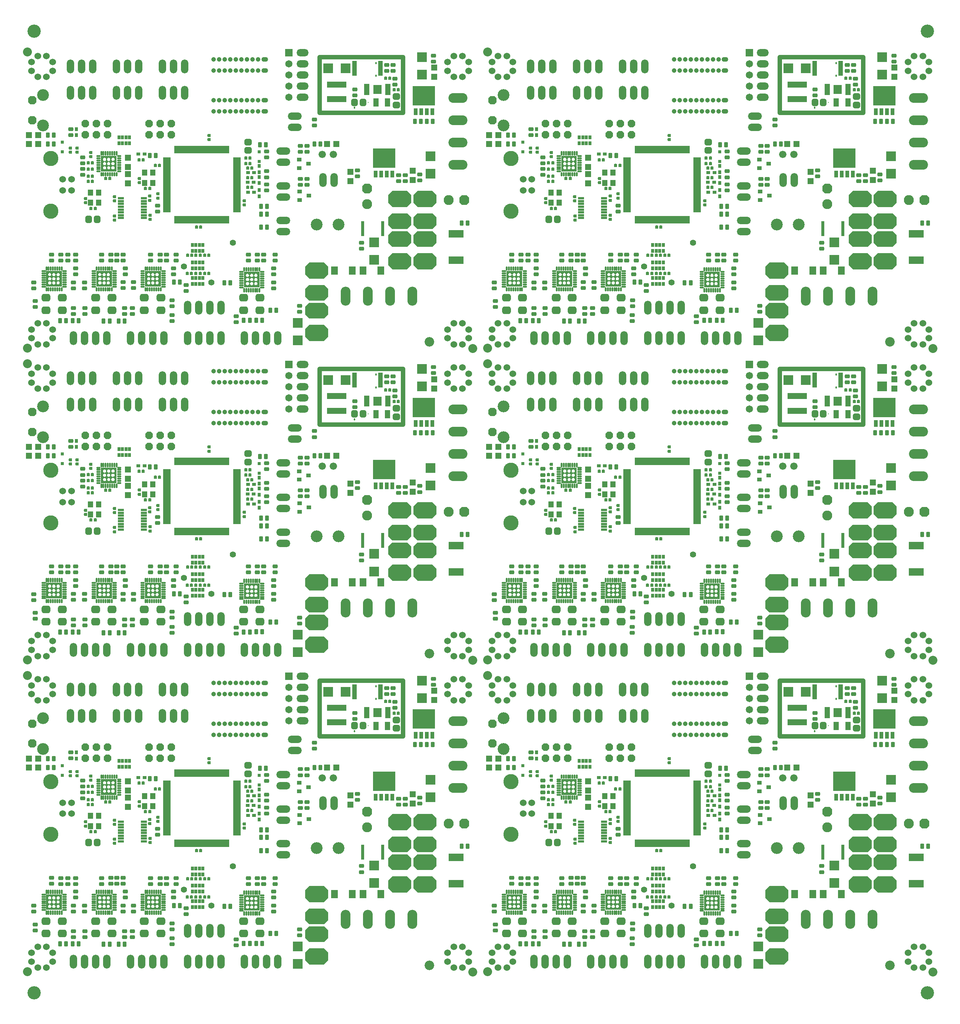
<source format=gts>
%FSLAX24Y24*%
%MOIN*%
G70*
G01*
G75*
G04 Layer_Color=8388736*
%ADD10C,0.0070*%
G04:AMPARAMS|DCode=11|XSize=78.7mil|YSize=78.7mil|CornerRadius=39.4mil|HoleSize=0mil|Usage=FLASHONLY|Rotation=90.000|XOffset=0mil|YOffset=0mil|HoleType=Round|Shape=RoundedRectangle|*
%AMROUNDEDRECTD11*
21,1,0.0787,0.0000,0,0,90.0*
21,1,0.0000,0.0787,0,0,90.0*
1,1,0.0787,0.0000,0.0000*
1,1,0.0787,0.0000,0.0000*
1,1,0.0787,0.0000,0.0000*
1,1,0.0787,0.0000,0.0000*
%
%ADD11ROUNDEDRECTD11*%
%ADD12C,0.0100*%
%ADD13C,0.0650*%
%ADD14R,0.0600X0.0120*%
%ADD15R,0.0120X0.0600*%
G04:AMPARAMS|DCode=16|XSize=11mil|YSize=31.5mil|CornerRadius=4.4mil|HoleSize=0mil|Usage=FLASHONLY|Rotation=180.000|XOffset=0mil|YOffset=0mil|HoleType=Round|Shape=RoundedRectangle|*
%AMROUNDEDRECTD16*
21,1,0.0110,0.0227,0,0,180.0*
21,1,0.0022,0.0315,0,0,180.0*
1,1,0.0088,-0.0011,0.0113*
1,1,0.0088,0.0011,0.0113*
1,1,0.0088,0.0011,-0.0113*
1,1,0.0088,-0.0011,-0.0113*
%
%ADD16ROUNDEDRECTD16*%
G04:AMPARAMS|DCode=17|XSize=11mil|YSize=31.5mil|CornerRadius=4.4mil|HoleSize=0mil|Usage=FLASHONLY|Rotation=270.000|XOffset=0mil|YOffset=0mil|HoleType=Round|Shape=RoundedRectangle|*
%AMROUNDEDRECTD17*
21,1,0.0110,0.0227,0,0,270.0*
21,1,0.0022,0.0315,0,0,270.0*
1,1,0.0088,-0.0113,-0.0011*
1,1,0.0088,-0.0113,0.0011*
1,1,0.0088,0.0113,0.0011*
1,1,0.0088,0.0113,-0.0011*
%
%ADD17ROUNDEDRECTD17*%
%ADD18R,0.1370X0.1370*%
%ADD19R,0.1370X0.1370*%
%ADD20R,0.0236X0.1319*%
G04:AMPARAMS|DCode=21|XSize=40mil|YSize=40mil|CornerRadius=20mil|HoleSize=0mil|Usage=FLASHONLY|Rotation=0.000|XOffset=0mil|YOffset=0mil|HoleType=Round|Shape=RoundedRectangle|*
%AMROUNDEDRECTD21*
21,1,0.0400,0.0000,0,0,0.0*
21,1,0.0000,0.0400,0,0,0.0*
1,1,0.0400,0.0000,0.0000*
1,1,0.0400,0.0000,0.0000*
1,1,0.0400,0.0000,0.0000*
1,1,0.0400,0.0000,0.0000*
%
%ADD21ROUNDEDRECTD21*%
%ADD22R,0.0480X0.0480*%
%ADD23R,0.0480X0.0480*%
%ADD24R,0.0420X0.0520*%
%ADD25R,0.0354X0.1299*%
%ADD26R,0.0240X0.0240*%
%ADD27R,0.1260X0.0630*%
%ADD28R,0.0402X0.0118*%
%ADD29R,0.0681X0.0748*%
%ADD30R,0.0360X0.0320*%
%ADD31R,0.1970X0.1700*%
%ADD32R,0.0280X0.0560*%
%ADD33R,0.0280X0.0200*%
%ADD34R,0.0200X0.0280*%
%ADD35R,0.0790X0.0790*%
%ADD36R,0.0790X0.0790*%
%ADD37R,0.0500X0.0150*%
G04:AMPARAMS|DCode=38|XSize=63mil|YSize=71mil|CornerRadius=15.8mil|HoleSize=0mil|Usage=FLASHONLY|Rotation=270.000|XOffset=0mil|YOffset=0mil|HoleType=Round|Shape=RoundedRectangle|*
%AMROUNDEDRECTD38*
21,1,0.0630,0.0395,0,0,270.0*
21,1,0.0315,0.0710,0,0,270.0*
1,1,0.0315,-0.0198,-0.0158*
1,1,0.0315,-0.0198,0.0158*
1,1,0.0315,0.0198,0.0158*
1,1,0.0315,0.0198,-0.0158*
%
%ADD38ROUNDEDRECTD38*%
G04:AMPARAMS|DCode=39|XSize=29.1mil|YSize=39.4mil|CornerRadius=5.8mil|HoleSize=0mil|Usage=FLASHONLY|Rotation=90.000|XOffset=0mil|YOffset=0mil|HoleType=Round|Shape=RoundedRectangle|*
%AMROUNDEDRECTD39*
21,1,0.0291,0.0277,0,0,90.0*
21,1,0.0175,0.0394,0,0,90.0*
1,1,0.0117,0.0139,0.0087*
1,1,0.0117,0.0139,-0.0087*
1,1,0.0117,-0.0139,-0.0087*
1,1,0.0117,-0.0139,0.0087*
%
%ADD39ROUNDEDRECTD39*%
G04:AMPARAMS|DCode=40|XSize=29.1mil|YSize=39.4mil|CornerRadius=5.8mil|HoleSize=0mil|Usage=FLASHONLY|Rotation=180.000|XOffset=0mil|YOffset=0mil|HoleType=Round|Shape=RoundedRectangle|*
%AMROUNDEDRECTD40*
21,1,0.0291,0.0277,0,0,180.0*
21,1,0.0175,0.0394,0,0,180.0*
1,1,0.0117,-0.0087,0.0139*
1,1,0.0117,0.0087,0.0139*
1,1,0.0117,0.0087,-0.0139*
1,1,0.0117,-0.0087,-0.0139*
%
%ADD40ROUNDEDRECTD40*%
G04:AMPARAMS|DCode=41|XSize=22mil|YSize=24mil|CornerRadius=4.4mil|HoleSize=0mil|Usage=FLASHONLY|Rotation=0.000|XOffset=0mil|YOffset=0mil|HoleType=Round|Shape=RoundedRectangle|*
%AMROUNDEDRECTD41*
21,1,0.0220,0.0152,0,0,0.0*
21,1,0.0132,0.0240,0,0,0.0*
1,1,0.0088,0.0066,-0.0076*
1,1,0.0088,-0.0066,-0.0076*
1,1,0.0088,-0.0066,0.0076*
1,1,0.0088,0.0066,0.0076*
%
%ADD41ROUNDEDRECTD41*%
G04:AMPARAMS|DCode=42|XSize=22mil|YSize=24mil|CornerRadius=4.4mil|HoleSize=0mil|Usage=FLASHONLY|Rotation=270.000|XOffset=0mil|YOffset=0mil|HoleType=Round|Shape=RoundedRectangle|*
%AMROUNDEDRECTD42*
21,1,0.0220,0.0152,0,0,270.0*
21,1,0.0132,0.0240,0,0,270.0*
1,1,0.0088,-0.0076,-0.0066*
1,1,0.0088,-0.0076,0.0066*
1,1,0.0088,0.0076,0.0066*
1,1,0.0088,0.0076,-0.0066*
%
%ADD42ROUNDEDRECTD42*%
%ADD43R,0.0543X0.0709*%
%ADD44R,0.0200X0.0260*%
%ADD45R,0.0433X0.0669*%
G04:AMPARAMS|DCode=46|XSize=52mil|YSize=60mil|CornerRadius=13mil|HoleSize=0mil|Usage=FLASHONLY|Rotation=180.000|XOffset=0mil|YOffset=0mil|HoleType=Round|Shape=RoundedRectangle|*
%AMROUNDEDRECTD46*
21,1,0.0520,0.0340,0,0,180.0*
21,1,0.0260,0.0600,0,0,180.0*
1,1,0.0260,-0.0130,0.0170*
1,1,0.0260,0.0130,0.0170*
1,1,0.0260,0.0130,-0.0170*
1,1,0.0260,-0.0130,-0.0170*
%
%ADD46ROUNDEDRECTD46*%
G04:AMPARAMS|DCode=47|XSize=52mil|YSize=60mil|CornerRadius=13mil|HoleSize=0mil|Usage=FLASHONLY|Rotation=270.000|XOffset=0mil|YOffset=0mil|HoleType=Round|Shape=RoundedRectangle|*
%AMROUNDEDRECTD47*
21,1,0.0520,0.0340,0,0,270.0*
21,1,0.0260,0.0600,0,0,270.0*
1,1,0.0260,-0.0170,-0.0130*
1,1,0.0260,-0.0170,0.0130*
1,1,0.0260,0.0170,0.0130*
1,1,0.0260,0.0170,-0.0130*
%
%ADD47ROUNDEDRECTD47*%
%ADD48R,0.1673X0.0465*%
%ADD49C,0.0600*%
G04:AMPARAMS|DCode=50|XSize=50mil|YSize=50mil|CornerRadius=25mil|HoleSize=0mil|Usage=FLASHONLY|Rotation=90.000|XOffset=0mil|YOffset=0mil|HoleType=Round|Shape=RoundedRectangle|*
%AMROUNDEDRECTD50*
21,1,0.0500,0.0000,0,0,90.0*
21,1,0.0000,0.0500,0,0,90.0*
1,1,0.0500,0.0000,0.0000*
1,1,0.0500,0.0000,0.0000*
1,1,0.0500,0.0000,0.0000*
1,1,0.0500,0.0000,0.0000*
%
%ADD50ROUNDEDRECTD50*%
%ADD51C,0.0500*%
%ADD52C,0.0240*%
%ADD53C,0.0080*%
%ADD54C,0.0200*%
%ADD55C,0.0320*%
%ADD56C,0.0120*%
%ADD57C,0.0600*%
%ADD58C,0.0400*%
%ADD59C,0.0250*%
%ADD60C,0.0160*%
%ADD61R,0.1299X0.1063*%
%ADD62R,0.1575X0.0984*%
%ADD63R,0.1929X0.1457*%
%ADD64R,0.0551X0.0472*%
%ADD65O,0.0540X0.0360*%
%ADD66C,0.0360*%
%ADD67O,0.0600X0.1200*%
%ADD68P,0.0758X8X292.5*%
%ADD69C,0.1000*%
%ADD70O,0.1200X0.0600*%
%ADD71O,0.1024X0.0591*%
%ADD72C,0.0591*%
%ADD73R,0.0591X0.0591*%
%ADD74C,0.1305*%
%ADD75C,0.0540*%
%ADD76O,0.1650X0.0825*%
%ADD77O,0.0825X0.1650*%
%ADD78P,0.0909X8X112.5*%
%ADD79C,0.0840*%
%ADD80P,0.0909X8X22.5*%
G04:AMPARAMS|DCode=81|XSize=133.9mil|YSize=200mil|CornerRadius=0mil|HoleSize=0mil|Usage=FLASHONLY|Rotation=270.000|XOffset=0mil|YOffset=0mil|HoleType=Round|Shape=Octagon|*
%AMOCTAGOND81*
4,1,8,0.1000,0.0335,0.1000,-0.0335,0.0665,-0.0669,-0.0665,-0.0669,-0.1000,-0.0335,-0.1000,0.0335,-0.0665,0.0669,0.0665,0.0669,0.1000,0.0335,0.0*
%
%ADD81OCTAGOND81*%

G04:AMPARAMS|DCode=82|XSize=140mil|YSize=200mil|CornerRadius=0mil|HoleSize=0mil|Usage=FLASHONLY|Rotation=270.000|XOffset=0mil|YOffset=0mil|HoleType=Round|Shape=Octagon|*
%AMOCTAGOND82*
4,1,8,0.1000,0.0350,0.1000,-0.0350,0.0650,-0.0700,-0.0650,-0.0700,-0.1000,-0.0350,-0.1000,0.0350,-0.0650,0.0700,0.0650,0.0700,0.1000,0.0350,0.0*
%
%ADD82OCTAGOND82*%

%ADD83P,0.0671X8X22.5*%
%ADD84C,0.0800*%
%ADD85C,0.0300*%
%ADD86C,0.0500*%
%ADD87C,0.0400*%
%ADD88C,0.0320*%
%ADD89C,0.1581*%
%ADD90C,0.0460*%
G04:AMPARAMS|DCode=91|XSize=82mil|YSize=82mil|CornerRadius=0mil|HoleSize=0mil|Usage=FLASHONLY|Rotation=0.000|XOffset=0mil|YOffset=0mil|HoleType=Round|Shape=Relief|Width=10mil|Gap=10mil|Entries=4|*
%AMTHD91*
7,0,0,0.0820,0.0620,0.0100,45*
%
%ADD91THD91*%
%ADD92C,0.0640*%
G04:AMPARAMS|DCode=93|XSize=100mil|YSize=100mil|CornerRadius=0mil|HoleSize=0mil|Usage=FLASHONLY|Rotation=0.000|XOffset=0mil|YOffset=0mil|HoleType=Round|Shape=Relief|Width=10mil|Gap=10mil|Entries=4|*
%AMTHD93*
7,0,0,0.1000,0.0800,0.0100,45*
%
%ADD93THD93*%
%ADD94C,0.0830*%
%ADD95C,0.0594*%
G04:AMPARAMS|DCode=96|XSize=95.433mil|YSize=95.433mil|CornerRadius=0mil|HoleSize=0mil|Usage=FLASHONLY|Rotation=0.000|XOffset=0mil|YOffset=0mil|HoleType=Round|Shape=Relief|Width=10mil|Gap=10mil|Entries=4|*
%AMTHD96*
7,0,0,0.0954,0.0754,0.0100,45*
%
%ADD96THD96*%
%ADD97C,0.1110*%
G04:AMPARAMS|DCode=98|XSize=98mil|YSize=98mil|CornerRadius=0mil|HoleSize=0mil|Usage=FLASHONLY|Rotation=0.000|XOffset=0mil|YOffset=0mil|HoleType=Round|Shape=Relief|Width=10mil|Gap=10mil|Entries=4|*
%AMTHD98*
7,0,0,0.0980,0.0780,0.0100,45*
%
%ADD98THD98*%
%ADD99C,0.0620*%
%ADD100C,0.0790*%
G04:AMPARAMS|DCode=101|XSize=115mil|YSize=115mil|CornerRadius=0mil|HoleSize=0mil|Usage=FLASHONLY|Rotation=0.000|XOffset=0mil|YOffset=0mil|HoleType=Round|Shape=Relief|Width=10mil|Gap=10mil|Entries=4|*
%AMTHD101*
7,0,0,0.1150,0.0950,0.0100,45*
%
%ADD101THD101*%
%ADD102C,0.1240*%
%ADD103C,0.0390*%
%ADD104C,0.1421*%
%ADD105C,0.0520*%
%ADD106C,0.1400*%
%ADD107C,0.0800*%
%ADD108C,0.1040*%
%ADD109C,0.1300*%
%ADD110R,0.4094X0.4331*%
%ADD111R,0.3425X0.4284*%
%ADD112R,0.3583X0.4284*%
%ADD113R,0.3622X0.4331*%
G04:AMPARAMS|DCode=114|XSize=46mil|YSize=63mil|CornerRadius=11.5mil|HoleSize=0mil|Usage=FLASHONLY|Rotation=270.000|XOffset=0mil|YOffset=0mil|HoleType=Round|Shape=RoundedRectangle|*
%AMROUNDEDRECTD114*
21,1,0.0460,0.0400,0,0,270.0*
21,1,0.0230,0.0630,0,0,270.0*
1,1,0.0230,-0.0200,-0.0115*
1,1,0.0230,-0.0200,0.0115*
1,1,0.0230,0.0200,0.0115*
1,1,0.0230,0.0200,-0.0115*
%
%ADD114ROUNDEDRECTD114*%
G04:AMPARAMS|DCode=115|XSize=50mil|YSize=50mil|CornerRadius=25mil|HoleSize=0mil|Usage=FLASHONLY|Rotation=0.000|XOffset=0mil|YOffset=0mil|HoleType=Round|Shape=RoundedRectangle|*
%AMROUNDEDRECTD115*
21,1,0.0500,0.0000,0,0,0.0*
21,1,0.0000,0.0500,0,0,0.0*
1,1,0.0500,0.0000,0.0000*
1,1,0.0500,0.0000,0.0000*
1,1,0.0500,0.0000,0.0000*
1,1,0.0500,0.0000,0.0000*
%
%ADD115ROUNDEDRECTD115*%
%ADD116C,0.0098*%
%ADD117C,0.0050*%
%ADD118C,0.0000*%
%ADD119C,0.0060*%
%ADD120C,0.0079*%
%ADD121C,0.0040*%
%ADD122R,0.0120X0.0059*%
%ADD123R,0.0120X0.0060*%
%ADD124R,0.0120X0.0119*%
%ADD125R,0.0059X0.0120*%
%ADD126R,0.0060X0.0120*%
%ADD127R,0.0119X0.0120*%
%ADD128R,0.2450X0.0492*%
%ADD129R,0.0879X0.0295*%
%ADD130R,0.0295X0.0879*%
%ADD131R,0.0580X0.0100*%
%ADD132R,0.0100X0.0580*%
G04:AMPARAMS|DCode=133|XSize=9mil|YSize=29.5mil|CornerRadius=3.4mil|HoleSize=0mil|Usage=FLASHONLY|Rotation=180.000|XOffset=0mil|YOffset=0mil|HoleType=Round|Shape=RoundedRectangle|*
%AMROUNDEDRECTD133*
21,1,0.0090,0.0227,0,0,180.0*
21,1,0.0022,0.0295,0,0,180.0*
1,1,0.0068,-0.0011,0.0113*
1,1,0.0068,0.0011,0.0113*
1,1,0.0068,0.0011,-0.0113*
1,1,0.0068,-0.0011,-0.0113*
%
%ADD133ROUNDEDRECTD133*%
G04:AMPARAMS|DCode=134|XSize=9mil|YSize=29.5mil|CornerRadius=3.4mil|HoleSize=0mil|Usage=FLASHONLY|Rotation=270.000|XOffset=0mil|YOffset=0mil|HoleType=Round|Shape=RoundedRectangle|*
%AMROUNDEDRECTD134*
21,1,0.0090,0.0227,0,0,270.0*
21,1,0.0022,0.0295,0,0,270.0*
1,1,0.0068,-0.0113,-0.0011*
1,1,0.0068,-0.0113,0.0011*
1,1,0.0068,0.0113,0.0011*
1,1,0.0068,0.0113,-0.0011*
%
%ADD134ROUNDEDRECTD134*%
%ADD135R,0.0216X0.1299*%
%ADD136R,0.0460X0.0460*%
%ADD137R,0.0460X0.0460*%
%ADD138R,0.0400X0.0500*%
%ADD139R,0.0334X0.1279*%
%ADD140R,0.0220X0.0220*%
%ADD141R,0.1240X0.0610*%
%ADD142R,0.0382X0.0098*%
%ADD143R,0.0661X0.0728*%
%ADD144R,0.0340X0.0300*%
%ADD145R,0.1950X0.1680*%
%ADD146R,0.0260X0.0540*%
%ADD147R,0.0260X0.0180*%
%ADD148R,0.0180X0.0260*%
%ADD149R,0.0770X0.0770*%
%ADD150R,0.0770X0.0770*%
%ADD151R,0.0480X0.0130*%
G04:AMPARAMS|DCode=152|XSize=61mil|YSize=69mil|CornerRadius=14.8mil|HoleSize=0mil|Usage=FLASHONLY|Rotation=270.000|XOffset=0mil|YOffset=0mil|HoleType=Round|Shape=RoundedRectangle|*
%AMROUNDEDRECTD152*
21,1,0.0610,0.0395,0,0,270.0*
21,1,0.0315,0.0690,0,0,270.0*
1,1,0.0295,-0.0198,-0.0158*
1,1,0.0295,-0.0198,0.0158*
1,1,0.0295,0.0198,0.0158*
1,1,0.0295,0.0198,-0.0158*
%
%ADD152ROUNDEDRECTD152*%
G04:AMPARAMS|DCode=153|XSize=27.1mil|YSize=37.4mil|CornerRadius=4.8mil|HoleSize=0mil|Usage=FLASHONLY|Rotation=90.000|XOffset=0mil|YOffset=0mil|HoleType=Round|Shape=RoundedRectangle|*
%AMROUNDEDRECTD153*
21,1,0.0271,0.0277,0,0,90.0*
21,1,0.0175,0.0374,0,0,90.0*
1,1,0.0097,0.0139,0.0087*
1,1,0.0097,0.0139,-0.0087*
1,1,0.0097,-0.0139,-0.0087*
1,1,0.0097,-0.0139,0.0087*
%
%ADD153ROUNDEDRECTD153*%
G04:AMPARAMS|DCode=154|XSize=27.1mil|YSize=37.4mil|CornerRadius=4.8mil|HoleSize=0mil|Usage=FLASHONLY|Rotation=180.000|XOffset=0mil|YOffset=0mil|HoleType=Round|Shape=RoundedRectangle|*
%AMROUNDEDRECTD154*
21,1,0.0271,0.0277,0,0,180.0*
21,1,0.0175,0.0374,0,0,180.0*
1,1,0.0097,-0.0087,0.0139*
1,1,0.0097,0.0087,0.0139*
1,1,0.0097,0.0087,-0.0139*
1,1,0.0097,-0.0087,-0.0139*
%
%ADD154ROUNDEDRECTD154*%
G04:AMPARAMS|DCode=155|XSize=20mil|YSize=22mil|CornerRadius=3.4mil|HoleSize=0mil|Usage=FLASHONLY|Rotation=0.000|XOffset=0mil|YOffset=0mil|HoleType=Round|Shape=RoundedRectangle|*
%AMROUNDEDRECTD155*
21,1,0.0200,0.0152,0,0,0.0*
21,1,0.0132,0.0220,0,0,0.0*
1,1,0.0068,0.0066,-0.0076*
1,1,0.0068,-0.0066,-0.0076*
1,1,0.0068,-0.0066,0.0076*
1,1,0.0068,0.0066,0.0076*
%
%ADD155ROUNDEDRECTD155*%
G04:AMPARAMS|DCode=156|XSize=20mil|YSize=22mil|CornerRadius=3.4mil|HoleSize=0mil|Usage=FLASHONLY|Rotation=270.000|XOffset=0mil|YOffset=0mil|HoleType=Round|Shape=RoundedRectangle|*
%AMROUNDEDRECTD156*
21,1,0.0200,0.0152,0,0,270.0*
21,1,0.0132,0.0220,0,0,270.0*
1,1,0.0068,-0.0076,-0.0066*
1,1,0.0068,-0.0076,0.0066*
1,1,0.0068,0.0076,0.0066*
1,1,0.0068,0.0076,-0.0066*
%
%ADD156ROUNDEDRECTD156*%
%ADD157R,0.0523X0.0689*%
%ADD158R,0.0180X0.0240*%
%ADD159R,0.0413X0.0649*%
G04:AMPARAMS|DCode=160|XSize=50mil|YSize=58mil|CornerRadius=12mil|HoleSize=0mil|Usage=FLASHONLY|Rotation=180.000|XOffset=0mil|YOffset=0mil|HoleType=Round|Shape=RoundedRectangle|*
%AMROUNDEDRECTD160*
21,1,0.0500,0.0340,0,0,180.0*
21,1,0.0260,0.0580,0,0,180.0*
1,1,0.0240,-0.0130,0.0170*
1,1,0.0240,0.0130,0.0170*
1,1,0.0240,0.0130,-0.0170*
1,1,0.0240,-0.0130,-0.0170*
%
%ADD160ROUNDEDRECTD160*%
G04:AMPARAMS|DCode=161|XSize=50mil|YSize=58mil|CornerRadius=12mil|HoleSize=0mil|Usage=FLASHONLY|Rotation=270.000|XOffset=0mil|YOffset=0mil|HoleType=Round|Shape=RoundedRectangle|*
%AMROUNDEDRECTD161*
21,1,0.0500,0.0340,0,0,270.0*
21,1,0.0260,0.0580,0,0,270.0*
1,1,0.0240,-0.0170,-0.0130*
1,1,0.0240,-0.0170,0.0130*
1,1,0.0240,0.0170,0.0130*
1,1,0.0240,0.0170,-0.0130*
%
%ADD161ROUNDEDRECTD161*%
%ADD162R,0.1653X0.0445*%
G04:AMPARAMS|DCode=163|XSize=48mil|YSize=48mil|CornerRadius=24mil|HoleSize=0mil|Usage=FLASHONLY|Rotation=90.000|XOffset=0mil|YOffset=0mil|HoleType=Round|Shape=RoundedRectangle|*
%AMROUNDEDRECTD163*
21,1,0.0480,0.0000,0,0,90.0*
21,1,0.0000,0.0480,0,0,90.0*
1,1,0.0480,0.0000,0.0000*
1,1,0.0480,0.0000,0.0000*
1,1,0.0480,0.0000,0.0000*
1,1,0.0480,0.0000,0.0000*
%
%ADD163ROUNDEDRECTD163*%
%ADD164C,0.0150*%
%ADD165C,0.0394*%
%ADD166R,0.0460X0.0130*%
%ADD167R,0.0530X0.0170*%
G04:AMPARAMS|DCode=168|XSize=118.7mil|YSize=118.7mil|CornerRadius=59.4mil|HoleSize=0mil|Usage=FLASHONLY|Rotation=90.000|XOffset=0mil|YOffset=0mil|HoleType=Round|Shape=RoundedRectangle|*
%AMROUNDEDRECTD168*
21,1,0.1187,0.0000,0,0,90.0*
21,1,0.0000,0.1187,0,0,90.0*
1,1,0.1187,0.0000,0.0000*
1,1,0.1187,0.0000,0.0000*
1,1,0.1187,0.0000,0.0000*
1,1,0.1187,0.0000,0.0000*
%
%ADD168ROUNDEDRECTD168*%
%ADD169R,0.0680X0.0200*%
%ADD170R,0.0200X0.0680*%
G04:AMPARAMS|DCode=171|XSize=15mil|YSize=35.4mil|CornerRadius=6.4mil|HoleSize=0mil|Usage=FLASHONLY|Rotation=180.000|XOffset=0mil|YOffset=0mil|HoleType=Round|Shape=RoundedRectangle|*
%AMROUNDEDRECTD171*
21,1,0.0150,0.0227,0,0,180.0*
21,1,0.0022,0.0354,0,0,180.0*
1,1,0.0128,-0.0011,0.0113*
1,1,0.0128,0.0011,0.0113*
1,1,0.0128,0.0011,-0.0113*
1,1,0.0128,-0.0011,-0.0113*
%
%ADD171ROUNDEDRECTD171*%
G04:AMPARAMS|DCode=172|XSize=15mil|YSize=35.4mil|CornerRadius=6.4mil|HoleSize=0mil|Usage=FLASHONLY|Rotation=270.000|XOffset=0mil|YOffset=0mil|HoleType=Round|Shape=RoundedRectangle|*
%AMROUNDEDRECTD172*
21,1,0.0150,0.0227,0,0,270.0*
21,1,0.0022,0.0354,0,0,270.0*
1,1,0.0128,-0.0113,-0.0011*
1,1,0.0128,-0.0113,0.0011*
1,1,0.0128,0.0113,0.0011*
1,1,0.0128,0.0113,-0.0011*
%
%ADD172ROUNDEDRECTD172*%
%ADD173R,0.0296X0.1379*%
G04:AMPARAMS|DCode=174|XSize=80mil|YSize=80mil|CornerRadius=40mil|HoleSize=0mil|Usage=FLASHONLY|Rotation=0.000|XOffset=0mil|YOffset=0mil|HoleType=Round|Shape=RoundedRectangle|*
%AMROUNDEDRECTD174*
21,1,0.0800,0.0000,0,0,0.0*
21,1,0.0000,0.0800,0,0,0.0*
1,1,0.0800,0.0000,0.0000*
1,1,0.0800,0.0000,0.0000*
1,1,0.0800,0.0000,0.0000*
1,1,0.0800,0.0000,0.0000*
%
%ADD174ROUNDEDRECTD174*%
%ADD175R,0.0540X0.0540*%
%ADD176R,0.0540X0.0540*%
%ADD177R,0.0480X0.0580*%
%ADD178R,0.0414X0.1359*%
%ADD179R,0.0300X0.0300*%
%ADD180R,0.1320X0.0690*%
%ADD181R,0.0482X0.0198*%
%ADD182R,0.0741X0.0808*%
%ADD183R,0.0420X0.0380*%
%ADD184R,0.2030X0.1760*%
%ADD185R,0.0340X0.0620*%
%ADD186R,0.0340X0.0260*%
%ADD187R,0.0260X0.0340*%
%ADD188R,0.0850X0.0850*%
%ADD189R,0.0850X0.0850*%
%ADD190R,0.0560X0.0210*%
G04:AMPARAMS|DCode=191|XSize=69mil|YSize=77mil|CornerRadius=18.8mil|HoleSize=0mil|Usage=FLASHONLY|Rotation=270.000|XOffset=0mil|YOffset=0mil|HoleType=Round|Shape=RoundedRectangle|*
%AMROUNDEDRECTD191*
21,1,0.0690,0.0395,0,0,270.0*
21,1,0.0315,0.0770,0,0,270.0*
1,1,0.0375,-0.0198,-0.0158*
1,1,0.0375,-0.0198,0.0158*
1,1,0.0375,0.0198,0.0158*
1,1,0.0375,0.0198,-0.0158*
%
%ADD191ROUNDEDRECTD191*%
G04:AMPARAMS|DCode=192|XSize=35.1mil|YSize=45.4mil|CornerRadius=8.8mil|HoleSize=0mil|Usage=FLASHONLY|Rotation=90.000|XOffset=0mil|YOffset=0mil|HoleType=Round|Shape=RoundedRectangle|*
%AMROUNDEDRECTD192*
21,1,0.0351,0.0277,0,0,90.0*
21,1,0.0175,0.0454,0,0,90.0*
1,1,0.0177,0.0139,0.0087*
1,1,0.0177,0.0139,-0.0087*
1,1,0.0177,-0.0139,-0.0087*
1,1,0.0177,-0.0139,0.0087*
%
%ADD192ROUNDEDRECTD192*%
G04:AMPARAMS|DCode=193|XSize=35.1mil|YSize=45.4mil|CornerRadius=8.8mil|HoleSize=0mil|Usage=FLASHONLY|Rotation=180.000|XOffset=0mil|YOffset=0mil|HoleType=Round|Shape=RoundedRectangle|*
%AMROUNDEDRECTD193*
21,1,0.0351,0.0277,0,0,180.0*
21,1,0.0175,0.0454,0,0,180.0*
1,1,0.0177,-0.0087,0.0139*
1,1,0.0177,0.0087,0.0139*
1,1,0.0177,0.0087,-0.0139*
1,1,0.0177,-0.0087,-0.0139*
%
%ADD193ROUNDEDRECTD193*%
G04:AMPARAMS|DCode=194|XSize=28mil|YSize=30mil|CornerRadius=7.4mil|HoleSize=0mil|Usage=FLASHONLY|Rotation=0.000|XOffset=0mil|YOffset=0mil|HoleType=Round|Shape=RoundedRectangle|*
%AMROUNDEDRECTD194*
21,1,0.0280,0.0152,0,0,0.0*
21,1,0.0132,0.0300,0,0,0.0*
1,1,0.0148,0.0066,-0.0076*
1,1,0.0148,-0.0066,-0.0076*
1,1,0.0148,-0.0066,0.0076*
1,1,0.0148,0.0066,0.0076*
%
%ADD194ROUNDEDRECTD194*%
G04:AMPARAMS|DCode=195|XSize=28mil|YSize=30mil|CornerRadius=7.4mil|HoleSize=0mil|Usage=FLASHONLY|Rotation=270.000|XOffset=0mil|YOffset=0mil|HoleType=Round|Shape=RoundedRectangle|*
%AMROUNDEDRECTD195*
21,1,0.0280,0.0152,0,0,270.0*
21,1,0.0132,0.0300,0,0,270.0*
1,1,0.0148,-0.0076,-0.0066*
1,1,0.0148,-0.0076,0.0066*
1,1,0.0148,0.0076,0.0066*
1,1,0.0148,0.0076,-0.0066*
%
%ADD195ROUNDEDRECTD195*%
%ADD196R,0.0603X0.0769*%
%ADD197R,0.0260X0.0320*%
%ADD198R,0.0493X0.0729*%
G04:AMPARAMS|DCode=199|XSize=58mil|YSize=66mil|CornerRadius=16mil|HoleSize=0mil|Usage=FLASHONLY|Rotation=180.000|XOffset=0mil|YOffset=0mil|HoleType=Round|Shape=RoundedRectangle|*
%AMROUNDEDRECTD199*
21,1,0.0580,0.0340,0,0,180.0*
21,1,0.0260,0.0660,0,0,180.0*
1,1,0.0320,-0.0130,0.0170*
1,1,0.0320,0.0130,0.0170*
1,1,0.0320,0.0130,-0.0170*
1,1,0.0320,-0.0130,-0.0170*
%
%ADD199ROUNDEDRECTD199*%
G04:AMPARAMS|DCode=200|XSize=58mil|YSize=66mil|CornerRadius=16mil|HoleSize=0mil|Usage=FLASHONLY|Rotation=270.000|XOffset=0mil|YOffset=0mil|HoleType=Round|Shape=RoundedRectangle|*
%AMROUNDEDRECTD200*
21,1,0.0580,0.0340,0,0,270.0*
21,1,0.0260,0.0660,0,0,270.0*
1,1,0.0320,-0.0170,-0.0130*
1,1,0.0320,-0.0170,0.0130*
1,1,0.0320,0.0170,0.0130*
1,1,0.0320,0.0170,-0.0130*
%
%ADD200ROUNDEDRECTD200*%
%ADD201R,0.1733X0.0525*%
G04:AMPARAMS|DCode=202|XSize=56mil|YSize=56mil|CornerRadius=28mil|HoleSize=0mil|Usage=FLASHONLY|Rotation=90.000|XOffset=0mil|YOffset=0mil|HoleType=Round|Shape=RoundedRectangle|*
%AMROUNDEDRECTD202*
21,1,0.0560,0.0000,0,0,90.0*
21,1,0.0000,0.0560,0,0,90.0*
1,1,0.0560,0.0000,0.0000*
1,1,0.0560,0.0000,0.0000*
1,1,0.0560,0.0000,0.0000*
1,1,0.0560,0.0000,0.0000*
%
%ADD202ROUNDEDRECTD202*%
%ADD203O,0.0600X0.0420*%
%ADD204C,0.0420*%
%ADD205O,0.0660X0.1260*%
%ADD206P,0.0823X8X292.5*%
%ADD207C,0.1060*%
%ADD208O,0.1260X0.0660*%
%ADD209O,0.1084X0.0651*%
%ADD210C,0.0651*%
%ADD211R,0.0651X0.0651*%
%ADD212C,0.1365*%
%ADD213O,0.1710X0.0885*%
%ADD214O,0.0885X0.1710*%
%ADD215P,0.0974X8X112.5*%
%ADD216C,0.0900*%
%ADD217P,0.0974X8X22.5*%
G04:AMPARAMS|DCode=218|XSize=139.9mil|YSize=206mil|CornerRadius=0mil|HoleSize=0mil|Usage=FLASHONLY|Rotation=270.000|XOffset=0mil|YOffset=0mil|HoleType=Round|Shape=Octagon|*
%AMOCTAGOND218*
4,1,8,0.1030,0.0350,0.1030,-0.0350,0.0680,-0.0699,-0.0680,-0.0699,-0.1030,-0.0350,-0.1030,0.0350,-0.0680,0.0699,0.0680,0.0699,0.1030,0.0350,0.0*
%
%ADD218OCTAGOND218*%

G04:AMPARAMS|DCode=219|XSize=146mil|YSize=206mil|CornerRadius=0mil|HoleSize=0mil|Usage=FLASHONLY|Rotation=270.000|XOffset=0mil|YOffset=0mil|HoleType=Round|Shape=Octagon|*
%AMOCTAGOND219*
4,1,8,0.1030,0.0365,0.1030,-0.0365,0.0665,-0.0730,-0.0665,-0.0730,-0.1030,-0.0365,-0.1030,0.0365,-0.0665,0.0730,0.0665,0.0730,0.1030,0.0365,0.0*
%
%ADD219OCTAGOND219*%

%ADD220P,0.0736X8X22.5*%
%ADD221C,0.0660*%
%ADD222C,0.0860*%
%ADD223C,0.0180*%
%ADD224C,0.0080*%
G36*
X24446Y18030D02*
X24108D01*
X24108Y18123D01*
Y18030D01*
X23738D01*
X23738Y18118D01*
Y18030D01*
X23039D01*
Y19427D01*
X23738D01*
X23738Y19339D01*
Y19427D01*
X24118D01*
X24118Y19369D01*
Y19427D01*
X24446D01*
Y18030D01*
D02*
G37*
G36*
X20467Y29448D02*
Y29069D01*
X20379Y29069D01*
X20467D01*
Y28689D01*
X20409Y28688D01*
X20467D01*
Y28360D01*
X19070D01*
Y28698D01*
X19163Y28698D01*
X19070D01*
Y29069D01*
X19158Y29069D01*
X19070D01*
Y29448D01*
Y29767D01*
X20467D01*
Y29448D01*
D02*
G37*
G36*
X44005Y28921D02*
X44005Y28921D01*
X44016Y28867D01*
X44046Y28822D01*
X44092Y28791D01*
X44146Y28781D01*
X44146Y28781D01*
Y28783D01*
X44161Y28781D01*
X44161Y28781D01*
X44212Y28791D01*
X44255Y28820D01*
X44284Y28863D01*
X44294Y28913D01*
X44294Y28913D01*
X44291D01*
Y28921D01*
X44387D01*
X44387Y28921D01*
X44398Y28867D01*
X44428Y28822D01*
X44474Y28791D01*
X44528Y28781D01*
X44528Y28781D01*
Y28783D01*
X44538Y28781D01*
X44539Y28781D01*
X44593Y28792D01*
X44639Y28822D01*
X44669Y28868D01*
X44680Y28921D01*
X44678Y28921D01*
Y28925D01*
X44775Y28925D01*
X44775Y28924D01*
X44786Y28869D01*
X44817Y28823D01*
X44863Y28792D01*
X44918Y28781D01*
X44918Y28781D01*
X44919Y28781D01*
X44973Y28792D01*
X45019Y28822D01*
X45050Y28868D01*
X45060Y28921D01*
X45058Y28921D01*
X45148D01*
Y28744D01*
X43913D01*
Y28929D01*
X44008D01*
X44005Y28921D01*
D02*
G37*
G36*
X33327Y17961D02*
X32988D01*
X32988Y18054D01*
Y17961D01*
X32618D01*
X32618Y18049D01*
Y17961D01*
X31919D01*
Y19359D01*
X32618D01*
X32618Y19270D01*
Y19359D01*
X32998D01*
X32998Y19300D01*
Y19359D01*
X33327D01*
Y17961D01*
D02*
G37*
G36*
X15551Y18030D02*
X15213D01*
X15213Y18123D01*
Y18030D01*
X14843D01*
X14843Y18118D01*
Y18030D01*
X14144D01*
Y19427D01*
X14843D01*
X14843Y19339D01*
Y19427D01*
X15222D01*
X15223Y19369D01*
Y19427D01*
X15551D01*
Y18030D01*
D02*
G37*
G36*
X20060D02*
X19722D01*
X19722Y18123D01*
Y18030D01*
X19352D01*
X19352Y18118D01*
Y18030D01*
X18653D01*
Y19427D01*
X19352D01*
X19352Y19339D01*
Y19427D01*
X19732D01*
X19732Y19369D01*
Y19427D01*
X20060D01*
Y18030D01*
D02*
G37*
G36*
X47971Y35644D02*
X47971Y35644D01*
X47972D01*
X47971Y35644D01*
D02*
G37*
G36*
X47588Y34512D02*
X47588Y34512D01*
X47599Y34458D01*
X47629Y34412D01*
X47675Y34382D01*
X47728Y34371D01*
X47728Y34371D01*
Y34374D01*
X47744Y34371D01*
X47744Y34371D01*
X47795Y34382D01*
X47838Y34410D01*
X47866Y34453D01*
X47877Y34504D01*
X47877Y34504D01*
X47874D01*
Y34512D01*
X47970D01*
X47970Y34512D01*
X47980Y34458D01*
X48011Y34412D01*
X48056Y34382D01*
X48110Y34371D01*
X48110Y34371D01*
Y34374D01*
X48120Y34372D01*
X48121Y34371D01*
X48176Y34382D01*
X48221Y34413D01*
X48252Y34459D01*
X48263Y34512D01*
X48260Y34512D01*
Y34516D01*
X48358Y34516D01*
X48357Y34515D01*
X48368Y34460D01*
X48400Y34413D01*
X48446Y34382D01*
X48500Y34371D01*
X48500Y34372D01*
X48501Y34371D01*
X48556Y34382D01*
X48601Y34413D01*
X48632Y34459D01*
X48643Y34512D01*
X48640Y34512D01*
X48730D01*
Y34335D01*
X47496D01*
Y34520D01*
X47591D01*
X47588Y34512D01*
D02*
G37*
G36*
X45528Y30064D02*
X45420Y30054D01*
X45420Y30054D01*
X45409Y30108D01*
X45378Y30155D01*
X45332Y30186D01*
X45278Y30197D01*
X45278Y30197D01*
X45278Y30196D01*
X45273Y30197D01*
X45220Y30186D01*
X45175Y30156D01*
X45145Y30112D01*
X45136Y30064D01*
X45138Y30064D01*
X45040D01*
X45040Y30064D01*
X45030Y30115D01*
X45001Y30158D01*
X44958Y30186D01*
X44908Y30196D01*
X44908Y30196D01*
X44908Y30196D01*
X44857Y30186D01*
X44814Y30158D01*
X44785Y30115D01*
X44775Y30064D01*
X44775Y30064D01*
X44778D01*
Y30054D01*
X44669Y30054D01*
X44670Y30059D01*
X44660Y30112D01*
X44630Y30156D01*
X44585Y30186D01*
X44538Y30196D01*
X44538Y30194D01*
X44520Y30196D01*
X44472Y30186D01*
X44427Y30156D01*
X44398Y30112D01*
X44387Y30059D01*
X44388Y30054D01*
X44390D01*
X44388Y30054D01*
X44388Y30054D01*
X44290Y30054D01*
X44290Y30055D01*
X44279Y30109D01*
X44249Y30155D01*
X44203Y30186D01*
X44150Y30196D01*
X44150Y30194D01*
X44142Y30196D01*
X44094Y30186D01*
X44051Y30158D01*
X44023Y30116D01*
X44013Y30066D01*
X44014Y30064D01*
X44016Y30064D01*
Y30044D01*
X43915Y30044D01*
X43916Y30048D01*
X43905Y30105D01*
X43873Y30153D01*
X43824Y30185D01*
X43772Y30196D01*
X43772Y30194D01*
X43764Y30196D01*
X43719Y30187D01*
X43677Y30159D01*
X43649Y30117D01*
X43639Y30068D01*
X43640Y30064D01*
X43642Y30064D01*
Y30044D01*
X43531D01*
Y30434D01*
X45528D01*
Y30064D01*
D02*
G37*
G36*
X49110Y35654D02*
X49003Y35644D01*
X49003Y35644D01*
X48992Y35699D01*
X48961Y35745D01*
X48915Y35776D01*
X48860Y35787D01*
X48860Y35787D01*
X48860Y35786D01*
X48855Y35787D01*
X48803Y35777D01*
X48758Y35747D01*
X48728Y35702D01*
X48719Y35654D01*
X48720Y35654D01*
X48623D01*
X48623Y35654D01*
X48613Y35705D01*
X48584Y35748D01*
X48541Y35777D01*
X48490Y35787D01*
X48490Y35787D01*
X48490Y35787D01*
X48439Y35777D01*
X48397Y35748D01*
X48368Y35705D01*
X48358Y35654D01*
X48358Y35654D01*
X48360D01*
Y35644D01*
X48252Y35644D01*
X48253Y35649D01*
X48242Y35702D01*
X48213Y35747D01*
X48168Y35777D01*
X48120Y35786D01*
X48120Y35784D01*
X48102Y35786D01*
X48055Y35777D01*
X48010Y35747D01*
X47980Y35702D01*
X47970Y35649D01*
X47971Y35644D01*
X47873Y35644D01*
X47873Y35646D01*
X47862Y35700D01*
X47831Y35746D01*
X47785Y35776D01*
X47732Y35787D01*
X47732Y35784D01*
X47724Y35787D01*
X47676Y35777D01*
X47634Y35749D01*
X47606Y35706D01*
X47596Y35656D01*
X47596Y35654D01*
X47598Y35654D01*
Y35634D01*
X47498Y35634D01*
X47499Y35639D01*
X47488Y35695D01*
X47455Y35744D01*
X47407Y35776D01*
X47354Y35786D01*
X47354Y35784D01*
X47346Y35786D01*
X47301Y35777D01*
X47260Y35749D01*
X47232Y35708D01*
X47222Y35658D01*
X47223Y35654D01*
X47224Y35654D01*
Y35634D01*
X47114D01*
Y36024D01*
X49110D01*
Y35654D01*
D02*
G37*
%LPC*%
G36*
X24108Y18912D02*
X24108Y18870D01*
X24060Y18861D01*
X24015Y18831D01*
X23986Y18786D01*
X23975Y18734D01*
X23976Y18729D01*
X23976Y18729D01*
X23975Y18724D01*
X23985Y18675D01*
X24013Y18633D01*
X24054Y18606D01*
X24098Y18597D01*
X24098Y18599D01*
X24108D01*
Y18598D01*
X24118Y18596D01*
X24169Y18606D01*
X24212Y18635D01*
X24240Y18678D01*
X24250Y18729D01*
X24250Y18729D01*
X24251Y18729D01*
X24251Y18729D01*
X24240Y18783D01*
X24209Y18830D01*
X24162Y18860D01*
X24108Y18871D01*
X24108Y18871D01*
X24108Y18869D01*
X24108Y18912D01*
D02*
G37*
G36*
X32248Y18802D02*
X32248Y18802D01*
X32248Y18800D01*
X32238D01*
X32238Y18802D01*
X32238Y18802D01*
X32183Y18792D01*
X32137Y18761D01*
X32106Y18714D01*
X32095Y18660D01*
X32095Y18660D01*
X32095Y18660D01*
X32106Y18605D01*
X32137Y18559D01*
X32183Y18528D01*
X32238Y18517D01*
X32238Y18518D01*
X32238Y18518D01*
X32238Y18520D01*
X32238Y18518D01*
X32243Y18517D01*
X32300Y18528D01*
X32348Y18560D01*
X32380Y18608D01*
X32390Y18660D01*
X32391Y18660D01*
X32391Y18660D01*
X32380Y18714D01*
X32349Y18761D01*
X32303Y18792D01*
X32248Y18802D01*
D02*
G37*
G36*
X19722Y18912D02*
X19722Y18870D01*
X19674Y18861D01*
X19629Y18831D01*
X19599Y18786D01*
X19589Y18734D01*
X19590Y18729D01*
X19590Y18729D01*
X19589Y18724D01*
X19599Y18675D01*
X19626Y18633D01*
X19668Y18606D01*
X19712Y18597D01*
X19712Y18599D01*
X19722D01*
Y18598D01*
X19732Y18596D01*
X19782Y18606D01*
X19825Y18635D01*
X19854Y18678D01*
X19864Y18729D01*
X19864Y18729D01*
X19864Y18729D01*
X19864Y18729D01*
X19853Y18783D01*
X19823Y18830D01*
X19776Y18860D01*
X19722Y18871D01*
X19722Y18871D01*
X19722Y18869D01*
X19722Y18912D01*
D02*
G37*
G36*
X15212D02*
X15212Y18870D01*
X15165Y18861D01*
X15120Y18831D01*
X15090Y18786D01*
X15080Y18734D01*
X15081Y18729D01*
X15081Y18729D01*
X15080Y18724D01*
X15090Y18675D01*
X15117Y18633D01*
X15159Y18606D01*
X15202Y18597D01*
X15203Y18599D01*
X15213D01*
Y18598D01*
X15223Y18596D01*
X15273Y18606D01*
X15316Y18635D01*
X15345Y18678D01*
X15355Y18729D01*
X15355Y18729D01*
X15355Y18729D01*
X15355Y18729D01*
X15344Y18783D01*
X15313Y18830D01*
X15267Y18860D01*
X15213Y18871D01*
X15213Y18871D01*
X15213Y18869D01*
X15212Y18912D01*
D02*
G37*
G36*
X23368Y18871D02*
X23368Y18871D01*
X23368Y18869D01*
X23358D01*
X23358Y18871D01*
X23358Y18871D01*
X23303Y18860D01*
X23257Y18830D01*
X23226Y18783D01*
X23215Y18729D01*
X23215Y18729D01*
X23215Y18729D01*
X23226Y18674D01*
X23257Y18628D01*
X23303Y18597D01*
X23358Y18586D01*
X23358Y18587D01*
X23358Y18587D01*
X23358Y18589D01*
X23358Y18587D01*
X23363Y18586D01*
X23419Y18597D01*
X23467Y18629D01*
X23499Y18677D01*
X23510Y18729D01*
X23511Y18729D01*
X23511Y18729D01*
X23500Y18783D01*
X23469Y18830D01*
X23422Y18860D01*
X23368Y18871D01*
D02*
G37*
G36*
X19352Y18871D02*
X19352Y18869D01*
X19342Y18870D01*
X19294Y18861D01*
X19249Y18831D01*
X19219Y18786D01*
X19209Y18734D01*
X19210Y18729D01*
X19210Y18729D01*
X19209Y18724D01*
X19219Y18671D01*
X19249Y18626D01*
X19294Y18596D01*
X19347Y18586D01*
X19352Y18587D01*
Y18587D01*
X19352Y18587D01*
Y18589D01*
X19352Y18587D01*
X19357Y18586D01*
X19409Y18596D01*
X19454Y18626D01*
X19484Y18671D01*
X19493Y18719D01*
X19493Y18719D01*
X19495Y18724D01*
X19483Y18780D01*
X19451Y18828D01*
X19403Y18860D01*
X19352Y18871D01*
D02*
G37*
G36*
X32993Y19183D02*
X32936Y19171D01*
X32889Y19139D01*
X32856Y19091D01*
X32846Y19040D01*
X32846Y19040D01*
X32845Y19035D01*
X32856Y18978D01*
X32889Y18930D01*
X32936Y18898D01*
X32988Y18888D01*
Y18888D01*
X32988D01*
X32988Y18890D01*
X32988Y18888D01*
X32993Y18887D01*
X33050Y18898D01*
X33098Y18930D01*
X33130Y18978D01*
X33140Y19030D01*
X33140Y19030D01*
X33141Y19035D01*
X33130Y19091D01*
X33098Y19139D01*
X33050Y19171D01*
X32998Y19182D01*
Y19182D01*
X32998D01*
X32998Y19180D01*
Y19182D01*
X32993Y19183D01*
D02*
G37*
G36*
X23738Y18871D02*
X23738Y18869D01*
X23728Y18870D01*
X23680Y18861D01*
X23635Y18831D01*
X23606Y18786D01*
X23595Y18734D01*
X23596Y18729D01*
X23596Y18729D01*
X23595Y18724D01*
X23606Y18671D01*
X23635Y18626D01*
X23680Y18596D01*
X23733Y18586D01*
X23738Y18587D01*
Y18587D01*
X23738Y18587D01*
Y18589D01*
X23738Y18587D01*
X23743Y18586D01*
X23796Y18596D01*
X23840Y18626D01*
X23870Y18671D01*
X23880Y18719D01*
X23880Y18719D01*
X23881Y18724D01*
X23869Y18780D01*
X23837Y18828D01*
X23789Y18860D01*
X23738Y18871D01*
D02*
G37*
G36*
X14473Y18871D02*
X14473Y18871D01*
X14473Y18869D01*
X14463D01*
X14463Y18871D01*
X14462Y18871D01*
X14408Y18860D01*
X14362Y18830D01*
X14331Y18783D01*
X14320Y18729D01*
X14320Y18729D01*
Y18729D01*
Y18729D01*
Y18729D01*
X14320Y18729D01*
X14331Y18674D01*
X14362Y18628D01*
X14408Y18597D01*
X14462Y18586D01*
X14462Y18587D01*
X14463Y18587D01*
X14463Y18589D01*
X14463Y18587D01*
X14468Y18586D01*
X14524Y18597D01*
X14572Y18629D01*
X14604Y18677D01*
X14614Y18729D01*
X14615Y18729D01*
X14615Y18729D01*
X14604Y18783D01*
X14573Y18830D01*
X14527Y18860D01*
X14473Y18871D01*
D02*
G37*
G36*
X32618Y18802D02*
X32618Y18800D01*
X32608Y18801D01*
X32560Y18792D01*
X32516Y18762D01*
X32486Y18717D01*
X32475Y18665D01*
X32476Y18660D01*
X32476Y18660D01*
X32475Y18655D01*
X32486Y18602D01*
X32516Y18557D01*
X32561Y18527D01*
X32613Y18517D01*
X32618Y18518D01*
Y18518D01*
X32618Y18518D01*
Y18520D01*
X32618Y18518D01*
X32623Y18517D01*
X32676Y18527D01*
X32721Y18557D01*
X32750Y18602D01*
X32760Y18650D01*
X32760Y18650D01*
X32761Y18655D01*
X32750Y18711D01*
X32718Y18759D01*
X32670Y18791D01*
X32618Y18802D01*
D02*
G37*
G36*
X18982Y18871D02*
X18982Y18871D01*
X18982Y18869D01*
X18972D01*
X18972Y18871D01*
X18972Y18871D01*
X18917Y18860D01*
X18871Y18830D01*
X18840Y18783D01*
X18829Y18729D01*
X18829Y18729D01*
X18829Y18729D01*
X18840Y18674D01*
X18871Y18628D01*
X18917Y18597D01*
X18972Y18586D01*
X18972Y18587D01*
X18972Y18587D01*
X18972Y18589D01*
X18972Y18587D01*
X18977Y18586D01*
X19033Y18597D01*
X19081Y18629D01*
X19113Y18677D01*
X19124Y18729D01*
X19124Y18729D01*
X19124Y18729D01*
X19113Y18783D01*
X19083Y18830D01*
X19036Y18860D01*
X18982Y18871D01*
D02*
G37*
G36*
X14843Y18871D02*
X14843Y18869D01*
X14832Y18870D01*
X14785Y18861D01*
X14740Y18831D01*
X14710Y18786D01*
X14700Y18734D01*
X14701Y18729D01*
X14701Y18729D01*
X14700Y18724D01*
X14710Y18671D01*
X14740Y18626D01*
X14785Y18596D01*
X14838Y18586D01*
X14842Y18587D01*
Y18587D01*
X14843Y18587D01*
Y18589D01*
X14843Y18587D01*
X14848Y18586D01*
X14900Y18596D01*
X14945Y18626D01*
X14975Y18671D01*
X14984Y18719D01*
X14984Y18719D01*
X14985Y18724D01*
X14974Y18780D01*
X14942Y18828D01*
X14894Y18860D01*
X14843Y18871D01*
D02*
G37*
G36*
X32988Y18843D02*
X32988Y18801D01*
X32940Y18792D01*
X32896Y18762D01*
X32866Y18717D01*
X32855Y18665D01*
X32856Y18660D01*
X32857Y18660D01*
X32856Y18655D01*
X32865Y18606D01*
X32893Y18564D01*
X32934Y18537D01*
X32978Y18528D01*
X32978Y18530D01*
X32988D01*
Y18529D01*
X32998Y18527D01*
X33049Y18537D01*
X33092Y18566D01*
X33121Y18609D01*
X33131Y18660D01*
X33131Y18660D01*
X33131Y18660D01*
X33131Y18660D01*
X33120Y18714D01*
X33089Y18761D01*
X33043Y18792D01*
X32988Y18802D01*
X32988Y18802D01*
X32988Y18800D01*
X32988Y18843D01*
D02*
G37*
G36*
X15212Y18544D02*
X15212Y18490D01*
X15165Y18481D01*
X15120Y18451D01*
X15090Y18406D01*
X15080Y18354D01*
X15081Y18349D01*
X15081Y18349D01*
X15080Y18344D01*
X15090Y18295D01*
X15117Y18253D01*
X15159Y18226D01*
X15202Y18217D01*
X15203Y18219D01*
X15213D01*
Y18216D01*
X15213Y18216D01*
X15267Y18227D01*
X15313Y18258D01*
X15344Y18304D01*
X15355Y18359D01*
X15355Y18359D01*
X15354Y18359D01*
X15355Y18364D01*
X15345Y18412D01*
X15318Y18454D01*
X15276Y18481D01*
X15233Y18490D01*
X15233Y18489D01*
X15212D01*
Y18544D01*
D02*
G37*
G36*
X19722D02*
X19722Y18490D01*
X19674Y18481D01*
X19629Y18451D01*
X19599Y18406D01*
X19589Y18354D01*
X19590Y18349D01*
X19590Y18349D01*
X19589Y18344D01*
X19599Y18295D01*
X19626Y18253D01*
X19668Y18226D01*
X19712Y18217D01*
X19712Y18219D01*
X19722D01*
Y18216D01*
X19722Y18216D01*
X19776Y18227D01*
X19823Y18258D01*
X19853Y18304D01*
X19864Y18359D01*
X19864Y18359D01*
X19863Y18359D01*
X19864Y18364D01*
X19854Y18412D01*
X19827Y18454D01*
X19785Y18481D01*
X19742Y18490D01*
X19742Y18489D01*
X19722D01*
Y18544D01*
D02*
G37*
G36*
X24108D02*
X24108Y18490D01*
X24060Y18481D01*
X24015Y18451D01*
X23986Y18406D01*
X23975Y18354D01*
X23976Y18349D01*
X23976Y18349D01*
X23975Y18344D01*
X23985Y18295D01*
X24013Y18253D01*
X24054Y18226D01*
X24098Y18217D01*
X24098Y18219D01*
X24108D01*
Y18216D01*
X24108Y18216D01*
X24162Y18227D01*
X24209Y18258D01*
X24240Y18304D01*
X24251Y18359D01*
X24251Y18359D01*
X24249Y18359D01*
X24250Y18364D01*
X24241Y18412D01*
X24213Y18454D01*
X24172Y18481D01*
X24128Y18490D01*
X24128Y18489D01*
X24108D01*
Y18544D01*
D02*
G37*
G36*
X14842Y18501D02*
X14788Y18490D01*
X14742Y18460D01*
X14711Y18413D01*
X14700Y18359D01*
X14700Y18359D01*
X14703Y18359D01*
X14700Y18349D01*
X14700Y18349D01*
X14711Y18294D01*
X14742Y18248D01*
X14788Y18217D01*
X14842Y18206D01*
X14843Y18206D01*
D01*
X14843D01*
Y18209D01*
X14843Y18206D01*
X14843D01*
X14843Y18206D01*
X14897Y18217D01*
X14943Y18248D01*
X14974Y18294D01*
X14985Y18349D01*
X14985Y18349D01*
X14984Y18349D01*
X14985Y18354D01*
X14974Y18410D01*
X14942Y18458D01*
X14894Y18490D01*
X14843Y18501D01*
X14843Y18499D01*
X14843Y18501D01*
X14842Y18501D01*
D02*
G37*
G36*
X19352D02*
X19297Y18490D01*
X19251Y18460D01*
X19220Y18413D01*
X19209Y18359D01*
X19209Y18359D01*
X19212Y18359D01*
X19209Y18349D01*
X19209Y18349D01*
X19220Y18294D01*
X19251Y18248D01*
X19297Y18217D01*
X19352Y18206D01*
X19352Y18206D01*
D01*
X19352D01*
Y18209D01*
X19352Y18206D01*
X19352D01*
X19352Y18206D01*
X19406Y18217D01*
X19453Y18248D01*
X19483Y18294D01*
X19494Y18349D01*
X19494Y18349D01*
X19493Y18349D01*
X19495Y18354D01*
X19483Y18410D01*
X19451Y18458D01*
X19403Y18490D01*
X19352Y18501D01*
X19352Y18499D01*
X19352Y18501D01*
X19352Y18501D01*
D02*
G37*
G36*
X23738D02*
X23683Y18490D01*
X23637Y18460D01*
X23606Y18413D01*
X23595Y18359D01*
X23595Y18359D01*
X23598Y18359D01*
X23595Y18349D01*
X23595Y18349D01*
X23606Y18294D01*
X23637Y18248D01*
X23683Y18217D01*
X23738Y18206D01*
X23738Y18206D01*
D01*
X23738D01*
Y18209D01*
X23738Y18206D01*
X23738D01*
X23738Y18206D01*
X23792Y18217D01*
X23839Y18248D01*
X23870Y18294D01*
X23881Y18349D01*
X23881Y18349D01*
X23880Y18349D01*
X23881Y18354D01*
X23869Y18410D01*
X23837Y18458D01*
X23789Y18490D01*
X23738Y18501D01*
X23738Y18499D01*
X23738Y18501D01*
X23738Y18501D01*
D02*
G37*
G36*
X32618Y18432D02*
X32563Y18422D01*
X32517Y18391D01*
X32486Y18344D01*
X32475Y18290D01*
X32475Y18290D01*
X32478Y18290D01*
X32475Y18280D01*
X32475Y18280D01*
X32486Y18225D01*
X32517Y18179D01*
X32563Y18148D01*
X32618Y18137D01*
X32618Y18137D01*
D01*
X32618D01*
Y18140D01*
X32618Y18137D01*
X32618D01*
X32618Y18137D01*
X32673Y18148D01*
X32719Y18179D01*
X32750Y18225D01*
X32761Y18280D01*
X32761Y18280D01*
X32760Y18280D01*
X32761Y18285D01*
X32750Y18341D01*
X32718Y18389D01*
X32670Y18421D01*
X32618Y18432D01*
X32618Y18430D01*
X32618Y18432D01*
X32618Y18432D01*
D02*
G37*
G36*
X18972Y18543D02*
X18972Y18501D01*
X18920Y18490D01*
X18872Y18458D01*
X18840Y18410D01*
X18829Y18354D01*
X18830Y18349D01*
X18829Y18349D01*
X18829Y18349D01*
X18840Y18294D01*
X18871Y18248D01*
X18917Y18217D01*
X18972Y18206D01*
X18972Y18206D01*
Y18209D01*
X18972Y18206D01*
X18972D01*
Y18206D01*
X18972Y18206D01*
X19030Y18217D01*
X19080Y18250D01*
X19113Y18300D01*
X19125Y18359D01*
X19125Y18359D01*
X19124D01*
X19124Y18359D01*
X19113Y18413D01*
X19082Y18460D01*
X19036Y18491D01*
X18981Y18502D01*
X18972Y18500D01*
X18972Y18499D01*
X18972Y18500D01*
X18972Y18500D01*
X18972Y18543D01*
D02*
G37*
G36*
X23358D02*
X23358Y18501D01*
X23306Y18490D01*
X23258Y18458D01*
X23226Y18410D01*
X23215Y18354D01*
X23216Y18349D01*
X23215Y18349D01*
X23215Y18349D01*
X23226Y18294D01*
X23257Y18248D01*
X23303Y18217D01*
X23358Y18206D01*
X23358Y18206D01*
Y18209D01*
X23358Y18206D01*
X23358D01*
Y18206D01*
X23358Y18206D01*
X23416Y18217D01*
X23466Y18250D01*
X23499Y18300D01*
X23511Y18359D01*
X23511Y18359D01*
X23511D01*
X23511Y18359D01*
X23500Y18413D01*
X23469Y18460D01*
X23422Y18491D01*
X23367Y18502D01*
X23358Y18500D01*
X23358Y18499D01*
X23358Y18500D01*
X23358Y18500D01*
X23358Y18543D01*
D02*
G37*
G36*
X32238Y18474D02*
X32238Y18432D01*
X32186Y18421D01*
X32139Y18389D01*
X32106Y18341D01*
X32095Y18285D01*
X32096Y18280D01*
X32095Y18280D01*
X32095Y18280D01*
X32106Y18225D01*
X32137Y18179D01*
X32183Y18148D01*
X32238Y18137D01*
X32238Y18137D01*
Y18140D01*
X32238Y18137D01*
X32238D01*
Y18137D01*
X32238Y18137D01*
X32297Y18148D01*
X32346Y18182D01*
X32379Y18231D01*
X32391Y18290D01*
X32391Y18290D01*
X32391D01*
X32391Y18290D01*
X32380Y18344D01*
X32349Y18391D01*
X32303Y18422D01*
X32248Y18433D01*
X32238Y18431D01*
X32238Y18430D01*
X32238Y18431D01*
X32238Y18431D01*
X32238Y18474D01*
D02*
G37*
G36*
X32988Y18475D02*
X32988Y18421D01*
X32940Y18412D01*
X32896Y18382D01*
X32866Y18337D01*
X32855Y18285D01*
X32856Y18280D01*
X32857Y18280D01*
X32856Y18275D01*
X32865Y18226D01*
X32893Y18184D01*
X32934Y18157D01*
X32978Y18148D01*
X32978Y18150D01*
X32988D01*
Y18147D01*
X32988Y18147D01*
X33043Y18158D01*
X33089Y18189D01*
X33120Y18235D01*
X33131Y18290D01*
X33131Y18290D01*
X33130Y18290D01*
X33131Y18295D01*
X33121Y18344D01*
X33093Y18385D01*
X33052Y18413D01*
X33008Y18421D01*
X33008Y18420D01*
X32988D01*
Y18475D01*
D02*
G37*
G36*
X14462Y18543D02*
X14462Y18501D01*
X14411Y18490D01*
X14363Y18458D01*
X14331Y18410D01*
X14320Y18354D01*
X14321Y18349D01*
X14320Y18349D01*
X14320Y18349D01*
X14331Y18294D01*
X14362Y18248D01*
X14408Y18217D01*
X14462Y18206D01*
X14463Y18206D01*
Y18209D01*
X14463Y18206D01*
X14463D01*
Y18206D01*
X14463Y18206D01*
X14521Y18217D01*
X14571Y18250D01*
X14604Y18300D01*
X14615Y18359D01*
X14615Y18359D01*
X14615D01*
X14615Y18359D01*
X14604Y18413D01*
X14573Y18460D01*
X14527Y18491D01*
X14472Y18502D01*
X14463Y18500D01*
X14463Y18499D01*
X14462Y18500D01*
X14463Y18500D01*
X14462Y18543D01*
D02*
G37*
G36*
X23358Y19368D02*
X23358Y19251D01*
X23306Y19240D01*
X23258Y19208D01*
X23226Y19160D01*
X23215Y19104D01*
X23216Y19099D01*
X23216Y19099D01*
X23226Y19051D01*
X23255Y19006D01*
X23300Y18976D01*
X23353Y18966D01*
X23358Y18967D01*
Y18967D01*
X23358Y18967D01*
D01*
D01*
X23363Y18966D01*
X23416Y18976D01*
X23460Y19006D01*
X23490Y19051D01*
X23500Y19099D01*
X23500Y19099D01*
X23501Y19104D01*
X23489Y19160D01*
X23457Y19208D01*
X23409Y19240D01*
X23358Y19251D01*
X23358Y19249D01*
Y19368D01*
D02*
G37*
G36*
X20143Y28841D02*
X20087Y28830D01*
X20039Y28798D01*
X20007Y28750D01*
X19997Y28699D01*
X19997D01*
Y28699D01*
X19999Y28698D01*
X19997Y28699D01*
X19996Y28693D01*
X20007Y28637D01*
X20039Y28589D01*
X20087Y28557D01*
X20138Y28547D01*
X20138Y28547D01*
X20144Y28546D01*
X20200Y28557D01*
X20248Y28589D01*
X20280Y28637D01*
X20290Y28688D01*
X20290D01*
Y28688D01*
X20289Y28688D01*
X20290D01*
X20291Y28694D01*
X20280Y28750D01*
X20248Y28798D01*
X20200Y28830D01*
X20149Y28840D01*
X20149Y28840D01*
X20143Y28841D01*
D02*
G37*
G36*
X19394Y28831D02*
X19388Y28830D01*
X19389Y28830D01*
X19383Y28831D01*
X19335Y28821D01*
X19293Y28794D01*
X19266Y28752D01*
X19257Y28709D01*
X19259Y28709D01*
Y28698D01*
X19256D01*
X19256Y28698D01*
X19267Y28644D01*
X19298Y28598D01*
X19344Y28567D01*
X19398Y28556D01*
X19399Y28556D01*
X19398Y28557D01*
X19404Y28556D01*
X19452Y28566D01*
X19494Y28593D01*
X19521Y28635D01*
X19530Y28678D01*
X19528Y28679D01*
Y28699D01*
X19584D01*
X19530Y28699D01*
X19521Y28746D01*
X19491Y28791D01*
X19446Y28821D01*
X19394Y28831D01*
D02*
G37*
G36*
X32238Y19300D02*
X32238Y19182D01*
X32186Y19171D01*
X32139Y19139D01*
X32106Y19091D01*
X32095Y19035D01*
X32096Y19030D01*
X32096Y19030D01*
X32106Y18982D01*
X32136Y18937D01*
X32180Y18907D01*
X32233Y18897D01*
X32238Y18898D01*
Y18898D01*
X32238Y18898D01*
D01*
D01*
X32243Y18897D01*
X32296Y18907D01*
X32341Y18937D01*
X32370Y18982D01*
X32380Y19030D01*
X32380Y19030D01*
X32381Y19035D01*
X32370Y19091D01*
X32338Y19139D01*
X32290Y19171D01*
X32238Y19182D01*
X32238Y19180D01*
Y19300D01*
D02*
G37*
G36*
X14463Y19368D02*
X14462Y19251D01*
X14411Y19240D01*
X14363Y19208D01*
X14331Y19160D01*
X14320Y19104D01*
X14321Y19099D01*
X14321Y19099D01*
X14330Y19051D01*
X14360Y19006D01*
X14405Y18976D01*
X14457Y18966D01*
X14462Y18967D01*
Y18967D01*
X14463Y18967D01*
D01*
D01*
X14468Y18966D01*
X14520Y18976D01*
X14565Y19006D01*
X14595Y19051D01*
X14604Y19099D01*
X14604Y19099D01*
X14605Y19104D01*
X14594Y19160D01*
X14562Y19208D01*
X14514Y19240D01*
X14463Y19251D01*
X14463Y19249D01*
Y19368D01*
D02*
G37*
G36*
X18972D02*
X18972Y19251D01*
X18920Y19240D01*
X18872Y19208D01*
X18840Y19160D01*
X18829Y19104D01*
X18830Y19099D01*
X18830Y19099D01*
X18839Y19051D01*
X18869Y19006D01*
X18914Y18976D01*
X18967Y18966D01*
X18972Y18967D01*
Y18967D01*
X18972Y18967D01*
D01*
D01*
X18977Y18966D01*
X19029Y18976D01*
X19074Y19006D01*
X19104Y19051D01*
X19113Y19099D01*
X19113Y19099D01*
X19115Y19104D01*
X19103Y19160D01*
X19071Y19208D01*
X19023Y19240D01*
X18972Y19251D01*
X18972Y19249D01*
Y19368D01*
D02*
G37*
G36*
X19774Y28831D02*
X19768Y28830D01*
X19769Y28830D01*
X19763Y28831D01*
X19715Y28821D01*
X19673Y28794D01*
X19646Y28752D01*
X19637Y28709D01*
X19639Y28709D01*
Y28698D01*
X19638D01*
X19636Y28688D01*
X19646Y28638D01*
X19675Y28595D01*
X19718Y28566D01*
X19768Y28556D01*
X19769Y28556D01*
X19769Y28556D01*
X19769Y28556D01*
X19823Y28567D01*
X19869Y28598D01*
X19900Y28644D01*
X19911Y28698D01*
X19911Y28699D01*
X19908Y28698D01*
X19952Y28699D01*
X19910Y28699D01*
X19901Y28746D01*
X19871Y28791D01*
X19826Y28821D01*
X19774Y28831D01*
D02*
G37*
G36*
X20144Y29591D02*
X20138Y29590D01*
X20138Y29590D01*
X20091Y29581D01*
X20046Y29551D01*
X20016Y29506D01*
X20006Y29454D01*
X20007Y29449D01*
X20007D01*
X20007Y29448D01*
D01*
D01*
X20006Y29443D01*
X20016Y29391D01*
X20046Y29346D01*
X20091Y29316D01*
X20138Y29307D01*
X20138Y29307D01*
X20144Y29306D01*
X20200Y29317D01*
X20248Y29349D01*
X20280Y29397D01*
X20290Y29448D01*
X20289Y29448D01*
X20408D01*
X20290Y29449D01*
X20280Y29500D01*
X20248Y29548D01*
X20200Y29580D01*
X20144Y29591D01*
D02*
G37*
G36*
X19394D02*
X19388Y29590D01*
X19389Y29591D01*
X19388Y29591D01*
X19334Y29580D01*
X19288Y29549D01*
X19257Y29503D01*
X19246Y29449D01*
X19246Y29448D01*
X19248D01*
X19246Y29448D01*
Y29448D01*
X19246D01*
X19246Y29448D01*
X19257Y29390D01*
X19290Y29340D01*
X19340Y29307D01*
X19398Y29296D01*
X19398Y29296D01*
Y29296D01*
X19399Y29296D01*
X19453Y29307D01*
X19500Y29338D01*
X19531Y29384D01*
X19542Y29439D01*
X19540Y29449D01*
X19539Y29448D01*
X19540Y29449D01*
X19540Y29449D01*
X19583Y29449D01*
X19540Y29449D01*
X19530Y29500D01*
X19498Y29548D01*
X19450Y29580D01*
X19394Y29591D01*
D02*
G37*
G36*
X19769Y29591D02*
X19769Y29591D01*
X19769D01*
X19769D01*
X19769D01*
X19768Y29591D01*
X19714Y29580D01*
X19668Y29549D01*
X19637Y29503D01*
X19626Y29449D01*
X19627Y29449D01*
X19627Y29449D01*
X19628Y29448D01*
X19627Y29448D01*
X19626Y29443D01*
X19637Y29387D01*
X19669Y29339D01*
X19717Y29307D01*
X19768Y29297D01*
X19769Y29296D01*
X19769Y29296D01*
X19823Y29307D01*
X19869Y29338D01*
X19900Y29384D01*
X19911Y29438D01*
X19911Y29439D01*
X19908Y29439D01*
Y29448D01*
X19911Y29449D01*
X19911Y29449D01*
X19900Y29503D01*
X19869Y29549D01*
X19823Y29580D01*
X19769Y29591D01*
D02*
G37*
G36*
X19399Y29211D02*
X19398Y29211D01*
X19398Y29209D01*
X19389Y29211D01*
X19388Y29211D01*
X19334Y29200D01*
X19288Y29169D01*
X19257Y29123D01*
X19246Y29069D01*
X19246Y29069D01*
D01*
Y29069D01*
X19248D01*
X19246Y29069D01*
Y29069D01*
X19246Y29068D01*
X19257Y29014D01*
X19288Y28968D01*
X19334Y28937D01*
X19388Y28926D01*
X19389Y28926D01*
X19388Y28927D01*
X19394Y28926D01*
X19450Y28937D01*
X19498Y28969D01*
X19530Y29017D01*
X19540Y29068D01*
X19539Y29069D01*
X19541Y29069D01*
X19541Y29069D01*
X19530Y29123D01*
X19499Y29169D01*
X19453Y29200D01*
X19399Y29211D01*
D02*
G37*
G36*
X20149D02*
X20148Y29211D01*
X20148Y29209D01*
X20139Y29211D01*
X20138Y29211D01*
X20084Y29200D01*
X20038Y29169D01*
X20007Y29123D01*
X19996Y29069D01*
X19996Y29069D01*
D01*
Y29069D01*
X19999D01*
X19996Y29069D01*
Y29069D01*
X19996Y29068D01*
X20007Y29014D01*
X20038Y28968D01*
X20084Y28937D01*
X20138Y28926D01*
X20139Y28926D01*
X20138Y28927D01*
X20144Y28926D01*
X20200Y28937D01*
X20248Y28969D01*
X20280Y29017D01*
X20290Y29068D01*
X20289Y29069D01*
X20291D01*
X20291Y29069D01*
X20280Y29123D01*
X20249Y29169D01*
X20203Y29200D01*
X20149Y29211D01*
D02*
G37*
G36*
X19774Y29211D02*
X19768Y29210D01*
X19769Y29210D01*
X19764Y29211D01*
X19711Y29201D01*
X19666Y29171D01*
X19636Y29126D01*
X19626Y29073D01*
X19627Y29069D01*
X19627D01*
X19627Y29069D01*
X19628D01*
X19627Y29068D01*
X19626Y29063D01*
X19636Y29011D01*
X19666Y28966D01*
X19711Y28936D01*
X19758Y28927D01*
X19758Y28927D01*
X19764Y28926D01*
X19820Y28937D01*
X19868Y28969D01*
X19900Y29017D01*
X19910Y29068D01*
X19908Y29069D01*
X19910Y29079D01*
X19901Y29126D01*
X19871Y29171D01*
X19826Y29201D01*
X19774Y29211D01*
D02*
G37*
G36*
X24113Y19252D02*
X24056Y19240D01*
X24008Y19208D01*
X23976Y19160D01*
X23966Y19109D01*
X23966Y19109D01*
X23965Y19104D01*
X23976Y19047D01*
X24008Y18999D01*
X24056Y18967D01*
X24108Y18957D01*
Y18957D01*
X24108D01*
X24108Y18959D01*
X24108Y18957D01*
X24113Y18956D01*
X24169Y18967D01*
X24217Y18999D01*
X24249Y19047D01*
X24260Y19099D01*
X24260Y19099D01*
X24261Y19104D01*
X24249Y19160D01*
X24217Y19208D01*
X24169Y19240D01*
X24118Y19251D01*
Y19251D01*
X24118D01*
X24118Y19249D01*
Y19251D01*
X24113Y19252D01*
D02*
G37*
G36*
X14842Y19251D02*
X14788Y19240D01*
X14742Y19210D01*
X14711Y19163D01*
X14700Y19109D01*
X14700Y19109D01*
X14703Y19109D01*
X14700Y19099D01*
X14700Y19099D01*
X14711Y19044D01*
X14742Y18998D01*
X14788Y18967D01*
X14842Y18956D01*
X14843Y18956D01*
D01*
X14843D01*
Y18959D01*
X14843Y18956D01*
X14843D01*
X14843Y18956D01*
X14897Y18967D01*
X14943Y18998D01*
X14974Y19044D01*
X14985Y19099D01*
X14985Y19099D01*
X14984Y19099D01*
X14985Y19104D01*
X14974Y19160D01*
X14942Y19208D01*
X14894Y19240D01*
X14843Y19251D01*
X14843Y19249D01*
Y19251D01*
X14842Y19251D01*
D02*
G37*
G36*
X19352D02*
X19297Y19240D01*
X19251Y19210D01*
X19220Y19163D01*
X19209Y19109D01*
X19209Y19109D01*
X19212Y19109D01*
X19209Y19099D01*
X19209Y19099D01*
X19220Y19044D01*
X19251Y18998D01*
X19297Y18967D01*
X19352Y18956D01*
X19352Y18956D01*
D01*
X19352D01*
Y18959D01*
X19352Y18956D01*
X19352D01*
X19352Y18956D01*
X19406Y18967D01*
X19453Y18998D01*
X19483Y19044D01*
X19494Y19099D01*
X19494Y19099D01*
X19493Y19099D01*
X19495Y19104D01*
X19483Y19160D01*
X19451Y19208D01*
X19403Y19240D01*
X19352Y19251D01*
X19352Y19249D01*
Y19251D01*
X19352Y19251D01*
D02*
G37*
G36*
X32618Y19182D02*
X32563Y19172D01*
X32517Y19141D01*
X32486Y19094D01*
X32475Y19040D01*
X32475Y19040D01*
X32478Y19040D01*
X32475Y19030D01*
X32475Y19030D01*
X32486Y18975D01*
X32517Y18929D01*
X32563Y18898D01*
X32618Y18887D01*
X32618Y18887D01*
D01*
X32618D01*
Y18890D01*
X32618Y18887D01*
X32618D01*
X32618Y18887D01*
X32673Y18898D01*
X32719Y18929D01*
X32750Y18975D01*
X32761Y19030D01*
X32761Y19030D01*
X32760Y19030D01*
X32761Y19035D01*
X32750Y19091D01*
X32718Y19139D01*
X32670Y19171D01*
X32618Y19182D01*
X32618Y19180D01*
Y19182D01*
X32618Y19182D01*
D02*
G37*
G36*
X15217Y19252D02*
X15161Y19240D01*
X15113Y19208D01*
X15081Y19160D01*
X15071Y19109D01*
X15071Y19109D01*
X15070Y19104D01*
X15081Y19047D01*
X15113Y18999D01*
X15161Y18967D01*
X15212Y18957D01*
Y18957D01*
X15212D01*
X15213Y18959D01*
X15213Y18957D01*
X15218Y18956D01*
X15274Y18967D01*
X15322Y18999D01*
X15354Y19047D01*
X15364Y19099D01*
X15364Y19099D01*
X15365Y19104D01*
X15354Y19160D01*
X15322Y19208D01*
X15274Y19240D01*
X15223Y19251D01*
Y19251D01*
X15223D01*
X15223Y19249D01*
Y19251D01*
X15217Y19252D01*
D02*
G37*
G36*
X19727D02*
X19670Y19240D01*
X19622Y19208D01*
X19590Y19160D01*
X19580Y19109D01*
X19580Y19109D01*
X19579Y19104D01*
X19590Y19047D01*
X19622Y18999D01*
X19670Y18967D01*
X19722Y18957D01*
Y18957D01*
X19722D01*
X19722Y18959D01*
X19722Y18957D01*
X19727Y18956D01*
X19783Y18967D01*
X19831Y18999D01*
X19863Y19047D01*
X19873Y19099D01*
X19873Y19099D01*
X19875Y19104D01*
X19863Y19160D01*
X19831Y19208D01*
X19783Y19240D01*
X19732Y19251D01*
Y19251D01*
X19732D01*
X19732Y19249D01*
Y19251D01*
X19727Y19252D01*
D02*
G37*
G36*
X23738Y19251D02*
X23683Y19240D01*
X23637Y19210D01*
X23606Y19163D01*
X23595Y19109D01*
X23595Y19109D01*
X23598Y19109D01*
X23595Y19099D01*
X23595Y19099D01*
X23606Y19044D01*
X23637Y18998D01*
X23683Y18967D01*
X23738Y18956D01*
X23738Y18956D01*
D01*
X23738D01*
Y18959D01*
X23738Y18956D01*
X23738D01*
X23738Y18956D01*
X23792Y18967D01*
X23839Y18998D01*
X23870Y19044D01*
X23881Y19099D01*
X23881Y19099D01*
X23880Y19099D01*
X23881Y19104D01*
X23869Y19160D01*
X23837Y19208D01*
X23789Y19240D01*
X23738Y19251D01*
X23738Y19249D01*
Y19251D01*
X23738Y19251D01*
D02*
G37*
%LPD*%
G36*
X20007Y29448D02*
X20007Y29448D01*
X20008D01*
X20007Y29448D01*
D02*
G37*
G36*
X23358Y18967D02*
X23358Y18967D01*
Y18969D01*
X23358Y18967D01*
D02*
G37*
G36*
X18829Y18729D02*
Y18729D01*
Y18729D01*
Y18729D01*
D02*
G37*
G36*
X32238Y18898D02*
X32238Y18898D01*
Y18900D01*
X32238Y18898D01*
D02*
G37*
G36*
X18972Y18967D02*
X18972Y18967D01*
Y18969D01*
X18972Y18967D01*
D02*
G37*
G36*
X14463D02*
X14463Y18967D01*
Y18969D01*
X14463Y18967D01*
D02*
G37*
G36*
X32095Y18660D02*
Y18660D01*
Y18660D01*
Y18660D01*
D02*
G37*
G36*
X23215Y18729D02*
Y18729D01*
Y18729D01*
Y18729D01*
D02*
G37*
G36*
X65824Y18030D02*
X65486D01*
X65486Y18123D01*
Y18030D01*
X65116D01*
X65116Y18118D01*
Y18030D01*
X64417D01*
Y19427D01*
X65116D01*
X65116Y19339D01*
Y19427D01*
X65496D01*
X65496Y19369D01*
Y19427D01*
X65824D01*
Y18030D01*
D02*
G37*
G36*
X61845Y29448D02*
Y29069D01*
X61757Y29069D01*
X61845D01*
Y28689D01*
X61787Y28688D01*
X61845D01*
Y28360D01*
X60448D01*
Y28698D01*
X60541Y28698D01*
X60448D01*
Y29069D01*
X60536Y29069D01*
X60448D01*
Y29448D01*
Y29767D01*
X61845D01*
Y29448D01*
D02*
G37*
G36*
X85383Y28921D02*
X85383Y28921D01*
X85394Y28867D01*
X85424Y28822D01*
X85470Y28791D01*
X85524Y28781D01*
X85524Y28781D01*
Y28783D01*
X85539Y28781D01*
X85539Y28781D01*
X85590Y28791D01*
X85633Y28820D01*
X85662Y28863D01*
X85672Y28913D01*
X85672Y28913D01*
X85669D01*
Y28921D01*
X85765D01*
X85765Y28921D01*
X85776Y28867D01*
X85806Y28822D01*
X85852Y28791D01*
X85905Y28781D01*
X85906Y28781D01*
Y28783D01*
X85915Y28781D01*
X85917Y28781D01*
X85971Y28792D01*
X86017Y28822D01*
X86047Y28868D01*
X86058Y28921D01*
X86056Y28921D01*
Y28925D01*
X86153Y28925D01*
X86153Y28924D01*
X86164Y28869D01*
X86195Y28823D01*
X86241Y28792D01*
X86295Y28781D01*
X86295Y28781D01*
X86297Y28781D01*
X86351Y28792D01*
X86397Y28822D01*
X86427Y28868D01*
X86438Y28921D01*
X86436Y28921D01*
X86526D01*
Y28744D01*
X85291D01*
Y28929D01*
X85386D01*
X85383Y28921D01*
D02*
G37*
G36*
X74705Y17961D02*
X74366D01*
X74366Y18054D01*
Y17961D01*
X73996D01*
X73996Y18049D01*
Y17961D01*
X73297D01*
Y19359D01*
X73996D01*
X73996Y19270D01*
Y19359D01*
X74376D01*
X74376Y19300D01*
Y19359D01*
X74705D01*
Y17961D01*
D02*
G37*
G36*
X56929Y18030D02*
X56590D01*
X56590Y18123D01*
Y18030D01*
X56220D01*
X56220Y18118D01*
Y18030D01*
X55522D01*
Y19427D01*
X56220D01*
X56220Y19339D01*
Y19427D01*
X56600D01*
X56600Y19369D01*
Y19427D01*
X56929D01*
Y18030D01*
D02*
G37*
G36*
X61438D02*
X61100D01*
X61100Y18123D01*
Y18030D01*
X60730D01*
X60730Y18118D01*
Y18030D01*
X60031D01*
Y19427D01*
X60730D01*
X60730Y19339D01*
Y19427D01*
X61109D01*
X61110Y19369D01*
Y19427D01*
X61438D01*
Y18030D01*
D02*
G37*
G36*
X89349Y35644D02*
X89349Y35644D01*
X89350D01*
X89349Y35644D01*
D02*
G37*
G36*
X88966Y34512D02*
X88966Y34512D01*
X88976Y34458D01*
X89007Y34412D01*
X89053Y34382D01*
X89106Y34371D01*
X89106Y34371D01*
Y34374D01*
X89122Y34371D01*
X89122Y34371D01*
X89173Y34382D01*
X89216Y34410D01*
X89244Y34453D01*
X89255Y34504D01*
X89255Y34504D01*
X89252D01*
Y34512D01*
X89348D01*
X89348Y34512D01*
X89358Y34458D01*
X89389Y34412D01*
X89434Y34382D01*
X89488Y34371D01*
X89488Y34371D01*
Y34374D01*
X89498Y34372D01*
X89499Y34371D01*
X89553Y34382D01*
X89599Y34413D01*
X89630Y34459D01*
X89641Y34512D01*
X89638Y34512D01*
Y34516D01*
X89736Y34516D01*
X89735Y34515D01*
X89746Y34460D01*
X89777Y34413D01*
X89824Y34382D01*
X89878Y34371D01*
X89878Y34372D01*
X89879Y34371D01*
X89934Y34382D01*
X89979Y34413D01*
X90010Y34459D01*
X90021Y34512D01*
X90018Y34512D01*
X90108D01*
Y34335D01*
X88874D01*
Y34520D01*
X88968D01*
X88966Y34512D01*
D02*
G37*
G36*
X86906Y30064D02*
X86798Y30054D01*
X86798Y30054D01*
X86787Y30108D01*
X86756Y30155D01*
X86710Y30186D01*
X86656Y30197D01*
X86656Y30197D01*
X86656Y30196D01*
X86650Y30197D01*
X86598Y30186D01*
X86553Y30156D01*
X86523Y30112D01*
X86514Y30064D01*
X86516Y30064D01*
X86418D01*
X86418Y30064D01*
X86408Y30115D01*
X86379Y30158D01*
X86336Y30186D01*
X86286Y30196D01*
X86286Y30196D01*
X86285Y30196D01*
X86235Y30186D01*
X86192Y30158D01*
X86163Y30115D01*
X86153Y30064D01*
X86153Y30064D01*
X86156D01*
Y30054D01*
X86047Y30054D01*
X86048Y30059D01*
X86038Y30112D01*
X86008Y30156D01*
X85963Y30186D01*
X85916Y30196D01*
X85916Y30194D01*
X85898Y30196D01*
X85850Y30186D01*
X85805Y30156D01*
X85775Y30112D01*
X85765Y30059D01*
X85766Y30054D01*
X85768D01*
X85766Y30054D01*
X85766Y30054D01*
X85668Y30054D01*
X85668Y30055D01*
X85657Y30109D01*
X85627Y30155D01*
X85581Y30186D01*
X85528Y30196D01*
X85528Y30194D01*
X85520Y30196D01*
X85472Y30186D01*
X85429Y30158D01*
X85401Y30116D01*
X85391Y30066D01*
X85392Y30064D01*
X85394Y30064D01*
Y30044D01*
X85293Y30044D01*
X85294Y30048D01*
X85283Y30105D01*
X85251Y30153D01*
X85202Y30185D01*
X85150Y30196D01*
X85150Y30194D01*
X85142Y30196D01*
X85097Y30187D01*
X85055Y30159D01*
X85027Y30117D01*
X85017Y30068D01*
X85018Y30064D01*
X85020Y30064D01*
Y30044D01*
X84909D01*
Y30434D01*
X86906D01*
Y30064D01*
D02*
G37*
G36*
X90488Y35654D02*
X90381Y35644D01*
X90381Y35644D01*
X90370Y35699D01*
X90339Y35745D01*
X90293Y35776D01*
X90238Y35787D01*
X90238Y35787D01*
X90238Y35786D01*
X90233Y35787D01*
X90180Y35777D01*
X90136Y35747D01*
X90106Y35702D01*
X90096Y35654D01*
X90098Y35654D01*
X90001D01*
X90001Y35654D01*
X89991Y35705D01*
X89962Y35748D01*
X89919Y35777D01*
X89868Y35787D01*
X89868Y35787D01*
X89868Y35787D01*
X89817Y35777D01*
X89774Y35748D01*
X89746Y35705D01*
X89736Y35654D01*
X89736Y35654D01*
X89738D01*
Y35644D01*
X89630Y35644D01*
X89631Y35649D01*
X89620Y35702D01*
X89591Y35747D01*
X89546Y35777D01*
X89498Y35786D01*
X89498Y35784D01*
X89480Y35786D01*
X89433Y35777D01*
X89388Y35747D01*
X89358Y35702D01*
X89348Y35649D01*
X89349Y35644D01*
X89251Y35644D01*
X89251Y35646D01*
X89240Y35700D01*
X89209Y35746D01*
X89163Y35776D01*
X89110Y35787D01*
X89110Y35784D01*
X89102Y35787D01*
X89054Y35777D01*
X89012Y35749D01*
X88984Y35706D01*
X88974Y35656D01*
X88974Y35654D01*
X88976Y35654D01*
Y35634D01*
X88876Y35634D01*
X88877Y35639D01*
X88866Y35695D01*
X88833Y35744D01*
X88785Y35776D01*
X88732Y35786D01*
X88732Y35784D01*
X88724Y35786D01*
X88679Y35777D01*
X88637Y35749D01*
X88610Y35708D01*
X88600Y35658D01*
X88601Y35654D01*
X88602Y35654D01*
Y35634D01*
X88492D01*
Y36024D01*
X90488D01*
Y35654D01*
D02*
G37*
%LPC*%
G36*
X65486Y18912D02*
X65486Y18870D01*
X65438Y18861D01*
X65393Y18831D01*
X65363Y18786D01*
X65353Y18734D01*
X65354Y18729D01*
X65354Y18729D01*
X65353Y18724D01*
X65363Y18675D01*
X65391Y18633D01*
X65432Y18606D01*
X65476Y18597D01*
X65476Y18599D01*
X65486D01*
Y18598D01*
X65496Y18596D01*
X65546Y18606D01*
X65589Y18635D01*
X65618Y18678D01*
X65628Y18729D01*
X65628Y18729D01*
X65628Y18729D01*
X65628Y18729D01*
X65618Y18783D01*
X65587Y18830D01*
X65540Y18860D01*
X65486Y18871D01*
X65486Y18871D01*
X65486Y18869D01*
X65486Y18912D01*
D02*
G37*
G36*
X73626Y18802D02*
X73626Y18802D01*
X73626Y18800D01*
X73616D01*
X73616Y18802D01*
X73616Y18802D01*
X73561Y18792D01*
X73515Y18761D01*
X73484Y18714D01*
X73473Y18660D01*
X73473Y18660D01*
X73473Y18660D01*
X73484Y18605D01*
X73515Y18559D01*
X73561Y18528D01*
X73616Y18517D01*
X73616Y18518D01*
X73616Y18518D01*
X73616Y18520D01*
X73616Y18518D01*
X73621Y18517D01*
X73678Y18528D01*
X73726Y18560D01*
X73758Y18608D01*
X73768Y18660D01*
X73769Y18660D01*
X73769Y18660D01*
X73758Y18714D01*
X73727Y18761D01*
X73681Y18792D01*
X73626Y18802D01*
D02*
G37*
G36*
X61099Y18912D02*
X61099Y18870D01*
X61052Y18861D01*
X61007Y18831D01*
X60977Y18786D01*
X60967Y18734D01*
X60968Y18729D01*
X60968Y18729D01*
X60967Y18724D01*
X60977Y18675D01*
X61004Y18633D01*
X61046Y18606D01*
X61089Y18597D01*
X61090Y18599D01*
X61100D01*
Y18598D01*
X61110Y18596D01*
X61160Y18606D01*
X61203Y18635D01*
X61232Y18678D01*
X61242Y18729D01*
X61242Y18729D01*
X61242Y18729D01*
X61242Y18729D01*
X61231Y18783D01*
X61200Y18830D01*
X61154Y18860D01*
X61100Y18871D01*
X61100Y18871D01*
X61100Y18869D01*
X61099Y18912D01*
D02*
G37*
G36*
X56590D02*
X56590Y18870D01*
X56543Y18861D01*
X56498Y18831D01*
X56468Y18786D01*
X56458Y18734D01*
X56459Y18729D01*
X56459Y18729D01*
X56458Y18724D01*
X56468Y18675D01*
X56495Y18633D01*
X56537Y18606D01*
X56580Y18597D01*
X56580Y18599D01*
X56590D01*
Y18598D01*
X56600Y18596D01*
X56651Y18606D01*
X56694Y18635D01*
X56723Y18678D01*
X56733Y18729D01*
X56733Y18729D01*
X56733Y18729D01*
X56733Y18729D01*
X56722Y18783D01*
X56691Y18830D01*
X56645Y18860D01*
X56590Y18871D01*
X56590Y18871D01*
X56590Y18869D01*
X56590Y18912D01*
D02*
G37*
G36*
X64746Y18871D02*
X64746Y18871D01*
X64746Y18869D01*
X64736D01*
X64736Y18871D01*
X64736Y18871D01*
X64681Y18860D01*
X64635Y18830D01*
X64604Y18783D01*
X64593Y18729D01*
X64593Y18729D01*
X64593Y18729D01*
X64604Y18674D01*
X64635Y18628D01*
X64681Y18597D01*
X64736Y18586D01*
X64736Y18587D01*
X64736Y18587D01*
X64736Y18589D01*
X64736Y18587D01*
X64741Y18586D01*
X64797Y18597D01*
X64845Y18629D01*
X64877Y18677D01*
X64888Y18729D01*
X64888Y18729D01*
X64888Y18729D01*
X64878Y18783D01*
X64847Y18830D01*
X64800Y18860D01*
X64746Y18871D01*
D02*
G37*
G36*
X60730Y18871D02*
X60730Y18869D01*
X60719Y18870D01*
X60672Y18861D01*
X60627Y18831D01*
X60597Y18786D01*
X60587Y18734D01*
X60588Y18729D01*
X60588Y18729D01*
X60587Y18724D01*
X60597Y18671D01*
X60627Y18626D01*
X60672Y18596D01*
X60725Y18586D01*
X60729Y18587D01*
Y18587D01*
X60730Y18587D01*
Y18589D01*
X60730Y18587D01*
X60735Y18586D01*
X60787Y18596D01*
X60832Y18626D01*
X60862Y18671D01*
X60871Y18719D01*
X60871Y18719D01*
X60872Y18724D01*
X60861Y18780D01*
X60829Y18828D01*
X60781Y18860D01*
X60730Y18871D01*
D02*
G37*
G36*
X74371Y19183D02*
X74314Y19171D01*
X74266Y19139D01*
X74234Y19091D01*
X74224Y19040D01*
X74224Y19040D01*
X74223Y19035D01*
X74234Y18978D01*
X74266Y18930D01*
X74314Y18898D01*
X74366Y18888D01*
Y18888D01*
X74366D01*
X74366Y18890D01*
X74366Y18888D01*
X74371Y18887D01*
X74428Y18898D01*
X74476Y18930D01*
X74508Y18978D01*
X74518Y19030D01*
X74518Y19030D01*
X74519Y19035D01*
X74508Y19091D01*
X74476Y19139D01*
X74428Y19171D01*
X74376Y19182D01*
Y19182D01*
X74376D01*
X74376Y19180D01*
Y19182D01*
X74371Y19183D01*
D02*
G37*
G36*
X65116Y18871D02*
X65116Y18869D01*
X65106Y18870D01*
X65058Y18861D01*
X65013Y18831D01*
X64983Y18786D01*
X64973Y18734D01*
X64974Y18729D01*
X64974Y18729D01*
X64973Y18724D01*
X64984Y18671D01*
X65013Y18626D01*
X65058Y18596D01*
X65111Y18586D01*
X65116Y18587D01*
Y18587D01*
X65116Y18587D01*
Y18589D01*
X65116Y18587D01*
X65121Y18586D01*
X65173Y18596D01*
X65218Y18626D01*
X65248Y18671D01*
X65257Y18719D01*
X65258Y18719D01*
X65259Y18724D01*
X65247Y18780D01*
X65215Y18828D01*
X65167Y18860D01*
X65116Y18871D01*
D02*
G37*
G36*
X55850Y18871D02*
X55850Y18871D01*
X55850Y18869D01*
X55840D01*
X55840Y18871D01*
X55840Y18871D01*
X55786Y18860D01*
X55740Y18830D01*
X55709Y18783D01*
X55698Y18729D01*
X55698Y18729D01*
Y18729D01*
Y18729D01*
Y18729D01*
X55698Y18729D01*
X55709Y18674D01*
X55740Y18628D01*
X55786Y18597D01*
X55840Y18586D01*
X55840Y18587D01*
X55840Y18587D01*
X55840Y18589D01*
X55840Y18587D01*
X55845Y18586D01*
X55902Y18597D01*
X55950Y18629D01*
X55982Y18677D01*
X55992Y18729D01*
X55993Y18729D01*
X55993Y18729D01*
X55982Y18783D01*
X55951Y18830D01*
X55905Y18860D01*
X55850Y18871D01*
D02*
G37*
G36*
X73996Y18802D02*
X73996Y18800D01*
X73986Y18801D01*
X73938Y18792D01*
X73894Y18762D01*
X73864Y18717D01*
X73853Y18665D01*
X73854Y18660D01*
X73854Y18660D01*
X73853Y18655D01*
X73864Y18602D01*
X73894Y18557D01*
X73939Y18527D01*
X73991Y18517D01*
X73996Y18518D01*
Y18518D01*
X73996Y18518D01*
Y18520D01*
X73996Y18518D01*
X74001Y18517D01*
X74054Y18527D01*
X74098Y18557D01*
X74128Y18602D01*
X74138Y18650D01*
X74138Y18650D01*
X74139Y18655D01*
X74128Y18711D01*
X74096Y18759D01*
X74048Y18791D01*
X73996Y18802D01*
D02*
G37*
G36*
X60360Y18871D02*
X60360Y18871D01*
X60360Y18869D01*
X60350D01*
X60350Y18871D01*
X60350Y18871D01*
X60295Y18860D01*
X60249Y18830D01*
X60218Y18783D01*
X60207Y18729D01*
X60207Y18729D01*
X60207Y18729D01*
X60218Y18674D01*
X60249Y18628D01*
X60295Y18597D01*
X60349Y18586D01*
X60349Y18587D01*
X60350Y18587D01*
X60350Y18589D01*
X60350Y18587D01*
X60355Y18586D01*
X60411Y18597D01*
X60459Y18629D01*
X60491Y18677D01*
X60501Y18729D01*
X60502Y18729D01*
X60502Y18729D01*
X60491Y18783D01*
X60460Y18830D01*
X60414Y18860D01*
X60360Y18871D01*
D02*
G37*
G36*
X56221Y18871D02*
X56220Y18869D01*
X56210Y18870D01*
X56163Y18861D01*
X56118Y18831D01*
X56088Y18786D01*
X56078Y18734D01*
X56079Y18729D01*
X56079Y18729D01*
X56078Y18724D01*
X56088Y18671D01*
X56118Y18626D01*
X56163Y18596D01*
X56216Y18586D01*
X56220Y18587D01*
Y18587D01*
X56220Y18587D01*
Y18589D01*
X56221Y18587D01*
X56225Y18586D01*
X56278Y18596D01*
X56323Y18626D01*
X56353Y18671D01*
X56362Y18719D01*
X56362Y18719D01*
X56363Y18724D01*
X56352Y18780D01*
X56320Y18828D01*
X56272Y18860D01*
X56221Y18871D01*
D02*
G37*
G36*
X74366Y18843D02*
X74366Y18801D01*
X74318Y18792D01*
X74274Y18762D01*
X74244Y18717D01*
X74233Y18665D01*
X74234Y18660D01*
X74235Y18660D01*
X74234Y18655D01*
X74243Y18606D01*
X74271Y18564D01*
X74312Y18537D01*
X74356Y18528D01*
X74356Y18530D01*
X74366D01*
Y18529D01*
X74376Y18527D01*
X74427Y18537D01*
X74470Y18566D01*
X74499Y18609D01*
X74509Y18660D01*
X74509Y18660D01*
X74509Y18660D01*
X74509Y18660D01*
X74498Y18714D01*
X74467Y18761D01*
X74421Y18792D01*
X74366Y18802D01*
X74366Y18802D01*
X74366Y18800D01*
X74366Y18843D01*
D02*
G37*
G36*
X56590Y18544D02*
X56590Y18490D01*
X56543Y18481D01*
X56498Y18451D01*
X56468Y18406D01*
X56458Y18354D01*
X56459Y18349D01*
X56459Y18349D01*
X56458Y18344D01*
X56468Y18295D01*
X56495Y18253D01*
X56537Y18226D01*
X56580Y18217D01*
X56580Y18219D01*
X56590D01*
Y18216D01*
X56590Y18216D01*
X56645Y18227D01*
X56691Y18258D01*
X56722Y18304D01*
X56733Y18359D01*
X56733Y18359D01*
X56732Y18359D01*
X56733Y18364D01*
X56723Y18412D01*
X56696Y18454D01*
X56654Y18481D01*
X56611Y18490D01*
X56610Y18489D01*
X56590D01*
Y18544D01*
D02*
G37*
G36*
X61100D02*
X61099Y18490D01*
X61052Y18481D01*
X61007Y18451D01*
X60977Y18406D01*
X60967Y18354D01*
X60968Y18349D01*
X60968Y18349D01*
X60967Y18344D01*
X60977Y18295D01*
X61004Y18253D01*
X61046Y18226D01*
X61089Y18217D01*
X61090Y18219D01*
X61100D01*
Y18216D01*
X61100Y18216D01*
X61154Y18227D01*
X61200Y18258D01*
X61231Y18304D01*
X61242Y18359D01*
X61242Y18359D01*
X61241Y18359D01*
X61242Y18364D01*
X61232Y18412D01*
X61205Y18454D01*
X61163Y18481D01*
X61120Y18490D01*
X61120Y18489D01*
X61100D01*
Y18544D01*
D02*
G37*
G36*
X65486D02*
X65486Y18490D01*
X65438Y18481D01*
X65393Y18451D01*
X65363Y18406D01*
X65353Y18354D01*
X65354Y18349D01*
X65354Y18349D01*
X65353Y18344D01*
X65363Y18295D01*
X65391Y18253D01*
X65432Y18226D01*
X65476Y18217D01*
X65476Y18219D01*
X65486D01*
Y18216D01*
X65486Y18216D01*
X65540Y18227D01*
X65587Y18258D01*
X65618Y18304D01*
X65628Y18359D01*
X65628Y18359D01*
X65627Y18359D01*
X65628Y18364D01*
X65619Y18412D01*
X65591Y18454D01*
X65550Y18481D01*
X65506Y18490D01*
X65506Y18489D01*
X65486D01*
Y18544D01*
D02*
G37*
G36*
X56220Y18501D02*
X56166Y18490D01*
X56120Y18460D01*
X56089Y18413D01*
X56078Y18359D01*
X56078Y18359D01*
X56080Y18359D01*
X56078Y18349D01*
X56078Y18349D01*
X56089Y18294D01*
X56120Y18248D01*
X56166Y18217D01*
X56220Y18206D01*
X56220Y18206D01*
D01*
X56220D01*
Y18209D01*
X56220Y18206D01*
X56220D01*
X56220Y18206D01*
X56275Y18217D01*
X56321Y18248D01*
X56352Y18294D01*
X56363Y18349D01*
X56363Y18349D01*
X56362Y18349D01*
X56363Y18354D01*
X56352Y18410D01*
X56320Y18458D01*
X56272Y18490D01*
X56221Y18501D01*
X56220Y18499D01*
X56220Y18501D01*
X56220Y18501D01*
D02*
G37*
G36*
X60730D02*
X60675Y18490D01*
X60629Y18460D01*
X60598Y18413D01*
X60587Y18359D01*
X60587Y18359D01*
X60590Y18359D01*
X60587Y18349D01*
X60587Y18349D01*
X60598Y18294D01*
X60629Y18248D01*
X60675Y18217D01*
X60730Y18206D01*
X60730Y18206D01*
D01*
X60730D01*
Y18209D01*
X60730Y18206D01*
X60730D01*
X60730Y18206D01*
X60784Y18217D01*
X60830Y18248D01*
X60861Y18294D01*
X60872Y18349D01*
X60872Y18349D01*
X60871Y18349D01*
X60872Y18354D01*
X60861Y18410D01*
X60829Y18458D01*
X60781Y18490D01*
X60730Y18501D01*
X60730Y18499D01*
X60730Y18501D01*
X60730Y18501D01*
D02*
G37*
G36*
X65116D02*
X65061Y18490D01*
X65015Y18460D01*
X64984Y18413D01*
X64973Y18359D01*
X64973Y18359D01*
X64976Y18359D01*
X64973Y18349D01*
X64973Y18349D01*
X64984Y18294D01*
X65015Y18248D01*
X65061Y18217D01*
X65116Y18206D01*
X65116Y18206D01*
D01*
X65116D01*
Y18209D01*
X65116Y18206D01*
X65116D01*
X65116Y18206D01*
X65170Y18217D01*
X65217Y18248D01*
X65248Y18294D01*
X65258Y18349D01*
X65258Y18349D01*
X65258Y18349D01*
X65259Y18354D01*
X65247Y18410D01*
X65215Y18458D01*
X65167Y18490D01*
X65116Y18501D01*
X65116Y18499D01*
X65116Y18501D01*
X65116Y18501D01*
D02*
G37*
G36*
X73996Y18432D02*
X73941Y18422D01*
X73895Y18391D01*
X73864Y18344D01*
X73853Y18290D01*
X73853Y18290D01*
X73856Y18290D01*
X73853Y18280D01*
X73853Y18280D01*
X73864Y18225D01*
X73895Y18179D01*
X73941Y18148D01*
X73996Y18137D01*
X73996Y18137D01*
D01*
X73996D01*
Y18140D01*
X73996Y18137D01*
X73996D01*
X73996Y18137D01*
X74051Y18148D01*
X74097Y18179D01*
X74128Y18225D01*
X74139Y18280D01*
X74139Y18280D01*
X74138Y18280D01*
X74139Y18285D01*
X74128Y18341D01*
X74096Y18389D01*
X74048Y18421D01*
X73996Y18432D01*
X73996Y18430D01*
X73996Y18432D01*
X73996Y18432D01*
D02*
G37*
G36*
X60349Y18543D02*
X60349Y18501D01*
X60298Y18490D01*
X60250Y18458D01*
X60218Y18410D01*
X60207Y18354D01*
X60208Y18349D01*
X60207Y18349D01*
X60207Y18349D01*
X60218Y18294D01*
X60249Y18248D01*
X60295Y18217D01*
X60350Y18206D01*
X60350Y18206D01*
Y18209D01*
X60350Y18206D01*
X60350D01*
Y18206D01*
X60350Y18206D01*
X60408Y18217D01*
X60458Y18250D01*
X60491Y18300D01*
X60502Y18359D01*
X60502Y18359D01*
X60502D01*
X60502Y18359D01*
X60491Y18413D01*
X60460Y18460D01*
X60414Y18491D01*
X60359Y18502D01*
X60350Y18500D01*
X60350Y18499D01*
X60349Y18500D01*
X60350Y18500D01*
X60349Y18543D01*
D02*
G37*
G36*
X64736D02*
X64736Y18501D01*
X64684Y18490D01*
X64636Y18458D01*
X64604Y18410D01*
X64593Y18354D01*
X64594Y18349D01*
X64593Y18349D01*
X64593Y18349D01*
X64604Y18294D01*
X64635Y18248D01*
X64681Y18217D01*
X64736Y18206D01*
X64736Y18206D01*
Y18209D01*
X64736Y18206D01*
X64736D01*
Y18206D01*
X64736Y18206D01*
X64794Y18217D01*
X64844Y18250D01*
X64877Y18300D01*
X64889Y18359D01*
X64889Y18359D01*
X64889D01*
X64889Y18359D01*
X64878Y18413D01*
X64847Y18460D01*
X64800Y18491D01*
X64745Y18502D01*
X64736Y18500D01*
X64736Y18499D01*
X64736Y18500D01*
X64736Y18500D01*
X64736Y18543D01*
D02*
G37*
G36*
X73616Y18474D02*
X73616Y18432D01*
X73564Y18421D01*
X73516Y18389D01*
X73484Y18341D01*
X73473Y18285D01*
X73474Y18280D01*
X73473Y18280D01*
X73473Y18280D01*
X73484Y18225D01*
X73515Y18179D01*
X73561Y18148D01*
X73616Y18137D01*
X73616Y18137D01*
Y18140D01*
X73616Y18137D01*
X73616D01*
Y18137D01*
X73616Y18137D01*
X73675Y18148D01*
X73724Y18182D01*
X73757Y18231D01*
X73769Y18290D01*
X73769Y18290D01*
X73769D01*
X73769Y18290D01*
X73758Y18344D01*
X73727Y18391D01*
X73680Y18422D01*
X73626Y18433D01*
X73616Y18431D01*
X73616Y18430D01*
X73616Y18431D01*
X73616Y18431D01*
X73616Y18474D01*
D02*
G37*
G36*
X74366Y18475D02*
X74366Y18421D01*
X74318Y18412D01*
X74274Y18382D01*
X74244Y18337D01*
X74233Y18285D01*
X74234Y18280D01*
X74235Y18280D01*
X74234Y18275D01*
X74243Y18226D01*
X74271Y18184D01*
X74312Y18157D01*
X74356Y18148D01*
X74356Y18150D01*
X74366D01*
Y18147D01*
X74366Y18147D01*
X74421Y18158D01*
X74467Y18189D01*
X74498Y18235D01*
X74509Y18290D01*
X74509Y18290D01*
X74508Y18290D01*
X74509Y18295D01*
X74499Y18344D01*
X74471Y18385D01*
X74430Y18413D01*
X74386Y18421D01*
X74386Y18420D01*
X74366D01*
Y18475D01*
D02*
G37*
G36*
X55840Y18543D02*
X55840Y18501D01*
X55789Y18490D01*
X55741Y18458D01*
X55709Y18410D01*
X55698Y18354D01*
X55699Y18349D01*
X55698Y18349D01*
X55698Y18349D01*
X55709Y18294D01*
X55740Y18248D01*
X55786Y18217D01*
X55840Y18206D01*
X55840Y18206D01*
Y18209D01*
X55840Y18206D01*
X55840D01*
Y18206D01*
X55841Y18206D01*
X55899Y18217D01*
X55949Y18250D01*
X55982Y18300D01*
X55993Y18359D01*
X55993Y18359D01*
X55993D01*
X55993Y18359D01*
X55982Y18413D01*
X55951Y18460D01*
X55905Y18491D01*
X55850Y18502D01*
X55840Y18500D01*
X55840Y18499D01*
X55840Y18500D01*
X55840Y18500D01*
X55840Y18543D01*
D02*
G37*
G36*
X64736Y19368D02*
X64736Y19251D01*
X64684Y19240D01*
X64636Y19208D01*
X64604Y19160D01*
X64593Y19104D01*
X64594Y19099D01*
X64594Y19099D01*
X64603Y19051D01*
X64633Y19006D01*
X64678Y18976D01*
X64731Y18966D01*
X64736Y18967D01*
Y18967D01*
X64736Y18967D01*
D01*
D01*
X64741Y18966D01*
X64793Y18976D01*
X64838Y19006D01*
X64868Y19051D01*
X64877Y19099D01*
X64878Y19099D01*
X64879Y19104D01*
X64867Y19160D01*
X64835Y19208D01*
X64787Y19240D01*
X64736Y19251D01*
X64736Y19249D01*
Y19368D01*
D02*
G37*
G36*
X61521Y28841D02*
X61465Y28830D01*
X61417Y28798D01*
X61385Y28750D01*
X61375Y28699D01*
X61375D01*
Y28699D01*
X61376Y28698D01*
X61375Y28699D01*
X61374Y28693D01*
X61385Y28637D01*
X61417Y28589D01*
X61465Y28557D01*
X61516Y28547D01*
X61516Y28547D01*
X61521Y28546D01*
X61578Y28557D01*
X61626Y28589D01*
X61658Y28637D01*
X61668Y28688D01*
X61668D01*
Y28688D01*
X61666Y28688D01*
X61668D01*
X61669Y28694D01*
X61658Y28750D01*
X61626Y28798D01*
X61578Y28830D01*
X61527Y28840D01*
X61527Y28840D01*
X61521Y28841D01*
D02*
G37*
G36*
X60771Y28831D02*
X60766Y28830D01*
X60767Y28830D01*
X60761Y28831D01*
X60713Y28821D01*
X60671Y28794D01*
X60644Y28752D01*
X60635Y28709D01*
X60636Y28709D01*
Y28698D01*
X60634D01*
X60634Y28698D01*
X60645Y28644D01*
X60676Y28598D01*
X60722Y28567D01*
X60776Y28556D01*
X60776Y28556D01*
X60776Y28557D01*
X60781Y28556D01*
X60830Y28566D01*
X60872Y28593D01*
X60899Y28635D01*
X60908Y28678D01*
X60906Y28679D01*
Y28699D01*
X60961D01*
X60908Y28699D01*
X60899Y28746D01*
X60869Y28791D01*
X60824Y28821D01*
X60771Y28831D01*
D02*
G37*
G36*
X73616Y19300D02*
X73616Y19182D01*
X73564Y19171D01*
X73516Y19139D01*
X73484Y19091D01*
X73473Y19035D01*
X73474Y19030D01*
X73474Y19030D01*
X73484Y18982D01*
X73514Y18937D01*
X73558Y18907D01*
X73611Y18897D01*
X73616Y18898D01*
Y18898D01*
X73616Y18898D01*
D01*
D01*
X73621Y18897D01*
X73674Y18907D01*
X73718Y18937D01*
X73748Y18982D01*
X73758Y19030D01*
X73758Y19030D01*
X73759Y19035D01*
X73748Y19091D01*
X73716Y19139D01*
X73668Y19171D01*
X73616Y19182D01*
X73616Y19180D01*
Y19300D01*
D02*
G37*
G36*
X55840Y19368D02*
X55840Y19251D01*
X55789Y19240D01*
X55741Y19208D01*
X55709Y19160D01*
X55698Y19104D01*
X55699Y19099D01*
X55699Y19099D01*
X55708Y19051D01*
X55738Y19006D01*
X55783Y18976D01*
X55835Y18966D01*
X55840Y18967D01*
Y18967D01*
X55840Y18967D01*
D01*
D01*
X55845Y18966D01*
X55898Y18976D01*
X55943Y19006D01*
X55973Y19051D01*
X55982Y19099D01*
X55982Y19099D01*
X55983Y19104D01*
X55972Y19160D01*
X55940Y19208D01*
X55892Y19240D01*
X55841Y19251D01*
X55840Y19249D01*
Y19368D01*
D02*
G37*
G36*
X60350D02*
X60349Y19251D01*
X60298Y19240D01*
X60250Y19208D01*
X60218Y19160D01*
X60207Y19104D01*
X60208Y19099D01*
X60208Y19099D01*
X60217Y19051D01*
X60247Y19006D01*
X60292Y18976D01*
X60345Y18966D01*
X60349Y18967D01*
Y18967D01*
X60350Y18967D01*
D01*
D01*
X60355Y18966D01*
X60407Y18976D01*
X60452Y19006D01*
X60482Y19051D01*
X60491Y19099D01*
X60491Y19099D01*
X60492Y19104D01*
X60481Y19160D01*
X60449Y19208D01*
X60401Y19240D01*
X60350Y19251D01*
X60350Y19249D01*
Y19368D01*
D02*
G37*
G36*
X61151Y28831D02*
X61146Y28830D01*
X61147Y28830D01*
X61141Y28831D01*
X61093Y28821D01*
X61051Y28794D01*
X61024Y28752D01*
X61015Y28709D01*
X61016Y28709D01*
Y28698D01*
X61016D01*
X61014Y28688D01*
X61024Y28638D01*
X61053Y28595D01*
X61096Y28566D01*
X61146Y28556D01*
X61146Y28556D01*
X61146Y28556D01*
X61146Y28556D01*
X61201Y28567D01*
X61247Y28598D01*
X61278Y28644D01*
X61289Y28698D01*
X61289Y28699D01*
X61286Y28698D01*
X61330Y28699D01*
X61288Y28699D01*
X61279Y28746D01*
X61249Y28791D01*
X61204Y28821D01*
X61151Y28831D01*
D02*
G37*
G36*
X61521Y29591D02*
X61516Y29590D01*
X61516Y29590D01*
X61469Y29581D01*
X61424Y29551D01*
X61394Y29506D01*
X61384Y29454D01*
X61385Y29449D01*
X61385D01*
X61385Y29448D01*
D01*
D01*
X61384Y29443D01*
X61394Y29391D01*
X61424Y29346D01*
X61469Y29316D01*
X61516Y29307D01*
X61516Y29307D01*
X61521Y29306D01*
X61578Y29317D01*
X61626Y29349D01*
X61658Y29397D01*
X61668Y29448D01*
X61666Y29448D01*
X61786D01*
X61668Y29449D01*
X61658Y29500D01*
X61626Y29548D01*
X61578Y29580D01*
X61521Y29591D01*
D02*
G37*
G36*
X60771D02*
X60766Y29590D01*
X60766Y29591D01*
X60766Y29591D01*
X60712Y29580D01*
X60666Y29549D01*
X60635Y29503D01*
X60624Y29449D01*
X60624Y29448D01*
X60626D01*
X60624Y29448D01*
Y29448D01*
X60624D01*
X60624Y29448D01*
X60635Y29390D01*
X60668Y29340D01*
X60718Y29307D01*
X60776Y29296D01*
X60776Y29296D01*
Y29296D01*
X60776Y29296D01*
X60831Y29307D01*
X60878Y29338D01*
X60909Y29384D01*
X60920Y29439D01*
X60918Y29449D01*
X60916Y29448D01*
X60918Y29449D01*
X60918Y29449D01*
X60961Y29449D01*
X60918Y29449D01*
X60908Y29500D01*
X60876Y29548D01*
X60828Y29580D01*
X60771Y29591D01*
D02*
G37*
G36*
X61146Y29591D02*
X61146Y29591D01*
X61146D01*
X61146D01*
X61146D01*
X61146Y29591D01*
X61092Y29580D01*
X61046Y29549D01*
X61015Y29503D01*
X61004Y29449D01*
X61005Y29449D01*
X61005Y29449D01*
X61006Y29448D01*
X61005Y29448D01*
X61004Y29443D01*
X61015Y29387D01*
X61047Y29339D01*
X61095Y29307D01*
X61146Y29297D01*
X61146Y29296D01*
X61146Y29296D01*
X61201Y29307D01*
X61247Y29338D01*
X61278Y29384D01*
X61289Y29438D01*
X61289Y29439D01*
X61286Y29439D01*
Y29448D01*
X61289Y29449D01*
X61289Y29449D01*
X61278Y29503D01*
X61247Y29549D01*
X61201Y29580D01*
X61146Y29591D01*
D02*
G37*
G36*
X60776Y29211D02*
X60776Y29211D01*
X60776Y29209D01*
X60766Y29211D01*
X60766Y29211D01*
X60712Y29200D01*
X60666Y29169D01*
X60635Y29123D01*
X60624Y29069D01*
X60624Y29069D01*
D01*
Y29069D01*
X60626D01*
X60624Y29069D01*
Y29069D01*
X60624Y29068D01*
X60635Y29014D01*
X60666Y28968D01*
X60712Y28937D01*
X60766Y28926D01*
X60766Y28926D01*
X60766Y28927D01*
X60771Y28926D01*
X60828Y28937D01*
X60876Y28969D01*
X60908Y29017D01*
X60918Y29068D01*
X60916Y29069D01*
X60919Y29069D01*
X60919Y29069D01*
X60908Y29123D01*
X60877Y29169D01*
X60831Y29200D01*
X60776Y29211D01*
D02*
G37*
G36*
X61526D02*
X61526Y29211D01*
X61526Y29209D01*
X61516Y29211D01*
X61516Y29211D01*
X61462Y29200D01*
X61416Y29169D01*
X61385Y29123D01*
X61374Y29069D01*
X61374Y29069D01*
D01*
Y29069D01*
X61376D01*
X61374Y29069D01*
Y29069D01*
X61374Y29068D01*
X61385Y29014D01*
X61416Y28968D01*
X61462Y28937D01*
X61516Y28926D01*
X61516Y28926D01*
X61516Y28927D01*
X61521Y28926D01*
X61578Y28937D01*
X61626Y28969D01*
X61658Y29017D01*
X61668Y29068D01*
X61666Y29069D01*
X61669D01*
X61669Y29069D01*
X61658Y29123D01*
X61627Y29169D01*
X61581Y29200D01*
X61526Y29211D01*
D02*
G37*
G36*
X61151Y29211D02*
X61146Y29210D01*
X61147Y29210D01*
X61142Y29211D01*
X61089Y29201D01*
X61044Y29171D01*
X61014Y29126D01*
X61004Y29073D01*
X61005Y29069D01*
X61005D01*
X61005Y29069D01*
X61006D01*
X61005Y29068D01*
X61004Y29063D01*
X61014Y29011D01*
X61044Y28966D01*
X61089Y28936D01*
X61136Y28927D01*
X61136Y28927D01*
X61141Y28926D01*
X61198Y28937D01*
X61246Y28969D01*
X61278Y29017D01*
X61288Y29068D01*
X61286Y29069D01*
X61288Y29079D01*
X61279Y29126D01*
X61249Y29171D01*
X61204Y29201D01*
X61151Y29211D01*
D02*
G37*
G36*
X65491Y19252D02*
X65434Y19240D01*
X65386Y19208D01*
X65354Y19160D01*
X65344Y19109D01*
X65344Y19109D01*
X65343Y19104D01*
X65354Y19047D01*
X65386Y18999D01*
X65434Y18967D01*
X65486Y18957D01*
Y18957D01*
X65486D01*
X65486Y18959D01*
X65486Y18957D01*
X65491Y18956D01*
X65547Y18967D01*
X65595Y18999D01*
X65627Y19047D01*
X65638Y19099D01*
X65638Y19099D01*
X65639Y19104D01*
X65627Y19160D01*
X65595Y19208D01*
X65547Y19240D01*
X65496Y19251D01*
Y19251D01*
X65496D01*
X65496Y19249D01*
Y19251D01*
X65491Y19252D01*
D02*
G37*
G36*
X56220Y19251D02*
X56166Y19240D01*
X56120Y19210D01*
X56089Y19163D01*
X56078Y19109D01*
X56078Y19109D01*
X56080Y19109D01*
X56078Y19099D01*
X56078Y19099D01*
X56089Y19044D01*
X56120Y18998D01*
X56166Y18967D01*
X56220Y18956D01*
X56220Y18956D01*
D01*
X56220D01*
Y18959D01*
X56220Y18956D01*
X56220D01*
X56220Y18956D01*
X56275Y18967D01*
X56321Y18998D01*
X56352Y19044D01*
X56363Y19099D01*
X56363Y19099D01*
X56362Y19099D01*
X56363Y19104D01*
X56352Y19160D01*
X56320Y19208D01*
X56272Y19240D01*
X56221Y19251D01*
X56220Y19249D01*
Y19251D01*
X56220Y19251D01*
D02*
G37*
G36*
X60730D02*
X60675Y19240D01*
X60629Y19210D01*
X60598Y19163D01*
X60587Y19109D01*
X60587Y19109D01*
X60590Y19109D01*
X60587Y19099D01*
X60587Y19099D01*
X60598Y19044D01*
X60629Y18998D01*
X60675Y18967D01*
X60730Y18956D01*
X60730Y18956D01*
D01*
X60730D01*
Y18959D01*
X60730Y18956D01*
X60730D01*
X60730Y18956D01*
X60784Y18967D01*
X60830Y18998D01*
X60861Y19044D01*
X60872Y19099D01*
X60872Y19099D01*
X60871Y19099D01*
X60872Y19104D01*
X60861Y19160D01*
X60829Y19208D01*
X60781Y19240D01*
X60730Y19251D01*
X60730Y19249D01*
Y19251D01*
X60730Y19251D01*
D02*
G37*
G36*
X73996Y19182D02*
X73941Y19172D01*
X73895Y19141D01*
X73864Y19094D01*
X73853Y19040D01*
X73853Y19040D01*
X73856Y19040D01*
X73853Y19030D01*
X73853Y19030D01*
X73864Y18975D01*
X73895Y18929D01*
X73941Y18898D01*
X73996Y18887D01*
X73996Y18887D01*
D01*
X73996D01*
Y18890D01*
X73996Y18887D01*
X73996D01*
X73996Y18887D01*
X74051Y18898D01*
X74097Y18929D01*
X74128Y18975D01*
X74139Y19030D01*
X74139Y19030D01*
X74138Y19030D01*
X74139Y19035D01*
X74128Y19091D01*
X74096Y19139D01*
X74048Y19171D01*
X73996Y19182D01*
X73996Y19180D01*
Y19182D01*
X73996Y19182D01*
D02*
G37*
G36*
X56595Y19252D02*
X56539Y19240D01*
X56491Y19208D01*
X56459Y19160D01*
X56449Y19109D01*
X56449Y19109D01*
X56448Y19104D01*
X56459Y19047D01*
X56491Y18999D01*
X56539Y18967D01*
X56590Y18957D01*
Y18957D01*
X56590D01*
X56590Y18959D01*
X56590Y18957D01*
X56595Y18956D01*
X56652Y18967D01*
X56700Y18999D01*
X56732Y19047D01*
X56742Y19099D01*
X56742Y19099D01*
X56743Y19104D01*
X56732Y19160D01*
X56700Y19208D01*
X56652Y19240D01*
X56601Y19251D01*
Y19251D01*
X56601D01*
X56600Y19249D01*
Y19251D01*
X56595Y19252D01*
D02*
G37*
G36*
X61105D02*
X61048Y19240D01*
X61000Y19208D01*
X60968Y19160D01*
X60958Y19109D01*
X60958Y19109D01*
X60957Y19104D01*
X60968Y19047D01*
X61000Y18999D01*
X61048Y18967D01*
X61099Y18957D01*
Y18957D01*
X61099D01*
X61100Y18959D01*
X61100Y18957D01*
X61105Y18956D01*
X61161Y18967D01*
X61209Y18999D01*
X61241Y19047D01*
X61251Y19099D01*
X61251Y19099D01*
X61252Y19104D01*
X61241Y19160D01*
X61209Y19208D01*
X61161Y19240D01*
X61110Y19251D01*
Y19251D01*
X61110D01*
X61110Y19249D01*
Y19251D01*
X61105Y19252D01*
D02*
G37*
G36*
X65116Y19251D02*
X65061Y19240D01*
X65015Y19210D01*
X64984Y19163D01*
X64973Y19109D01*
X64973Y19109D01*
X64976Y19109D01*
X64973Y19099D01*
X64973Y19099D01*
X64984Y19044D01*
X65015Y18998D01*
X65061Y18967D01*
X65116Y18956D01*
X65116Y18956D01*
D01*
X65116D01*
Y18959D01*
X65116Y18956D01*
X65116D01*
X65116Y18956D01*
X65170Y18967D01*
X65217Y18998D01*
X65248Y19044D01*
X65258Y19099D01*
X65258Y19099D01*
X65258Y19099D01*
X65259Y19104D01*
X65247Y19160D01*
X65215Y19208D01*
X65167Y19240D01*
X65116Y19251D01*
X65116Y19249D01*
Y19251D01*
X65116Y19251D01*
D02*
G37*
%LPD*%
G36*
X61385Y29448D02*
X61385Y29448D01*
X61386D01*
X61385Y29448D01*
D02*
G37*
G36*
X64736Y18967D02*
X64736Y18967D01*
Y18969D01*
X64736Y18967D01*
D02*
G37*
G36*
X60207Y18729D02*
Y18729D01*
Y18729D01*
Y18729D01*
D02*
G37*
G36*
X73616Y18898D02*
X73616Y18898D01*
Y18900D01*
X73616Y18898D01*
D02*
G37*
G36*
X60350Y18967D02*
X60350Y18967D01*
Y18969D01*
X60350Y18967D01*
D02*
G37*
G36*
X55841D02*
X55840Y18967D01*
Y18969D01*
X55841Y18967D01*
D02*
G37*
G36*
X73473Y18660D02*
Y18660D01*
Y18660D01*
Y18660D01*
D02*
G37*
G36*
X64593Y18729D02*
Y18729D01*
Y18729D01*
Y18729D01*
D02*
G37*
G36*
X24446Y46022D02*
X24108D01*
X24108Y46115D01*
Y46022D01*
X23738D01*
X23738Y46110D01*
Y46022D01*
X23039D01*
Y47420D01*
X23738D01*
X23738Y47331D01*
Y47420D01*
X24118D01*
X24118Y47361D01*
Y47420D01*
X24446D01*
Y46022D01*
D02*
G37*
G36*
X20467Y57441D02*
Y57061D01*
X20379Y57061D01*
X20467D01*
Y56681D01*
X20409Y56681D01*
X20467D01*
Y56352D01*
X19070D01*
Y56691D01*
X19163Y56691D01*
X19070D01*
Y57061D01*
X19158Y57061D01*
X19070D01*
Y57441D01*
Y57759D01*
X20467D01*
Y57441D01*
D02*
G37*
G36*
X44005Y56913D02*
X44005Y56913D01*
X44016Y56860D01*
X44046Y56814D01*
X44092Y56784D01*
X44146Y56773D01*
X44146Y56773D01*
Y56776D01*
X44161Y56773D01*
X44161Y56773D01*
X44212Y56783D01*
X44255Y56812D01*
X44284Y56855D01*
X44294Y56905D01*
X44294Y56906D01*
X44291D01*
Y56913D01*
X44387D01*
X44387Y56913D01*
X44398Y56860D01*
X44428Y56814D01*
X44474Y56784D01*
X44528Y56773D01*
X44528Y56773D01*
Y56776D01*
X44538Y56773D01*
X44539Y56773D01*
X44593Y56784D01*
X44639Y56814D01*
X44669Y56860D01*
X44680Y56913D01*
X44678Y56913D01*
Y56917D01*
X44775Y56917D01*
X44775Y56916D01*
X44786Y56861D01*
X44817Y56815D01*
X44863Y56784D01*
X44918Y56773D01*
X44918Y56773D01*
X44919Y56773D01*
X44973Y56784D01*
X45019Y56814D01*
X45050Y56860D01*
X45060Y56913D01*
X45058Y56913D01*
X45148D01*
Y56736D01*
X43913D01*
Y56921D01*
X44008D01*
X44005Y56913D01*
D02*
G37*
G36*
X33327Y45953D02*
X32988D01*
X32988Y46046D01*
Y45953D01*
X32618D01*
X32618Y46041D01*
Y45953D01*
X31919D01*
Y47351D01*
X32618D01*
X32618Y47263D01*
Y47351D01*
X32998D01*
X32998Y47292D01*
Y47351D01*
X33327D01*
Y45953D01*
D02*
G37*
G36*
X15551Y46022D02*
X15213D01*
X15213Y46115D01*
Y46022D01*
X14843D01*
X14843Y46110D01*
Y46022D01*
X14144D01*
Y47420D01*
X14843D01*
X14843Y47331D01*
Y47420D01*
X15222D01*
X15223Y47361D01*
Y47420D01*
X15551D01*
Y46022D01*
D02*
G37*
G36*
X20060D02*
X19722D01*
X19722Y46115D01*
Y46022D01*
X19352D01*
X19352Y46110D01*
Y46022D01*
X18653D01*
Y47420D01*
X19352D01*
X19352Y47331D01*
Y47420D01*
X19732D01*
X19732Y47361D01*
Y47420D01*
X20060D01*
Y46022D01*
D02*
G37*
G36*
X47971Y63636D02*
X47971Y63637D01*
X47972D01*
X47971Y63636D01*
D02*
G37*
G36*
X47588Y62504D02*
X47588Y62504D01*
X47599Y62450D01*
X47629Y62405D01*
X47675Y62374D01*
X47728Y62363D01*
X47728Y62363D01*
Y62366D01*
X47744Y62364D01*
X47744Y62364D01*
X47795Y62374D01*
X47838Y62402D01*
X47866Y62445D01*
X47877Y62496D01*
X47877Y62496D01*
X47874D01*
Y62504D01*
X47970D01*
X47970Y62504D01*
X47980Y62450D01*
X48011Y62405D01*
X48056Y62374D01*
X48110Y62363D01*
X48110Y62363D01*
Y62366D01*
X48120Y62364D01*
X48121Y62363D01*
X48176Y62374D01*
X48221Y62405D01*
X48252Y62451D01*
X48263Y62504D01*
X48260Y62504D01*
Y62508D01*
X48358Y62508D01*
X48357Y62507D01*
X48368Y62452D01*
X48400Y62405D01*
X48446Y62374D01*
X48500Y62364D01*
X48500Y62364D01*
X48501Y62363D01*
X48556Y62374D01*
X48601Y62405D01*
X48632Y62451D01*
X48643Y62504D01*
X48640Y62504D01*
X48730D01*
Y62327D01*
X47496D01*
Y62512D01*
X47591D01*
X47588Y62504D01*
D02*
G37*
G36*
X45528Y58056D02*
X45420Y58046D01*
X45420Y58046D01*
X45409Y58101D01*
X45378Y58147D01*
X45332Y58178D01*
X45278Y58189D01*
X45278Y58189D01*
X45278Y58188D01*
X45273Y58189D01*
X45220Y58178D01*
X45175Y58148D01*
X45145Y58104D01*
X45136Y58056D01*
X45138Y58056D01*
X45040D01*
X45040Y58056D01*
X45030Y58107D01*
X45001Y58150D01*
X44958Y58178D01*
X44908Y58189D01*
X44908Y58189D01*
X44908Y58189D01*
X44857Y58178D01*
X44814Y58150D01*
X44785Y58107D01*
X44775Y58056D01*
X44775Y58056D01*
X44778D01*
Y58046D01*
X44669Y58046D01*
X44670Y58051D01*
X44660Y58104D01*
X44630Y58148D01*
X44585Y58178D01*
X44538Y58188D01*
X44538Y58186D01*
X44520Y58188D01*
X44472Y58178D01*
X44427Y58148D01*
X44398Y58104D01*
X44387Y58051D01*
X44388Y58046D01*
X44390D01*
X44388Y58046D01*
X44388Y58046D01*
X44290Y58046D01*
X44290Y58047D01*
X44279Y58101D01*
X44249Y58147D01*
X44203Y58178D01*
X44150Y58188D01*
X44150Y58186D01*
X44142Y58188D01*
X44094Y58179D01*
X44051Y58150D01*
X44023Y58108D01*
X44013Y58058D01*
X44014Y58056D01*
X44016Y58056D01*
Y58036D01*
X43915Y58036D01*
X43916Y58040D01*
X43905Y58097D01*
X43873Y58145D01*
X43824Y58178D01*
X43772Y58188D01*
X43772Y58186D01*
X43764Y58188D01*
X43719Y58179D01*
X43677Y58151D01*
X43649Y58109D01*
X43639Y58060D01*
X43640Y58056D01*
X43642Y58056D01*
Y58036D01*
X43531D01*
Y58426D01*
X45528D01*
Y58056D01*
D02*
G37*
G36*
X49110Y63647D02*
X49003Y63637D01*
X49003Y63637D01*
X48992Y63691D01*
X48961Y63737D01*
X48915Y63768D01*
X48860Y63779D01*
X48860Y63779D01*
X48860Y63778D01*
X48855Y63779D01*
X48803Y63769D01*
X48758Y63739D01*
X48728Y63694D01*
X48719Y63647D01*
X48720Y63647D01*
X48623D01*
X48623Y63647D01*
X48613Y63697D01*
X48584Y63740D01*
X48541Y63769D01*
X48490Y63779D01*
X48490Y63779D01*
X48490Y63779D01*
X48439Y63769D01*
X48397Y63740D01*
X48368Y63697D01*
X48358Y63647D01*
X48358Y63647D01*
X48360D01*
Y63637D01*
X48252Y63636D01*
X48253Y63642D01*
X48242Y63694D01*
X48213Y63739D01*
X48168Y63769D01*
X48120Y63778D01*
X48120Y63777D01*
X48102Y63778D01*
X48055Y63769D01*
X48010Y63739D01*
X47980Y63694D01*
X47970Y63642D01*
X47971Y63637D01*
X47873Y63637D01*
X47873Y63638D01*
X47862Y63692D01*
X47831Y63738D01*
X47785Y63768D01*
X47732Y63779D01*
X47732Y63777D01*
X47724Y63779D01*
X47676Y63769D01*
X47634Y63741D01*
X47606Y63699D01*
X47596Y63649D01*
X47596Y63646D01*
X47598Y63647D01*
Y63627D01*
X47498Y63626D01*
X47499Y63631D01*
X47488Y63688D01*
X47455Y63736D01*
X47407Y63768D01*
X47354Y63779D01*
X47354Y63777D01*
X47346Y63778D01*
X47301Y63769D01*
X47260Y63741D01*
X47232Y63700D01*
X47222Y63651D01*
X47223Y63646D01*
X47224Y63647D01*
Y63627D01*
X47114D01*
Y64017D01*
X49110D01*
Y63647D01*
D02*
G37*
%LPC*%
G36*
X24108Y46904D02*
X24108Y46862D01*
X24060Y46853D01*
X24015Y46823D01*
X23986Y46778D01*
X23975Y46726D01*
X23976Y46721D01*
X23976Y46721D01*
X23975Y46716D01*
X23985Y46667D01*
X24013Y46626D01*
X24054Y46598D01*
X24098Y46589D01*
X24098Y46591D01*
X24108D01*
Y46590D01*
X24118Y46588D01*
X24169Y46598D01*
X24212Y46627D01*
X24240Y46670D01*
X24250Y46721D01*
X24250Y46721D01*
X24251Y46721D01*
X24251Y46721D01*
X24240Y46775D01*
X24209Y46822D01*
X24162Y46853D01*
X24108Y46863D01*
X24108Y46863D01*
X24108Y46861D01*
X24108Y46904D01*
D02*
G37*
G36*
X32248Y46795D02*
X32248Y46795D01*
X32248Y46792D01*
X32238D01*
X32238Y46795D01*
X32238Y46795D01*
X32183Y46784D01*
X32137Y46753D01*
X32106Y46706D01*
X32095Y46652D01*
X32095Y46652D01*
X32095Y46652D01*
X32106Y46597D01*
X32137Y46551D01*
X32183Y46520D01*
X32238Y46509D01*
X32238Y46510D01*
X32238Y46510D01*
X32238Y46512D01*
X32238Y46510D01*
X32243Y46509D01*
X32300Y46520D01*
X32348Y46552D01*
X32380Y46600D01*
X32390Y46652D01*
X32391Y46652D01*
X32391Y46652D01*
X32380Y46706D01*
X32349Y46753D01*
X32303Y46784D01*
X32248Y46795D01*
D02*
G37*
G36*
X19722Y46904D02*
X19722Y46862D01*
X19674Y46853D01*
X19629Y46823D01*
X19599Y46778D01*
X19589Y46726D01*
X19590Y46721D01*
X19590Y46721D01*
X19589Y46716D01*
X19599Y46667D01*
X19626Y46626D01*
X19668Y46598D01*
X19712Y46589D01*
X19712Y46591D01*
X19722D01*
Y46590D01*
X19732Y46588D01*
X19782Y46598D01*
X19825Y46627D01*
X19854Y46670D01*
X19864Y46721D01*
X19864Y46721D01*
X19864Y46721D01*
X19864Y46721D01*
X19853Y46775D01*
X19823Y46822D01*
X19776Y46853D01*
X19722Y46863D01*
X19722Y46863D01*
X19722Y46861D01*
X19722Y46904D01*
D02*
G37*
G36*
X15212D02*
X15212Y46862D01*
X15165Y46853D01*
X15120Y46823D01*
X15090Y46778D01*
X15080Y46726D01*
X15081Y46721D01*
X15081Y46721D01*
X15080Y46716D01*
X15090Y46667D01*
X15117Y46626D01*
X15159Y46598D01*
X15202Y46589D01*
X15203Y46591D01*
X15213D01*
Y46590D01*
X15223Y46588D01*
X15273Y46598D01*
X15316Y46627D01*
X15345Y46670D01*
X15355Y46721D01*
X15355Y46721D01*
X15355Y46721D01*
X15355Y46721D01*
X15344Y46775D01*
X15313Y46822D01*
X15267Y46853D01*
X15213Y46863D01*
X15213Y46863D01*
X15213Y46861D01*
X15212Y46904D01*
D02*
G37*
G36*
X23368Y46863D02*
X23368Y46863D01*
X23368Y46861D01*
X23358D01*
X23358Y46863D01*
X23358Y46863D01*
X23303Y46853D01*
X23257Y46822D01*
X23226Y46775D01*
X23215Y46721D01*
X23215Y46721D01*
X23215Y46721D01*
X23226Y46666D01*
X23257Y46620D01*
X23303Y46589D01*
X23358Y46578D01*
X23358Y46579D01*
X23358Y46579D01*
X23358Y46581D01*
X23358Y46579D01*
X23363Y46578D01*
X23419Y46589D01*
X23467Y46621D01*
X23499Y46669D01*
X23510Y46721D01*
X23511Y46721D01*
X23511Y46721D01*
X23500Y46775D01*
X23469Y46822D01*
X23422Y46853D01*
X23368Y46863D01*
D02*
G37*
G36*
X19352Y46863D02*
X19352Y46861D01*
X19342Y46862D01*
X19294Y46853D01*
X19249Y46823D01*
X19219Y46778D01*
X19209Y46726D01*
X19210Y46721D01*
X19210Y46721D01*
X19209Y46716D01*
X19219Y46663D01*
X19249Y46618D01*
X19294Y46588D01*
X19347Y46578D01*
X19352Y46579D01*
Y46579D01*
X19352Y46579D01*
Y46581D01*
X19352Y46579D01*
X19357Y46578D01*
X19409Y46588D01*
X19454Y46618D01*
X19484Y46663D01*
X19493Y46711D01*
X19493Y46711D01*
X19495Y46716D01*
X19483Y46772D01*
X19451Y46820D01*
X19403Y46852D01*
X19352Y46863D01*
D02*
G37*
G36*
X32993Y47175D02*
X32936Y47163D01*
X32889Y47131D01*
X32856Y47083D01*
X32846Y47032D01*
X32846Y47032D01*
X32845Y47027D01*
X32856Y46970D01*
X32889Y46922D01*
X32936Y46890D01*
X32988Y46880D01*
Y46880D01*
X32988D01*
X32988Y46882D01*
X32988Y46880D01*
X32993Y46879D01*
X33050Y46890D01*
X33098Y46922D01*
X33130Y46970D01*
X33140Y47022D01*
X33140Y47022D01*
X33141Y47027D01*
X33130Y47083D01*
X33098Y47131D01*
X33050Y47163D01*
X32998Y47174D01*
Y47174D01*
X32998D01*
X32998Y47172D01*
Y47174D01*
X32993Y47175D01*
D02*
G37*
G36*
X23738Y46863D02*
X23738Y46861D01*
X23728Y46862D01*
X23680Y46853D01*
X23635Y46823D01*
X23606Y46778D01*
X23595Y46726D01*
X23596Y46721D01*
X23596Y46721D01*
X23595Y46716D01*
X23606Y46663D01*
X23635Y46618D01*
X23680Y46588D01*
X23733Y46578D01*
X23738Y46579D01*
Y46579D01*
X23738Y46579D01*
Y46581D01*
X23738Y46579D01*
X23743Y46578D01*
X23796Y46588D01*
X23840Y46618D01*
X23870Y46663D01*
X23880Y46711D01*
X23880Y46711D01*
X23881Y46716D01*
X23869Y46772D01*
X23837Y46820D01*
X23789Y46852D01*
X23738Y46863D01*
D02*
G37*
G36*
X14473Y46863D02*
X14473Y46863D01*
X14473Y46861D01*
X14463D01*
X14463Y46863D01*
X14462Y46863D01*
X14408Y46853D01*
X14362Y46822D01*
X14331Y46775D01*
X14320Y46721D01*
X14320Y46721D01*
Y46721D01*
Y46721D01*
Y46721D01*
X14320Y46721D01*
X14331Y46666D01*
X14362Y46620D01*
X14408Y46589D01*
X14462Y46578D01*
X14462Y46579D01*
X14463Y46579D01*
X14463Y46581D01*
X14463Y46579D01*
X14468Y46578D01*
X14524Y46589D01*
X14572Y46621D01*
X14604Y46669D01*
X14614Y46721D01*
X14615Y46721D01*
X14615Y46721D01*
X14604Y46775D01*
X14573Y46822D01*
X14527Y46853D01*
X14473Y46863D01*
D02*
G37*
G36*
X32618Y46794D02*
X32618Y46792D01*
X32608Y46794D01*
X32560Y46784D01*
X32516Y46754D01*
X32486Y46710D01*
X32475Y46657D01*
X32476Y46652D01*
X32476Y46652D01*
X32475Y46647D01*
X32486Y46594D01*
X32516Y46550D01*
X32561Y46520D01*
X32613Y46509D01*
X32618Y46510D01*
Y46510D01*
X32618Y46510D01*
Y46512D01*
X32618Y46510D01*
X32623Y46509D01*
X32676Y46520D01*
X32721Y46549D01*
X32750Y46594D01*
X32760Y46642D01*
X32760Y46642D01*
X32761Y46647D01*
X32750Y46703D01*
X32718Y46751D01*
X32670Y46783D01*
X32618Y46794D01*
D02*
G37*
G36*
X18982Y46863D02*
X18982Y46863D01*
X18982Y46861D01*
X18972D01*
X18972Y46863D01*
X18972Y46863D01*
X18917Y46853D01*
X18871Y46822D01*
X18840Y46775D01*
X18829Y46721D01*
X18829Y46721D01*
X18829Y46721D01*
X18840Y46666D01*
X18871Y46620D01*
X18917Y46589D01*
X18972Y46578D01*
X18972Y46579D01*
X18972Y46579D01*
X18972Y46581D01*
X18972Y46579D01*
X18977Y46578D01*
X19033Y46589D01*
X19081Y46621D01*
X19113Y46669D01*
X19124Y46721D01*
X19124Y46721D01*
X19124Y46721D01*
X19113Y46775D01*
X19083Y46822D01*
X19036Y46853D01*
X18982Y46863D01*
D02*
G37*
G36*
X14843Y46863D02*
X14843Y46861D01*
X14832Y46862D01*
X14785Y46853D01*
X14740Y46823D01*
X14710Y46778D01*
X14700Y46726D01*
X14701Y46721D01*
X14701Y46721D01*
X14700Y46716D01*
X14710Y46663D01*
X14740Y46618D01*
X14785Y46588D01*
X14838Y46578D01*
X14842Y46579D01*
Y46579D01*
X14843Y46579D01*
Y46581D01*
X14843Y46579D01*
X14848Y46578D01*
X14900Y46588D01*
X14945Y46618D01*
X14975Y46663D01*
X14984Y46711D01*
X14984Y46711D01*
X14985Y46716D01*
X14974Y46772D01*
X14942Y46820D01*
X14894Y46852D01*
X14843Y46863D01*
D02*
G37*
G36*
X32988Y46835D02*
X32988Y46794D01*
X32940Y46784D01*
X32896Y46754D01*
X32866Y46710D01*
X32855Y46657D01*
X32856Y46652D01*
X32857Y46652D01*
X32856Y46647D01*
X32865Y46598D01*
X32893Y46557D01*
X32934Y46529D01*
X32978Y46520D01*
X32978Y46522D01*
X32988D01*
Y46521D01*
X32998Y46519D01*
X33049Y46529D01*
X33092Y46558D01*
X33121Y46601D01*
X33131Y46652D01*
X33131Y46652D01*
X33131Y46652D01*
X33131Y46652D01*
X33120Y46706D01*
X33089Y46753D01*
X33043Y46784D01*
X32988Y46795D01*
X32988Y46795D01*
X32988Y46792D01*
X32988Y46835D01*
D02*
G37*
G36*
X15212Y46536D02*
X15212Y46482D01*
X15165Y46473D01*
X15120Y46443D01*
X15090Y46398D01*
X15080Y46346D01*
X15081Y46341D01*
X15081Y46341D01*
X15080Y46336D01*
X15090Y46287D01*
X15117Y46246D01*
X15159Y46218D01*
X15202Y46209D01*
X15203Y46211D01*
X15213D01*
Y46208D01*
X15213Y46208D01*
X15267Y46219D01*
X15313Y46250D01*
X15344Y46296D01*
X15355Y46351D01*
X15355Y46351D01*
X15354Y46351D01*
X15355Y46356D01*
X15345Y46405D01*
X15318Y46446D01*
X15276Y46474D01*
X15233Y46482D01*
X15233Y46481D01*
X15212D01*
Y46536D01*
D02*
G37*
G36*
X19722D02*
X19722Y46482D01*
X19674Y46473D01*
X19629Y46443D01*
X19599Y46398D01*
X19589Y46346D01*
X19590Y46341D01*
X19590Y46341D01*
X19589Y46336D01*
X19599Y46287D01*
X19626Y46246D01*
X19668Y46218D01*
X19712Y46209D01*
X19712Y46211D01*
X19722D01*
Y46208D01*
X19722Y46208D01*
X19776Y46219D01*
X19823Y46250D01*
X19853Y46296D01*
X19864Y46351D01*
X19864Y46351D01*
X19863Y46351D01*
X19864Y46356D01*
X19854Y46405D01*
X19827Y46446D01*
X19785Y46474D01*
X19742Y46482D01*
X19742Y46481D01*
X19722D01*
Y46536D01*
D02*
G37*
G36*
X24108D02*
X24108Y46482D01*
X24060Y46473D01*
X24015Y46443D01*
X23986Y46398D01*
X23975Y46346D01*
X23976Y46341D01*
X23976Y46341D01*
X23975Y46336D01*
X23985Y46287D01*
X24013Y46246D01*
X24054Y46218D01*
X24098Y46209D01*
X24098Y46211D01*
X24108D01*
Y46208D01*
X24108Y46208D01*
X24162Y46219D01*
X24209Y46250D01*
X24240Y46296D01*
X24251Y46351D01*
X24251Y46351D01*
X24249Y46351D01*
X24250Y46356D01*
X24241Y46405D01*
X24213Y46446D01*
X24172Y46474D01*
X24128Y46482D01*
X24128Y46481D01*
X24108D01*
Y46536D01*
D02*
G37*
G36*
X14842Y46493D02*
X14788Y46483D01*
X14742Y46452D01*
X14711Y46405D01*
X14700Y46351D01*
X14700Y46351D01*
X14703Y46351D01*
X14700Y46341D01*
X14700Y46341D01*
X14711Y46286D01*
X14742Y46240D01*
X14788Y46209D01*
X14842Y46198D01*
X14843Y46198D01*
D01*
X14843D01*
Y46201D01*
X14843Y46198D01*
X14843D01*
X14843Y46198D01*
X14897Y46209D01*
X14943Y46240D01*
X14974Y46286D01*
X14985Y46341D01*
X14985Y46341D01*
X14984Y46341D01*
X14985Y46346D01*
X14974Y46402D01*
X14942Y46450D01*
X14894Y46482D01*
X14843Y46493D01*
X14843Y46491D01*
X14843Y46493D01*
X14842Y46493D01*
D02*
G37*
G36*
X19352D02*
X19297Y46483D01*
X19251Y46452D01*
X19220Y46405D01*
X19209Y46351D01*
X19209Y46351D01*
X19212Y46351D01*
X19209Y46341D01*
X19209Y46341D01*
X19220Y46286D01*
X19251Y46240D01*
X19297Y46209D01*
X19352Y46198D01*
X19352Y46198D01*
D01*
X19352D01*
Y46201D01*
X19352Y46198D01*
X19352D01*
X19352Y46198D01*
X19406Y46209D01*
X19453Y46240D01*
X19483Y46286D01*
X19494Y46341D01*
X19494Y46341D01*
X19493Y46341D01*
X19495Y46346D01*
X19483Y46402D01*
X19451Y46450D01*
X19403Y46482D01*
X19352Y46493D01*
X19352Y46491D01*
X19352Y46493D01*
X19352Y46493D01*
D02*
G37*
G36*
X23738D02*
X23683Y46483D01*
X23637Y46452D01*
X23606Y46405D01*
X23595Y46351D01*
X23595Y46351D01*
X23598Y46351D01*
X23595Y46341D01*
X23595Y46341D01*
X23606Y46286D01*
X23637Y46240D01*
X23683Y46209D01*
X23738Y46198D01*
X23738Y46198D01*
D01*
X23738D01*
Y46201D01*
X23738Y46198D01*
X23738D01*
X23738Y46198D01*
X23792Y46209D01*
X23839Y46240D01*
X23870Y46286D01*
X23881Y46341D01*
X23881Y46341D01*
X23880Y46341D01*
X23881Y46346D01*
X23869Y46402D01*
X23837Y46450D01*
X23789Y46482D01*
X23738Y46493D01*
X23738Y46491D01*
X23738Y46493D01*
X23738Y46493D01*
D02*
G37*
G36*
X32618Y46425D02*
X32563Y46414D01*
X32517Y46383D01*
X32486Y46336D01*
X32475Y46282D01*
X32475Y46282D01*
X32478Y46282D01*
X32475Y46272D01*
X32475Y46272D01*
X32486Y46217D01*
X32517Y46171D01*
X32563Y46140D01*
X32618Y46129D01*
X32618Y46129D01*
D01*
X32618D01*
Y46132D01*
X32618Y46129D01*
X32618D01*
X32618Y46129D01*
X32673Y46140D01*
X32719Y46171D01*
X32750Y46217D01*
X32761Y46272D01*
X32761Y46272D01*
X32760Y46272D01*
X32761Y46277D01*
X32750Y46333D01*
X32718Y46381D01*
X32670Y46413D01*
X32618Y46424D01*
X32618Y46422D01*
X32618Y46425D01*
X32618Y46425D01*
D02*
G37*
G36*
X18972Y46535D02*
X18972Y46493D01*
X18920Y46482D01*
X18872Y46450D01*
X18840Y46402D01*
X18829Y46346D01*
X18830Y46341D01*
X18829Y46341D01*
X18829Y46341D01*
X18840Y46286D01*
X18871Y46240D01*
X18917Y46209D01*
X18972Y46198D01*
X18972Y46198D01*
Y46201D01*
X18972Y46198D01*
X18972D01*
Y46198D01*
X18972Y46198D01*
X19030Y46209D01*
X19080Y46243D01*
X19113Y46292D01*
X19125Y46351D01*
X19125Y46351D01*
X19124D01*
X19124Y46351D01*
X19113Y46405D01*
X19082Y46452D01*
X19036Y46483D01*
X18981Y46494D01*
X18972Y46492D01*
X18972Y46491D01*
X18972Y46492D01*
X18972Y46492D01*
X18972Y46535D01*
D02*
G37*
G36*
X23358D02*
X23358Y46493D01*
X23306Y46482D01*
X23258Y46450D01*
X23226Y46402D01*
X23215Y46346D01*
X23216Y46341D01*
X23215Y46341D01*
X23215Y46341D01*
X23226Y46286D01*
X23257Y46240D01*
X23303Y46209D01*
X23358Y46198D01*
X23358Y46198D01*
Y46201D01*
X23358Y46198D01*
X23358D01*
Y46198D01*
X23358Y46198D01*
X23416Y46209D01*
X23466Y46243D01*
X23499Y46292D01*
X23511Y46351D01*
X23511Y46351D01*
X23511D01*
X23511Y46351D01*
X23500Y46405D01*
X23469Y46452D01*
X23422Y46483D01*
X23367Y46494D01*
X23358Y46492D01*
X23358Y46491D01*
X23358Y46492D01*
X23358Y46492D01*
X23358Y46535D01*
D02*
G37*
G36*
X32238Y46466D02*
X32238Y46424D01*
X32186Y46413D01*
X32139Y46381D01*
X32106Y46333D01*
X32095Y46277D01*
X32096Y46272D01*
X32095Y46272D01*
X32095Y46272D01*
X32106Y46217D01*
X32137Y46171D01*
X32183Y46140D01*
X32238Y46129D01*
X32238Y46129D01*
Y46132D01*
X32238Y46129D01*
X32238D01*
Y46129D01*
X32238Y46129D01*
X32297Y46141D01*
X32346Y46174D01*
X32379Y46223D01*
X32391Y46282D01*
X32391Y46282D01*
X32391D01*
X32391Y46282D01*
X32380Y46337D01*
X32349Y46383D01*
X32303Y46414D01*
X32248Y46425D01*
X32238Y46423D01*
X32238Y46422D01*
X32238Y46423D01*
X32238Y46423D01*
X32238Y46466D01*
D02*
G37*
G36*
X32988Y46467D02*
X32988Y46414D01*
X32940Y46404D01*
X32896Y46374D01*
X32866Y46330D01*
X32855Y46277D01*
X32856Y46272D01*
X32857Y46272D01*
X32856Y46267D01*
X32865Y46218D01*
X32893Y46177D01*
X32934Y46149D01*
X32978Y46140D01*
X32978Y46142D01*
X32988D01*
Y46139D01*
X32988Y46139D01*
X33043Y46150D01*
X33089Y46181D01*
X33120Y46227D01*
X33131Y46282D01*
X33131Y46282D01*
X33130Y46282D01*
X33131Y46287D01*
X33121Y46336D01*
X33093Y46377D01*
X33052Y46405D01*
X33008Y46413D01*
X33008Y46412D01*
X32988D01*
Y46467D01*
D02*
G37*
G36*
X14462Y46535D02*
X14462Y46493D01*
X14411Y46482D01*
X14363Y46450D01*
X14331Y46402D01*
X14320Y46346D01*
X14321Y46341D01*
X14320Y46341D01*
X14320Y46341D01*
X14331Y46286D01*
X14362Y46240D01*
X14408Y46209D01*
X14462Y46198D01*
X14463Y46198D01*
Y46201D01*
X14463Y46198D01*
X14463D01*
Y46198D01*
X14463Y46198D01*
X14521Y46209D01*
X14571Y46243D01*
X14604Y46292D01*
X14615Y46351D01*
X14615Y46351D01*
X14615D01*
X14615Y46351D01*
X14604Y46405D01*
X14573Y46452D01*
X14527Y46483D01*
X14472Y46494D01*
X14463Y46492D01*
X14463Y46491D01*
X14462Y46492D01*
X14463Y46492D01*
X14462Y46535D01*
D02*
G37*
G36*
X23358Y47361D02*
X23358Y47243D01*
X23306Y47232D01*
X23258Y47200D01*
X23226Y47152D01*
X23215Y47096D01*
X23216Y47091D01*
X23216Y47091D01*
X23226Y47043D01*
X23255Y46998D01*
X23300Y46968D01*
X23353Y46958D01*
X23358Y46959D01*
Y46959D01*
X23358Y46959D01*
D01*
D01*
X23363Y46958D01*
X23416Y46968D01*
X23460Y46998D01*
X23490Y47043D01*
X23500Y47091D01*
X23500Y47091D01*
X23501Y47096D01*
X23489Y47152D01*
X23457Y47200D01*
X23409Y47232D01*
X23358Y47243D01*
X23358Y47241D01*
Y47361D01*
D02*
G37*
G36*
X20143Y56834D02*
X20087Y56822D01*
X20039Y56790D01*
X20007Y56742D01*
X19997Y56691D01*
X19997D01*
Y56691D01*
X19999Y56691D01*
X19997Y56691D01*
X19996Y56686D01*
X20007Y56629D01*
X20039Y56581D01*
X20087Y56549D01*
X20138Y56539D01*
X20138Y56539D01*
X20144Y56538D01*
X20200Y56549D01*
X20248Y56581D01*
X20280Y56629D01*
X20290Y56681D01*
X20290D01*
Y56681D01*
X20289Y56681D01*
X20290D01*
X20291Y56686D01*
X20280Y56742D01*
X20248Y56790D01*
X20200Y56822D01*
X20149Y56833D01*
X20149Y56833D01*
X20143Y56834D01*
D02*
G37*
G36*
X19394Y56823D02*
X19388Y56822D01*
X19389Y56822D01*
X19383Y56823D01*
X19335Y56813D01*
X19293Y56786D01*
X19266Y56744D01*
X19257Y56701D01*
X19259Y56701D01*
Y56691D01*
X19256D01*
X19256Y56691D01*
X19267Y56636D01*
X19298Y56590D01*
X19344Y56559D01*
X19398Y56548D01*
X19399Y56548D01*
X19398Y56549D01*
X19404Y56548D01*
X19452Y56558D01*
X19494Y56585D01*
X19521Y56627D01*
X19530Y56671D01*
X19528Y56671D01*
Y56691D01*
X19584D01*
X19530Y56691D01*
X19521Y56738D01*
X19491Y56783D01*
X19446Y56813D01*
X19394Y56823D01*
D02*
G37*
G36*
X32238Y47292D02*
X32238Y47174D01*
X32186Y47163D01*
X32139Y47131D01*
X32106Y47083D01*
X32095Y47027D01*
X32096Y47022D01*
X32096Y47022D01*
X32106Y46974D01*
X32136Y46929D01*
X32180Y46900D01*
X32233Y46889D01*
X32238Y46890D01*
Y46890D01*
X32238Y46890D01*
D01*
D01*
X32243Y46889D01*
X32296Y46900D01*
X32341Y46929D01*
X32370Y46974D01*
X32380Y47022D01*
X32380Y47022D01*
X32381Y47027D01*
X32370Y47083D01*
X32338Y47131D01*
X32290Y47163D01*
X32238Y47174D01*
X32238Y47172D01*
Y47292D01*
D02*
G37*
G36*
X14463Y47361D02*
X14462Y47243D01*
X14411Y47232D01*
X14363Y47200D01*
X14331Y47152D01*
X14320Y47096D01*
X14321Y47091D01*
X14321Y47091D01*
X14330Y47043D01*
X14360Y46998D01*
X14405Y46968D01*
X14457Y46958D01*
X14462Y46959D01*
Y46959D01*
X14463Y46959D01*
D01*
D01*
X14468Y46958D01*
X14520Y46968D01*
X14565Y46998D01*
X14595Y47043D01*
X14604Y47091D01*
X14604Y47091D01*
X14605Y47096D01*
X14594Y47152D01*
X14562Y47200D01*
X14514Y47232D01*
X14463Y47243D01*
X14463Y47241D01*
Y47361D01*
D02*
G37*
G36*
X18972D02*
X18972Y47243D01*
X18920Y47232D01*
X18872Y47200D01*
X18840Y47152D01*
X18829Y47096D01*
X18830Y47091D01*
X18830Y47091D01*
X18839Y47043D01*
X18869Y46998D01*
X18914Y46968D01*
X18967Y46958D01*
X18972Y46959D01*
Y46959D01*
X18972Y46959D01*
D01*
D01*
X18977Y46958D01*
X19029Y46968D01*
X19074Y46998D01*
X19104Y47043D01*
X19113Y47091D01*
X19113Y47091D01*
X19115Y47096D01*
X19103Y47152D01*
X19071Y47200D01*
X19023Y47232D01*
X18972Y47243D01*
X18972Y47241D01*
Y47361D01*
D02*
G37*
G36*
X19774Y56823D02*
X19768Y56822D01*
X19769Y56822D01*
X19763Y56823D01*
X19715Y56813D01*
X19673Y56786D01*
X19646Y56744D01*
X19637Y56701D01*
X19639Y56701D01*
Y56691D01*
X19638D01*
X19636Y56681D01*
X19646Y56630D01*
X19675Y56587D01*
X19718Y56558D01*
X19768Y56548D01*
X19769Y56548D01*
X19769Y56548D01*
X19769Y56548D01*
X19823Y56559D01*
X19869Y56590D01*
X19900Y56636D01*
X19911Y56691D01*
X19911Y56691D01*
X19908Y56691D01*
X19952Y56691D01*
X19910Y56691D01*
X19901Y56738D01*
X19871Y56783D01*
X19826Y56813D01*
X19774Y56823D01*
D02*
G37*
G36*
X20144Y57584D02*
X20138Y57583D01*
X20138Y57582D01*
X20091Y57573D01*
X20046Y57543D01*
X20016Y57498D01*
X20006Y57446D01*
X20007Y57441D01*
X20007D01*
X20007Y57441D01*
D01*
D01*
X20006Y57436D01*
X20016Y57383D01*
X20046Y57338D01*
X20091Y57308D01*
X20138Y57299D01*
X20138Y57299D01*
X20144Y57298D01*
X20200Y57309D01*
X20248Y57341D01*
X20280Y57389D01*
X20290Y57441D01*
X20289Y57441D01*
X20408D01*
X20290Y57441D01*
X20280Y57492D01*
X20248Y57540D01*
X20200Y57572D01*
X20144Y57584D01*
D02*
G37*
G36*
X19394D02*
X19388Y57583D01*
X19389Y57583D01*
X19388Y57583D01*
X19334Y57573D01*
X19288Y57542D01*
X19257Y57495D01*
X19246Y57441D01*
X19246Y57441D01*
X19248D01*
X19246Y57441D01*
Y57441D01*
X19246D01*
X19246Y57441D01*
X19257Y57382D01*
X19290Y57332D01*
X19340Y57299D01*
X19398Y57288D01*
X19398Y57288D01*
Y57288D01*
X19399Y57288D01*
X19453Y57299D01*
X19500Y57330D01*
X19531Y57376D01*
X19542Y57431D01*
X19540Y57441D01*
X19539Y57441D01*
X19540Y57441D01*
X19540Y57441D01*
X19583Y57441D01*
X19540Y57441D01*
X19530Y57492D01*
X19498Y57540D01*
X19450Y57572D01*
X19394Y57584D01*
D02*
G37*
G36*
X19769Y57583D02*
X19769Y57583D01*
X19769D01*
X19769D01*
X19769D01*
X19768Y57583D01*
X19714Y57573D01*
X19668Y57542D01*
X19637Y57495D01*
X19626Y57441D01*
X19627Y57441D01*
X19627Y57441D01*
X19628Y57441D01*
X19627Y57441D01*
X19626Y57436D01*
X19637Y57379D01*
X19669Y57331D01*
X19717Y57299D01*
X19768Y57289D01*
X19769Y57288D01*
X19769Y57288D01*
X19823Y57299D01*
X19869Y57330D01*
X19900Y57376D01*
X19911Y57431D01*
X19911Y57431D01*
X19908Y57431D01*
Y57441D01*
X19911Y57441D01*
X19911Y57441D01*
X19900Y57495D01*
X19869Y57542D01*
X19823Y57573D01*
X19769Y57583D01*
D02*
G37*
G36*
X19399Y57203D02*
X19398Y57203D01*
X19398Y57201D01*
X19389Y57203D01*
X19388Y57203D01*
X19334Y57193D01*
X19288Y57162D01*
X19257Y57115D01*
X19246Y57061D01*
X19246Y57061D01*
D01*
Y57061D01*
X19248D01*
X19246Y57061D01*
Y57061D01*
X19246Y57061D01*
X19257Y57006D01*
X19288Y56960D01*
X19334Y56929D01*
X19388Y56918D01*
X19389Y56918D01*
X19388Y56919D01*
X19394Y56918D01*
X19450Y56929D01*
X19498Y56961D01*
X19530Y57009D01*
X19540Y57061D01*
X19539Y57061D01*
X19541Y57061D01*
X19541Y57061D01*
X19530Y57115D01*
X19499Y57162D01*
X19453Y57193D01*
X19399Y57203D01*
D02*
G37*
G36*
X20149D02*
X20148Y57203D01*
X20148Y57201D01*
X20139Y57203D01*
X20138Y57203D01*
X20084Y57193D01*
X20038Y57162D01*
X20007Y57115D01*
X19996Y57061D01*
X19996Y57061D01*
D01*
Y57061D01*
X19999D01*
X19996Y57061D01*
Y57061D01*
X19996Y57061D01*
X20007Y57006D01*
X20038Y56960D01*
X20084Y56929D01*
X20138Y56918D01*
X20139Y56918D01*
X20138Y56919D01*
X20144Y56918D01*
X20200Y56929D01*
X20248Y56961D01*
X20280Y57009D01*
X20290Y57061D01*
X20289Y57061D01*
X20291D01*
X20291Y57061D01*
X20280Y57115D01*
X20249Y57162D01*
X20203Y57193D01*
X20149Y57203D01*
D02*
G37*
G36*
X19774Y57203D02*
X19768Y57202D01*
X19769Y57202D01*
X19764Y57203D01*
X19711Y57193D01*
X19666Y57163D01*
X19636Y57118D01*
X19626Y57065D01*
X19627Y57061D01*
X19627D01*
X19627Y57061D01*
X19628D01*
X19627Y57061D01*
X19626Y57056D01*
X19636Y57003D01*
X19666Y56958D01*
X19711Y56928D01*
X19758Y56919D01*
X19758Y56919D01*
X19764Y56918D01*
X19820Y56929D01*
X19868Y56961D01*
X19900Y57009D01*
X19910Y57061D01*
X19908Y57061D01*
X19910Y57071D01*
X19901Y57118D01*
X19871Y57163D01*
X19826Y57193D01*
X19774Y57203D01*
D02*
G37*
G36*
X24113Y47244D02*
X24056Y47232D01*
X24008Y47200D01*
X23976Y47152D01*
X23966Y47101D01*
X23966Y47101D01*
X23965Y47096D01*
X23976Y47039D01*
X24008Y46991D01*
X24056Y46959D01*
X24108Y46949D01*
Y46949D01*
X24108D01*
X24108Y46951D01*
X24108Y46949D01*
X24113Y46948D01*
X24169Y46959D01*
X24217Y46991D01*
X24249Y47039D01*
X24260Y47091D01*
X24260Y47091D01*
X24261Y47096D01*
X24249Y47152D01*
X24217Y47200D01*
X24169Y47232D01*
X24118Y47243D01*
Y47243D01*
X24118D01*
X24118Y47241D01*
Y47243D01*
X24113Y47244D01*
D02*
G37*
G36*
X14842Y47243D02*
X14788Y47233D01*
X14742Y47202D01*
X14711Y47155D01*
X14700Y47101D01*
X14700Y47101D01*
X14703Y47101D01*
X14700Y47091D01*
X14700Y47091D01*
X14711Y47036D01*
X14742Y46990D01*
X14788Y46959D01*
X14842Y46948D01*
X14843Y46948D01*
D01*
X14843D01*
Y46951D01*
X14843Y46948D01*
X14843D01*
X14843Y46948D01*
X14897Y46959D01*
X14943Y46990D01*
X14974Y47036D01*
X14985Y47091D01*
X14985Y47091D01*
X14984Y47091D01*
X14985Y47096D01*
X14974Y47152D01*
X14942Y47200D01*
X14894Y47232D01*
X14843Y47243D01*
X14843Y47241D01*
Y47243D01*
X14842Y47243D01*
D02*
G37*
G36*
X19352D02*
X19297Y47233D01*
X19251Y47202D01*
X19220Y47155D01*
X19209Y47101D01*
X19209Y47101D01*
X19212Y47101D01*
X19209Y47091D01*
X19209Y47091D01*
X19220Y47036D01*
X19251Y46990D01*
X19297Y46959D01*
X19352Y46948D01*
X19352Y46948D01*
D01*
X19352D01*
Y46951D01*
X19352Y46948D01*
X19352D01*
X19352Y46948D01*
X19406Y46959D01*
X19453Y46990D01*
X19483Y47036D01*
X19494Y47091D01*
X19494Y47091D01*
X19493Y47091D01*
X19495Y47096D01*
X19483Y47152D01*
X19451Y47200D01*
X19403Y47232D01*
X19352Y47243D01*
X19352Y47241D01*
Y47243D01*
X19352Y47243D01*
D02*
G37*
G36*
X32618Y47175D02*
X32563Y47164D01*
X32517Y47133D01*
X32486Y47086D01*
X32475Y47032D01*
X32475Y47032D01*
X32478Y47032D01*
X32475Y47022D01*
X32475Y47022D01*
X32486Y46967D01*
X32517Y46921D01*
X32563Y46890D01*
X32618Y46879D01*
X32618Y46879D01*
D01*
X32618D01*
Y46882D01*
X32618Y46879D01*
X32618D01*
X32618Y46879D01*
X32673Y46890D01*
X32719Y46921D01*
X32750Y46967D01*
X32761Y47022D01*
X32761Y47022D01*
X32760Y47022D01*
X32761Y47027D01*
X32750Y47083D01*
X32718Y47131D01*
X32670Y47163D01*
X32618Y47174D01*
X32618Y47172D01*
Y47175D01*
X32618Y47175D01*
D02*
G37*
G36*
X15217Y47244D02*
X15161Y47232D01*
X15113Y47200D01*
X15081Y47152D01*
X15071Y47101D01*
X15071Y47101D01*
X15070Y47096D01*
X15081Y47039D01*
X15113Y46991D01*
X15161Y46959D01*
X15212Y46949D01*
Y46949D01*
X15212D01*
X15213Y46951D01*
X15213Y46949D01*
X15218Y46948D01*
X15274Y46959D01*
X15322Y46991D01*
X15354Y47039D01*
X15364Y47091D01*
X15364Y47091D01*
X15365Y47096D01*
X15354Y47152D01*
X15322Y47200D01*
X15274Y47232D01*
X15223Y47243D01*
Y47243D01*
X15223D01*
X15223Y47241D01*
Y47243D01*
X15217Y47244D01*
D02*
G37*
G36*
X19727D02*
X19670Y47232D01*
X19622Y47200D01*
X19590Y47152D01*
X19580Y47101D01*
X19580Y47101D01*
X19579Y47096D01*
X19590Y47039D01*
X19622Y46991D01*
X19670Y46959D01*
X19722Y46949D01*
Y46949D01*
X19722D01*
X19722Y46951D01*
X19722Y46949D01*
X19727Y46948D01*
X19783Y46959D01*
X19831Y46991D01*
X19863Y47039D01*
X19873Y47091D01*
X19873Y47091D01*
X19875Y47096D01*
X19863Y47152D01*
X19831Y47200D01*
X19783Y47232D01*
X19732Y47243D01*
Y47243D01*
X19732D01*
X19732Y47241D01*
Y47243D01*
X19727Y47244D01*
D02*
G37*
G36*
X23738Y47243D02*
X23683Y47233D01*
X23637Y47202D01*
X23606Y47155D01*
X23595Y47101D01*
X23595Y47101D01*
X23598Y47101D01*
X23595Y47091D01*
X23595Y47091D01*
X23606Y47036D01*
X23637Y46990D01*
X23683Y46959D01*
X23738Y46948D01*
X23738Y46948D01*
D01*
X23738D01*
Y46951D01*
X23738Y46948D01*
X23738D01*
X23738Y46948D01*
X23792Y46959D01*
X23839Y46990D01*
X23870Y47036D01*
X23881Y47091D01*
X23881Y47091D01*
X23880Y47091D01*
X23881Y47096D01*
X23869Y47152D01*
X23837Y47200D01*
X23789Y47232D01*
X23738Y47243D01*
X23738Y47241D01*
Y47243D01*
X23738Y47243D01*
D02*
G37*
%LPD*%
G36*
X20007Y57441D02*
X20007Y57441D01*
X20008D01*
X20007Y57441D01*
D02*
G37*
G36*
X23358Y46959D02*
X23358Y46959D01*
Y46961D01*
X23358Y46959D01*
D02*
G37*
G36*
X18829Y46721D02*
Y46721D01*
Y46721D01*
Y46721D01*
D02*
G37*
G36*
X32238Y46890D02*
X32238Y46890D01*
Y46892D01*
X32238Y46890D01*
D02*
G37*
G36*
X18972Y46959D02*
X18972Y46959D01*
Y46961D01*
X18972Y46959D01*
D02*
G37*
G36*
X14463D02*
X14463Y46959D01*
Y46961D01*
X14463Y46959D01*
D02*
G37*
G36*
X32095Y46652D02*
Y46652D01*
Y46652D01*
Y46652D01*
D02*
G37*
G36*
X23215Y46721D02*
Y46721D01*
Y46721D01*
Y46721D01*
D02*
G37*
G36*
X65824Y46022D02*
X65486D01*
X65486Y46115D01*
Y46022D01*
X65116D01*
X65116Y46110D01*
Y46022D01*
X64417D01*
Y47420D01*
X65116D01*
X65116Y47331D01*
Y47420D01*
X65496D01*
X65496Y47361D01*
Y47420D01*
X65824D01*
Y46022D01*
D02*
G37*
G36*
X61845Y57441D02*
Y57061D01*
X61757Y57061D01*
X61845D01*
Y56681D01*
X61787Y56681D01*
X61845D01*
Y56352D01*
X60448D01*
Y56691D01*
X60541Y56691D01*
X60448D01*
Y57061D01*
X60536Y57061D01*
X60448D01*
Y57441D01*
Y57759D01*
X61845D01*
Y57441D01*
D02*
G37*
G36*
X85383Y56913D02*
X85383Y56913D01*
X85394Y56860D01*
X85424Y56814D01*
X85470Y56784D01*
X85524Y56773D01*
X85524Y56773D01*
Y56776D01*
X85539Y56773D01*
X85539Y56773D01*
X85590Y56783D01*
X85633Y56812D01*
X85662Y56855D01*
X85672Y56905D01*
X85672Y56906D01*
X85669D01*
Y56913D01*
X85765D01*
X85765Y56913D01*
X85776Y56860D01*
X85806Y56814D01*
X85852Y56784D01*
X85905Y56773D01*
X85906Y56773D01*
Y56776D01*
X85915Y56773D01*
X85917Y56773D01*
X85971Y56784D01*
X86017Y56814D01*
X86047Y56860D01*
X86058Y56913D01*
X86056Y56913D01*
Y56917D01*
X86153Y56917D01*
X86153Y56916D01*
X86164Y56861D01*
X86195Y56815D01*
X86241Y56784D01*
X86295Y56773D01*
X86295Y56773D01*
X86297Y56773D01*
X86351Y56784D01*
X86397Y56814D01*
X86427Y56860D01*
X86438Y56913D01*
X86436Y56913D01*
X86526D01*
Y56736D01*
X85291D01*
Y56921D01*
X85386D01*
X85383Y56913D01*
D02*
G37*
G36*
X74705Y45953D02*
X74366D01*
X74366Y46046D01*
Y45953D01*
X73996D01*
X73996Y46041D01*
Y45953D01*
X73297D01*
Y47351D01*
X73996D01*
X73996Y47263D01*
Y47351D01*
X74376D01*
X74376Y47292D01*
Y47351D01*
X74705D01*
Y45953D01*
D02*
G37*
G36*
X56929Y46022D02*
X56590D01*
X56590Y46115D01*
Y46022D01*
X56220D01*
X56220Y46110D01*
Y46022D01*
X55522D01*
Y47420D01*
X56220D01*
X56220Y47331D01*
Y47420D01*
X56600D01*
X56600Y47361D01*
Y47420D01*
X56929D01*
Y46022D01*
D02*
G37*
G36*
X61438D02*
X61100D01*
X61100Y46115D01*
Y46022D01*
X60730D01*
X60730Y46110D01*
Y46022D01*
X60031D01*
Y47420D01*
X60730D01*
X60730Y47331D01*
Y47420D01*
X61109D01*
X61110Y47361D01*
Y47420D01*
X61438D01*
Y46022D01*
D02*
G37*
G36*
X89349Y63636D02*
X89349Y63637D01*
X89350D01*
X89349Y63636D01*
D02*
G37*
G36*
X88966Y62504D02*
X88966Y62504D01*
X88976Y62450D01*
X89007Y62405D01*
X89053Y62374D01*
X89106Y62363D01*
X89106Y62363D01*
Y62366D01*
X89122Y62364D01*
X89122Y62364D01*
X89173Y62374D01*
X89216Y62402D01*
X89244Y62445D01*
X89255Y62496D01*
X89255Y62496D01*
X89252D01*
Y62504D01*
X89348D01*
X89348Y62504D01*
X89358Y62450D01*
X89389Y62405D01*
X89434Y62374D01*
X89488Y62363D01*
X89488Y62363D01*
Y62366D01*
X89498Y62364D01*
X89499Y62363D01*
X89553Y62374D01*
X89599Y62405D01*
X89630Y62451D01*
X89641Y62504D01*
X89638Y62504D01*
Y62508D01*
X89736Y62508D01*
X89735Y62507D01*
X89746Y62452D01*
X89777Y62405D01*
X89824Y62374D01*
X89878Y62364D01*
X89878Y62364D01*
X89879Y62363D01*
X89934Y62374D01*
X89979Y62405D01*
X90010Y62451D01*
X90021Y62504D01*
X90018Y62504D01*
X90108D01*
Y62327D01*
X88874D01*
Y62512D01*
X88968D01*
X88966Y62504D01*
D02*
G37*
G36*
X86906Y58056D02*
X86798Y58046D01*
X86798Y58046D01*
X86787Y58101D01*
X86756Y58147D01*
X86710Y58178D01*
X86656Y58189D01*
X86656Y58189D01*
X86656Y58188D01*
X86650Y58189D01*
X86598Y58178D01*
X86553Y58148D01*
X86523Y58104D01*
X86514Y58056D01*
X86516Y58056D01*
X86418D01*
X86418Y58056D01*
X86408Y58107D01*
X86379Y58150D01*
X86336Y58178D01*
X86286Y58189D01*
X86286Y58189D01*
X86285Y58189D01*
X86235Y58178D01*
X86192Y58150D01*
X86163Y58107D01*
X86153Y58056D01*
X86153Y58056D01*
X86156D01*
Y58046D01*
X86047Y58046D01*
X86048Y58051D01*
X86038Y58104D01*
X86008Y58148D01*
X85963Y58178D01*
X85916Y58188D01*
X85916Y58186D01*
X85898Y58188D01*
X85850Y58178D01*
X85805Y58148D01*
X85775Y58104D01*
X85765Y58051D01*
X85766Y58046D01*
X85768D01*
X85766Y58046D01*
X85766Y58046D01*
X85668Y58046D01*
X85668Y58047D01*
X85657Y58101D01*
X85627Y58147D01*
X85581Y58178D01*
X85528Y58188D01*
X85528Y58186D01*
X85520Y58188D01*
X85472Y58179D01*
X85429Y58150D01*
X85401Y58108D01*
X85391Y58058D01*
X85392Y58056D01*
X85394Y58056D01*
Y58036D01*
X85293Y58036D01*
X85294Y58040D01*
X85283Y58097D01*
X85251Y58145D01*
X85202Y58178D01*
X85150Y58188D01*
X85150Y58186D01*
X85142Y58188D01*
X85097Y58179D01*
X85055Y58151D01*
X85027Y58109D01*
X85017Y58060D01*
X85018Y58056D01*
X85020Y58056D01*
Y58036D01*
X84909D01*
Y58426D01*
X86906D01*
Y58056D01*
D02*
G37*
G36*
X90488Y63647D02*
X90381Y63637D01*
X90381Y63637D01*
X90370Y63691D01*
X90339Y63737D01*
X90293Y63768D01*
X90238Y63779D01*
X90238Y63779D01*
X90238Y63778D01*
X90233Y63779D01*
X90180Y63769D01*
X90136Y63739D01*
X90106Y63694D01*
X90096Y63647D01*
X90098Y63647D01*
X90001D01*
X90001Y63647D01*
X89991Y63697D01*
X89962Y63740D01*
X89919Y63769D01*
X89868Y63779D01*
X89868Y63779D01*
X89868Y63779D01*
X89817Y63769D01*
X89774Y63740D01*
X89746Y63697D01*
X89736Y63647D01*
X89736Y63647D01*
X89738D01*
Y63637D01*
X89630Y63636D01*
X89631Y63642D01*
X89620Y63694D01*
X89591Y63739D01*
X89546Y63769D01*
X89498Y63778D01*
X89498Y63777D01*
X89480Y63778D01*
X89433Y63769D01*
X89388Y63739D01*
X89358Y63694D01*
X89348Y63642D01*
X89349Y63637D01*
X89251Y63637D01*
X89251Y63638D01*
X89240Y63692D01*
X89209Y63738D01*
X89163Y63768D01*
X89110Y63779D01*
X89110Y63777D01*
X89102Y63779D01*
X89054Y63769D01*
X89012Y63741D01*
X88984Y63699D01*
X88974Y63649D01*
X88974Y63646D01*
X88976Y63647D01*
Y63627D01*
X88876Y63626D01*
X88877Y63631D01*
X88866Y63688D01*
X88833Y63736D01*
X88785Y63768D01*
X88732Y63779D01*
X88732Y63777D01*
X88724Y63778D01*
X88679Y63769D01*
X88637Y63741D01*
X88610Y63700D01*
X88600Y63651D01*
X88601Y63646D01*
X88602Y63647D01*
Y63627D01*
X88492D01*
Y64017D01*
X90488D01*
Y63647D01*
D02*
G37*
%LPC*%
G36*
X65486Y46904D02*
X65486Y46862D01*
X65438Y46853D01*
X65393Y46823D01*
X65363Y46778D01*
X65353Y46726D01*
X65354Y46721D01*
X65354Y46721D01*
X65353Y46716D01*
X65363Y46667D01*
X65391Y46626D01*
X65432Y46598D01*
X65476Y46589D01*
X65476Y46591D01*
X65486D01*
Y46590D01*
X65496Y46588D01*
X65546Y46598D01*
X65589Y46627D01*
X65618Y46670D01*
X65628Y46721D01*
X65628Y46721D01*
X65628Y46721D01*
X65628Y46721D01*
X65618Y46775D01*
X65587Y46822D01*
X65540Y46853D01*
X65486Y46863D01*
X65486Y46863D01*
X65486Y46861D01*
X65486Y46904D01*
D02*
G37*
G36*
X73626Y46795D02*
X73626Y46795D01*
X73626Y46792D01*
X73616D01*
X73616Y46795D01*
X73616Y46795D01*
X73561Y46784D01*
X73515Y46753D01*
X73484Y46706D01*
X73473Y46652D01*
X73473Y46652D01*
X73473Y46652D01*
X73484Y46597D01*
X73515Y46551D01*
X73561Y46520D01*
X73616Y46509D01*
X73616Y46510D01*
X73616Y46510D01*
X73616Y46512D01*
X73616Y46510D01*
X73621Y46509D01*
X73678Y46520D01*
X73726Y46552D01*
X73758Y46600D01*
X73768Y46652D01*
X73769Y46652D01*
X73769Y46652D01*
X73758Y46706D01*
X73727Y46753D01*
X73681Y46784D01*
X73626Y46795D01*
D02*
G37*
G36*
X61099Y46904D02*
X61099Y46862D01*
X61052Y46853D01*
X61007Y46823D01*
X60977Y46778D01*
X60967Y46726D01*
X60968Y46721D01*
X60968Y46721D01*
X60967Y46716D01*
X60977Y46667D01*
X61004Y46626D01*
X61046Y46598D01*
X61089Y46589D01*
X61090Y46591D01*
X61100D01*
Y46590D01*
X61110Y46588D01*
X61160Y46598D01*
X61203Y46627D01*
X61232Y46670D01*
X61242Y46721D01*
X61242Y46721D01*
X61242Y46721D01*
X61242Y46721D01*
X61231Y46775D01*
X61200Y46822D01*
X61154Y46853D01*
X61100Y46863D01*
X61100Y46863D01*
X61100Y46861D01*
X61099Y46904D01*
D02*
G37*
G36*
X56590D02*
X56590Y46862D01*
X56543Y46853D01*
X56498Y46823D01*
X56468Y46778D01*
X56458Y46726D01*
X56459Y46721D01*
X56459Y46721D01*
X56458Y46716D01*
X56468Y46667D01*
X56495Y46626D01*
X56537Y46598D01*
X56580Y46589D01*
X56580Y46591D01*
X56590D01*
Y46590D01*
X56600Y46588D01*
X56651Y46598D01*
X56694Y46627D01*
X56723Y46670D01*
X56733Y46721D01*
X56733Y46721D01*
X56733Y46721D01*
X56733Y46721D01*
X56722Y46775D01*
X56691Y46822D01*
X56645Y46853D01*
X56590Y46863D01*
X56590Y46863D01*
X56590Y46861D01*
X56590Y46904D01*
D02*
G37*
G36*
X64746Y46863D02*
X64746Y46863D01*
X64746Y46861D01*
X64736D01*
X64736Y46863D01*
X64736Y46863D01*
X64681Y46853D01*
X64635Y46822D01*
X64604Y46775D01*
X64593Y46721D01*
X64593Y46721D01*
X64593Y46721D01*
X64604Y46666D01*
X64635Y46620D01*
X64681Y46589D01*
X64736Y46578D01*
X64736Y46579D01*
X64736Y46579D01*
X64736Y46581D01*
X64736Y46579D01*
X64741Y46578D01*
X64797Y46589D01*
X64845Y46621D01*
X64877Y46669D01*
X64888Y46721D01*
X64888Y46721D01*
X64888Y46721D01*
X64878Y46775D01*
X64847Y46822D01*
X64800Y46853D01*
X64746Y46863D01*
D02*
G37*
G36*
X60730Y46863D02*
X60730Y46861D01*
X60719Y46862D01*
X60672Y46853D01*
X60627Y46823D01*
X60597Y46778D01*
X60587Y46726D01*
X60588Y46721D01*
X60588Y46721D01*
X60587Y46716D01*
X60597Y46663D01*
X60627Y46618D01*
X60672Y46588D01*
X60725Y46578D01*
X60729Y46579D01*
Y46579D01*
X60730Y46579D01*
Y46581D01*
X60730Y46579D01*
X60735Y46578D01*
X60787Y46588D01*
X60832Y46618D01*
X60862Y46663D01*
X60871Y46711D01*
X60871Y46711D01*
X60872Y46716D01*
X60861Y46772D01*
X60829Y46820D01*
X60781Y46852D01*
X60730Y46863D01*
D02*
G37*
G36*
X74371Y47175D02*
X74314Y47163D01*
X74266Y47131D01*
X74234Y47083D01*
X74224Y47032D01*
X74224Y47032D01*
X74223Y47027D01*
X74234Y46970D01*
X74266Y46922D01*
X74314Y46890D01*
X74366Y46880D01*
Y46880D01*
X74366D01*
X74366Y46882D01*
X74366Y46880D01*
X74371Y46879D01*
X74428Y46890D01*
X74476Y46922D01*
X74508Y46970D01*
X74518Y47022D01*
X74518Y47022D01*
X74519Y47027D01*
X74508Y47083D01*
X74476Y47131D01*
X74428Y47163D01*
X74376Y47174D01*
Y47174D01*
X74376D01*
X74376Y47172D01*
Y47174D01*
X74371Y47175D01*
D02*
G37*
G36*
X65116Y46863D02*
X65116Y46861D01*
X65106Y46862D01*
X65058Y46853D01*
X65013Y46823D01*
X64983Y46778D01*
X64973Y46726D01*
X64974Y46721D01*
X64974Y46721D01*
X64973Y46716D01*
X64984Y46663D01*
X65013Y46618D01*
X65058Y46588D01*
X65111Y46578D01*
X65116Y46579D01*
Y46579D01*
X65116Y46579D01*
Y46581D01*
X65116Y46579D01*
X65121Y46578D01*
X65173Y46588D01*
X65218Y46618D01*
X65248Y46663D01*
X65257Y46711D01*
X65258Y46711D01*
X65259Y46716D01*
X65247Y46772D01*
X65215Y46820D01*
X65167Y46852D01*
X65116Y46863D01*
D02*
G37*
G36*
X55850Y46863D02*
X55850Y46863D01*
X55850Y46861D01*
X55840D01*
X55840Y46863D01*
X55840Y46863D01*
X55786Y46853D01*
X55740Y46822D01*
X55709Y46775D01*
X55698Y46721D01*
X55698Y46721D01*
Y46721D01*
Y46721D01*
Y46721D01*
X55698Y46721D01*
X55709Y46666D01*
X55740Y46620D01*
X55786Y46589D01*
X55840Y46578D01*
X55840Y46579D01*
X55840Y46579D01*
X55840Y46581D01*
X55840Y46579D01*
X55845Y46578D01*
X55902Y46589D01*
X55950Y46621D01*
X55982Y46669D01*
X55992Y46721D01*
X55993Y46721D01*
X55993Y46721D01*
X55982Y46775D01*
X55951Y46822D01*
X55905Y46853D01*
X55850Y46863D01*
D02*
G37*
G36*
X73996Y46794D02*
X73996Y46792D01*
X73986Y46794D01*
X73938Y46784D01*
X73894Y46754D01*
X73864Y46710D01*
X73853Y46657D01*
X73854Y46652D01*
X73854Y46652D01*
X73853Y46647D01*
X73864Y46594D01*
X73894Y46550D01*
X73939Y46520D01*
X73991Y46509D01*
X73996Y46510D01*
Y46510D01*
X73996Y46510D01*
Y46512D01*
X73996Y46510D01*
X74001Y46509D01*
X74054Y46520D01*
X74098Y46549D01*
X74128Y46594D01*
X74138Y46642D01*
X74138Y46642D01*
X74139Y46647D01*
X74128Y46703D01*
X74096Y46751D01*
X74048Y46783D01*
X73996Y46794D01*
D02*
G37*
G36*
X60360Y46863D02*
X60360Y46863D01*
X60360Y46861D01*
X60350D01*
X60350Y46863D01*
X60350Y46863D01*
X60295Y46853D01*
X60249Y46822D01*
X60218Y46775D01*
X60207Y46721D01*
X60207Y46721D01*
X60207Y46721D01*
X60218Y46666D01*
X60249Y46620D01*
X60295Y46589D01*
X60349Y46578D01*
X60349Y46579D01*
X60350Y46579D01*
X60350Y46581D01*
X60350Y46579D01*
X60355Y46578D01*
X60411Y46589D01*
X60459Y46621D01*
X60491Y46669D01*
X60501Y46721D01*
X60502Y46721D01*
X60502Y46721D01*
X60491Y46775D01*
X60460Y46822D01*
X60414Y46853D01*
X60360Y46863D01*
D02*
G37*
G36*
X56221Y46863D02*
X56220Y46861D01*
X56210Y46862D01*
X56163Y46853D01*
X56118Y46823D01*
X56088Y46778D01*
X56078Y46726D01*
X56079Y46721D01*
X56079Y46721D01*
X56078Y46716D01*
X56088Y46663D01*
X56118Y46618D01*
X56163Y46588D01*
X56216Y46578D01*
X56220Y46579D01*
Y46579D01*
X56220Y46579D01*
Y46581D01*
X56221Y46579D01*
X56225Y46578D01*
X56278Y46588D01*
X56323Y46618D01*
X56353Y46663D01*
X56362Y46711D01*
X56362Y46711D01*
X56363Y46716D01*
X56352Y46772D01*
X56320Y46820D01*
X56272Y46852D01*
X56221Y46863D01*
D02*
G37*
G36*
X74366Y46835D02*
X74366Y46794D01*
X74318Y46784D01*
X74274Y46754D01*
X74244Y46710D01*
X74233Y46657D01*
X74234Y46652D01*
X74235Y46652D01*
X74234Y46647D01*
X74243Y46598D01*
X74271Y46557D01*
X74312Y46529D01*
X74356Y46520D01*
X74356Y46522D01*
X74366D01*
Y46521D01*
X74376Y46519D01*
X74427Y46529D01*
X74470Y46558D01*
X74499Y46601D01*
X74509Y46652D01*
X74509Y46652D01*
X74509Y46652D01*
X74509Y46652D01*
X74498Y46706D01*
X74467Y46753D01*
X74421Y46784D01*
X74366Y46795D01*
X74366Y46795D01*
X74366Y46792D01*
X74366Y46835D01*
D02*
G37*
G36*
X56590Y46536D02*
X56590Y46482D01*
X56543Y46473D01*
X56498Y46443D01*
X56468Y46398D01*
X56458Y46346D01*
X56459Y46341D01*
X56459Y46341D01*
X56458Y46336D01*
X56468Y46287D01*
X56495Y46246D01*
X56537Y46218D01*
X56580Y46209D01*
X56580Y46211D01*
X56590D01*
Y46208D01*
X56590Y46208D01*
X56645Y46219D01*
X56691Y46250D01*
X56722Y46296D01*
X56733Y46351D01*
X56733Y46351D01*
X56732Y46351D01*
X56733Y46356D01*
X56723Y46405D01*
X56696Y46446D01*
X56654Y46474D01*
X56611Y46482D01*
X56610Y46481D01*
X56590D01*
Y46536D01*
D02*
G37*
G36*
X61100D02*
X61099Y46482D01*
X61052Y46473D01*
X61007Y46443D01*
X60977Y46398D01*
X60967Y46346D01*
X60968Y46341D01*
X60968Y46341D01*
X60967Y46336D01*
X60977Y46287D01*
X61004Y46246D01*
X61046Y46218D01*
X61089Y46209D01*
X61090Y46211D01*
X61100D01*
Y46208D01*
X61100Y46208D01*
X61154Y46219D01*
X61200Y46250D01*
X61231Y46296D01*
X61242Y46351D01*
X61242Y46351D01*
X61241Y46351D01*
X61242Y46356D01*
X61232Y46405D01*
X61205Y46446D01*
X61163Y46474D01*
X61120Y46482D01*
X61120Y46481D01*
X61100D01*
Y46536D01*
D02*
G37*
G36*
X65486D02*
X65486Y46482D01*
X65438Y46473D01*
X65393Y46443D01*
X65363Y46398D01*
X65353Y46346D01*
X65354Y46341D01*
X65354Y46341D01*
X65353Y46336D01*
X65363Y46287D01*
X65391Y46246D01*
X65432Y46218D01*
X65476Y46209D01*
X65476Y46211D01*
X65486D01*
Y46208D01*
X65486Y46208D01*
X65540Y46219D01*
X65587Y46250D01*
X65618Y46296D01*
X65628Y46351D01*
X65628Y46351D01*
X65627Y46351D01*
X65628Y46356D01*
X65619Y46405D01*
X65591Y46446D01*
X65550Y46474D01*
X65506Y46482D01*
X65506Y46481D01*
X65486D01*
Y46536D01*
D02*
G37*
G36*
X56220Y46493D02*
X56166Y46483D01*
X56120Y46452D01*
X56089Y46405D01*
X56078Y46351D01*
X56078Y46351D01*
X56080Y46351D01*
X56078Y46341D01*
X56078Y46341D01*
X56089Y46286D01*
X56120Y46240D01*
X56166Y46209D01*
X56220Y46198D01*
X56220Y46198D01*
D01*
X56220D01*
Y46201D01*
X56220Y46198D01*
X56220D01*
X56220Y46198D01*
X56275Y46209D01*
X56321Y46240D01*
X56352Y46286D01*
X56363Y46341D01*
X56363Y46341D01*
X56362Y46341D01*
X56363Y46346D01*
X56352Y46402D01*
X56320Y46450D01*
X56272Y46482D01*
X56221Y46493D01*
X56220Y46491D01*
X56220Y46493D01*
X56220Y46493D01*
D02*
G37*
G36*
X60730D02*
X60675Y46483D01*
X60629Y46452D01*
X60598Y46405D01*
X60587Y46351D01*
X60587Y46351D01*
X60590Y46351D01*
X60587Y46341D01*
X60587Y46341D01*
X60598Y46286D01*
X60629Y46240D01*
X60675Y46209D01*
X60730Y46198D01*
X60730Y46198D01*
D01*
X60730D01*
Y46201D01*
X60730Y46198D01*
X60730D01*
X60730Y46198D01*
X60784Y46209D01*
X60830Y46240D01*
X60861Y46286D01*
X60872Y46341D01*
X60872Y46341D01*
X60871Y46341D01*
X60872Y46346D01*
X60861Y46402D01*
X60829Y46450D01*
X60781Y46482D01*
X60730Y46493D01*
X60730Y46491D01*
X60730Y46493D01*
X60730Y46493D01*
D02*
G37*
G36*
X65116D02*
X65061Y46483D01*
X65015Y46452D01*
X64984Y46405D01*
X64973Y46351D01*
X64973Y46351D01*
X64976Y46351D01*
X64973Y46341D01*
X64973Y46341D01*
X64984Y46286D01*
X65015Y46240D01*
X65061Y46209D01*
X65116Y46198D01*
X65116Y46198D01*
D01*
X65116D01*
Y46201D01*
X65116Y46198D01*
X65116D01*
X65116Y46198D01*
X65170Y46209D01*
X65217Y46240D01*
X65248Y46286D01*
X65258Y46341D01*
X65258Y46341D01*
X65258Y46341D01*
X65259Y46346D01*
X65247Y46402D01*
X65215Y46450D01*
X65167Y46482D01*
X65116Y46493D01*
X65116Y46491D01*
X65116Y46493D01*
X65116Y46493D01*
D02*
G37*
G36*
X73996Y46425D02*
X73941Y46414D01*
X73895Y46383D01*
X73864Y46336D01*
X73853Y46282D01*
X73853Y46282D01*
X73856Y46282D01*
X73853Y46272D01*
X73853Y46272D01*
X73864Y46217D01*
X73895Y46171D01*
X73941Y46140D01*
X73996Y46129D01*
X73996Y46129D01*
D01*
X73996D01*
Y46132D01*
X73996Y46129D01*
X73996D01*
X73996Y46129D01*
X74051Y46140D01*
X74097Y46171D01*
X74128Y46217D01*
X74139Y46272D01*
X74139Y46272D01*
X74138Y46272D01*
X74139Y46277D01*
X74128Y46333D01*
X74096Y46381D01*
X74048Y46413D01*
X73996Y46424D01*
X73996Y46422D01*
X73996Y46425D01*
X73996Y46425D01*
D02*
G37*
G36*
X60349Y46535D02*
X60349Y46493D01*
X60298Y46482D01*
X60250Y46450D01*
X60218Y46402D01*
X60207Y46346D01*
X60208Y46341D01*
X60207Y46341D01*
X60207Y46341D01*
X60218Y46286D01*
X60249Y46240D01*
X60295Y46209D01*
X60350Y46198D01*
X60350Y46198D01*
Y46201D01*
X60350Y46198D01*
X60350D01*
Y46198D01*
X60350Y46198D01*
X60408Y46209D01*
X60458Y46243D01*
X60491Y46292D01*
X60502Y46351D01*
X60502Y46351D01*
X60502D01*
X60502Y46351D01*
X60491Y46405D01*
X60460Y46452D01*
X60414Y46483D01*
X60359Y46494D01*
X60350Y46492D01*
X60350Y46491D01*
X60349Y46492D01*
X60350Y46492D01*
X60349Y46535D01*
D02*
G37*
G36*
X64736D02*
X64736Y46493D01*
X64684Y46482D01*
X64636Y46450D01*
X64604Y46402D01*
X64593Y46346D01*
X64594Y46341D01*
X64593Y46341D01*
X64593Y46341D01*
X64604Y46286D01*
X64635Y46240D01*
X64681Y46209D01*
X64736Y46198D01*
X64736Y46198D01*
Y46201D01*
X64736Y46198D01*
X64736D01*
Y46198D01*
X64736Y46198D01*
X64794Y46209D01*
X64844Y46243D01*
X64877Y46292D01*
X64889Y46351D01*
X64889Y46351D01*
X64889D01*
X64889Y46351D01*
X64878Y46405D01*
X64847Y46452D01*
X64800Y46483D01*
X64745Y46494D01*
X64736Y46492D01*
X64736Y46491D01*
X64736Y46492D01*
X64736Y46492D01*
X64736Y46535D01*
D02*
G37*
G36*
X73616Y46466D02*
X73616Y46424D01*
X73564Y46413D01*
X73516Y46381D01*
X73484Y46333D01*
X73473Y46277D01*
X73474Y46272D01*
X73473Y46272D01*
X73473Y46272D01*
X73484Y46217D01*
X73515Y46171D01*
X73561Y46140D01*
X73616Y46129D01*
X73616Y46129D01*
Y46132D01*
X73616Y46129D01*
X73616D01*
Y46129D01*
X73616Y46129D01*
X73675Y46141D01*
X73724Y46174D01*
X73757Y46223D01*
X73769Y46282D01*
X73769Y46282D01*
X73769D01*
X73769Y46282D01*
X73758Y46337D01*
X73727Y46383D01*
X73680Y46414D01*
X73626Y46425D01*
X73616Y46423D01*
X73616Y46422D01*
X73616Y46423D01*
X73616Y46423D01*
X73616Y46466D01*
D02*
G37*
G36*
X74366Y46467D02*
X74366Y46414D01*
X74318Y46404D01*
X74274Y46374D01*
X74244Y46330D01*
X74233Y46277D01*
X74234Y46272D01*
X74235Y46272D01*
X74234Y46267D01*
X74243Y46218D01*
X74271Y46177D01*
X74312Y46149D01*
X74356Y46140D01*
X74356Y46142D01*
X74366D01*
Y46139D01*
X74366Y46139D01*
X74421Y46150D01*
X74467Y46181D01*
X74498Y46227D01*
X74509Y46282D01*
X74509Y46282D01*
X74508Y46282D01*
X74509Y46287D01*
X74499Y46336D01*
X74471Y46377D01*
X74430Y46405D01*
X74386Y46413D01*
X74386Y46412D01*
X74366D01*
Y46467D01*
D02*
G37*
G36*
X55840Y46535D02*
X55840Y46493D01*
X55789Y46482D01*
X55741Y46450D01*
X55709Y46402D01*
X55698Y46346D01*
X55699Y46341D01*
X55698Y46341D01*
X55698Y46341D01*
X55709Y46286D01*
X55740Y46240D01*
X55786Y46209D01*
X55840Y46198D01*
X55840Y46198D01*
Y46201D01*
X55840Y46198D01*
X55840D01*
Y46198D01*
X55841Y46198D01*
X55899Y46209D01*
X55949Y46243D01*
X55982Y46292D01*
X55993Y46351D01*
X55993Y46351D01*
X55993D01*
X55993Y46351D01*
X55982Y46405D01*
X55951Y46452D01*
X55905Y46483D01*
X55850Y46494D01*
X55840Y46492D01*
X55840Y46491D01*
X55840Y46492D01*
X55840Y46492D01*
X55840Y46535D01*
D02*
G37*
G36*
X64736Y47361D02*
X64736Y47243D01*
X64684Y47232D01*
X64636Y47200D01*
X64604Y47152D01*
X64593Y47096D01*
X64594Y47091D01*
X64594Y47091D01*
X64603Y47043D01*
X64633Y46998D01*
X64678Y46968D01*
X64731Y46958D01*
X64736Y46959D01*
Y46959D01*
X64736Y46959D01*
D01*
D01*
X64741Y46958D01*
X64793Y46968D01*
X64838Y46998D01*
X64868Y47043D01*
X64877Y47091D01*
X64878Y47091D01*
X64879Y47096D01*
X64867Y47152D01*
X64835Y47200D01*
X64787Y47232D01*
X64736Y47243D01*
X64736Y47241D01*
Y47361D01*
D02*
G37*
G36*
X61521Y56834D02*
X61465Y56822D01*
X61417Y56790D01*
X61385Y56742D01*
X61375Y56691D01*
X61375D01*
Y56691D01*
X61376Y56691D01*
X61375Y56691D01*
X61374Y56686D01*
X61385Y56629D01*
X61417Y56581D01*
X61465Y56549D01*
X61516Y56539D01*
X61516Y56539D01*
X61521Y56538D01*
X61578Y56549D01*
X61626Y56581D01*
X61658Y56629D01*
X61668Y56681D01*
X61668D01*
Y56681D01*
X61666Y56681D01*
X61668D01*
X61669Y56686D01*
X61658Y56742D01*
X61626Y56790D01*
X61578Y56822D01*
X61527Y56833D01*
X61527Y56833D01*
X61521Y56834D01*
D02*
G37*
G36*
X60771Y56823D02*
X60766Y56822D01*
X60767Y56822D01*
X60761Y56823D01*
X60713Y56813D01*
X60671Y56786D01*
X60644Y56744D01*
X60635Y56701D01*
X60636Y56701D01*
Y56691D01*
X60634D01*
X60634Y56691D01*
X60645Y56636D01*
X60676Y56590D01*
X60722Y56559D01*
X60776Y56548D01*
X60776Y56548D01*
X60776Y56549D01*
X60781Y56548D01*
X60830Y56558D01*
X60872Y56585D01*
X60899Y56627D01*
X60908Y56671D01*
X60906Y56671D01*
Y56691D01*
X60961D01*
X60908Y56691D01*
X60899Y56738D01*
X60869Y56783D01*
X60824Y56813D01*
X60771Y56823D01*
D02*
G37*
G36*
X73616Y47292D02*
X73616Y47174D01*
X73564Y47163D01*
X73516Y47131D01*
X73484Y47083D01*
X73473Y47027D01*
X73474Y47022D01*
X73474Y47022D01*
X73484Y46974D01*
X73514Y46929D01*
X73558Y46900D01*
X73611Y46889D01*
X73616Y46890D01*
Y46890D01*
X73616Y46890D01*
D01*
D01*
X73621Y46889D01*
X73674Y46900D01*
X73718Y46929D01*
X73748Y46974D01*
X73758Y47022D01*
X73758Y47022D01*
X73759Y47027D01*
X73748Y47083D01*
X73716Y47131D01*
X73668Y47163D01*
X73616Y47174D01*
X73616Y47172D01*
Y47292D01*
D02*
G37*
G36*
X55840Y47361D02*
X55840Y47243D01*
X55789Y47232D01*
X55741Y47200D01*
X55709Y47152D01*
X55698Y47096D01*
X55699Y47091D01*
X55699Y47091D01*
X55708Y47043D01*
X55738Y46998D01*
X55783Y46968D01*
X55835Y46958D01*
X55840Y46959D01*
Y46959D01*
X55840Y46959D01*
D01*
D01*
X55845Y46958D01*
X55898Y46968D01*
X55943Y46998D01*
X55973Y47043D01*
X55982Y47091D01*
X55982Y47091D01*
X55983Y47096D01*
X55972Y47152D01*
X55940Y47200D01*
X55892Y47232D01*
X55841Y47243D01*
X55840Y47241D01*
Y47361D01*
D02*
G37*
G36*
X60350D02*
X60349Y47243D01*
X60298Y47232D01*
X60250Y47200D01*
X60218Y47152D01*
X60207Y47096D01*
X60208Y47091D01*
X60208Y47091D01*
X60217Y47043D01*
X60247Y46998D01*
X60292Y46968D01*
X60345Y46958D01*
X60349Y46959D01*
Y46959D01*
X60350Y46959D01*
D01*
D01*
X60355Y46958D01*
X60407Y46968D01*
X60452Y46998D01*
X60482Y47043D01*
X60491Y47091D01*
X60491Y47091D01*
X60492Y47096D01*
X60481Y47152D01*
X60449Y47200D01*
X60401Y47232D01*
X60350Y47243D01*
X60350Y47241D01*
Y47361D01*
D02*
G37*
G36*
X61151Y56823D02*
X61146Y56822D01*
X61147Y56822D01*
X61141Y56823D01*
X61093Y56813D01*
X61051Y56786D01*
X61024Y56744D01*
X61015Y56701D01*
X61016Y56701D01*
Y56691D01*
X61016D01*
X61014Y56681D01*
X61024Y56630D01*
X61053Y56587D01*
X61096Y56558D01*
X61146Y56548D01*
X61146Y56548D01*
X61146Y56548D01*
X61146Y56548D01*
X61201Y56559D01*
X61247Y56590D01*
X61278Y56636D01*
X61289Y56691D01*
X61289Y56691D01*
X61286Y56691D01*
X61330Y56691D01*
X61288Y56691D01*
X61279Y56738D01*
X61249Y56783D01*
X61204Y56813D01*
X61151Y56823D01*
D02*
G37*
G36*
X61521Y57584D02*
X61516Y57583D01*
X61516Y57582D01*
X61469Y57573D01*
X61424Y57543D01*
X61394Y57498D01*
X61384Y57446D01*
X61385Y57441D01*
X61385D01*
X61385Y57441D01*
D01*
D01*
X61384Y57436D01*
X61394Y57383D01*
X61424Y57338D01*
X61469Y57308D01*
X61516Y57299D01*
X61516Y57299D01*
X61521Y57298D01*
X61578Y57309D01*
X61626Y57341D01*
X61658Y57389D01*
X61668Y57441D01*
X61666Y57441D01*
X61786D01*
X61668Y57441D01*
X61658Y57492D01*
X61626Y57540D01*
X61578Y57572D01*
X61521Y57584D01*
D02*
G37*
G36*
X60771D02*
X60766Y57583D01*
X60766Y57583D01*
X60766Y57583D01*
X60712Y57573D01*
X60666Y57542D01*
X60635Y57495D01*
X60624Y57441D01*
X60624Y57441D01*
X60626D01*
X60624Y57441D01*
Y57441D01*
X60624D01*
X60624Y57441D01*
X60635Y57382D01*
X60668Y57332D01*
X60718Y57299D01*
X60776Y57288D01*
X60776Y57288D01*
Y57288D01*
X60776Y57288D01*
X60831Y57299D01*
X60878Y57330D01*
X60909Y57376D01*
X60920Y57431D01*
X60918Y57441D01*
X60916Y57441D01*
X60918Y57441D01*
X60918Y57441D01*
X60961Y57441D01*
X60918Y57441D01*
X60908Y57492D01*
X60876Y57540D01*
X60828Y57572D01*
X60771Y57584D01*
D02*
G37*
G36*
X61146Y57583D02*
X61146Y57583D01*
X61146D01*
X61146D01*
X61146D01*
X61146Y57583D01*
X61092Y57573D01*
X61046Y57542D01*
X61015Y57495D01*
X61004Y57441D01*
X61005Y57441D01*
X61005Y57441D01*
X61006Y57441D01*
X61005Y57441D01*
X61004Y57436D01*
X61015Y57379D01*
X61047Y57331D01*
X61095Y57299D01*
X61146Y57289D01*
X61146Y57288D01*
X61146Y57288D01*
X61201Y57299D01*
X61247Y57330D01*
X61278Y57376D01*
X61289Y57431D01*
X61289Y57431D01*
X61286Y57431D01*
Y57441D01*
X61289Y57441D01*
X61289Y57441D01*
X61278Y57495D01*
X61247Y57542D01*
X61201Y57573D01*
X61146Y57583D01*
D02*
G37*
G36*
X60776Y57203D02*
X60776Y57203D01*
X60776Y57201D01*
X60766Y57203D01*
X60766Y57203D01*
X60712Y57193D01*
X60666Y57162D01*
X60635Y57115D01*
X60624Y57061D01*
X60624Y57061D01*
D01*
Y57061D01*
X60626D01*
X60624Y57061D01*
Y57061D01*
X60624Y57061D01*
X60635Y57006D01*
X60666Y56960D01*
X60712Y56929D01*
X60766Y56918D01*
X60766Y56918D01*
X60766Y56919D01*
X60771Y56918D01*
X60828Y56929D01*
X60876Y56961D01*
X60908Y57009D01*
X60918Y57061D01*
X60916Y57061D01*
X60919Y57061D01*
X60919Y57061D01*
X60908Y57115D01*
X60877Y57162D01*
X60831Y57193D01*
X60776Y57203D01*
D02*
G37*
G36*
X61526D02*
X61526Y57203D01*
X61526Y57201D01*
X61516Y57203D01*
X61516Y57203D01*
X61462Y57193D01*
X61416Y57162D01*
X61385Y57115D01*
X61374Y57061D01*
X61374Y57061D01*
D01*
Y57061D01*
X61376D01*
X61374Y57061D01*
Y57061D01*
X61374Y57061D01*
X61385Y57006D01*
X61416Y56960D01*
X61462Y56929D01*
X61516Y56918D01*
X61516Y56918D01*
X61516Y56919D01*
X61521Y56918D01*
X61578Y56929D01*
X61626Y56961D01*
X61658Y57009D01*
X61668Y57061D01*
X61666Y57061D01*
X61669D01*
X61669Y57061D01*
X61658Y57115D01*
X61627Y57162D01*
X61581Y57193D01*
X61526Y57203D01*
D02*
G37*
G36*
X61151Y57203D02*
X61146Y57202D01*
X61147Y57202D01*
X61142Y57203D01*
X61089Y57193D01*
X61044Y57163D01*
X61014Y57118D01*
X61004Y57065D01*
X61005Y57061D01*
X61005D01*
X61005Y57061D01*
X61006D01*
X61005Y57061D01*
X61004Y57056D01*
X61014Y57003D01*
X61044Y56958D01*
X61089Y56928D01*
X61136Y56919D01*
X61136Y56919D01*
X61141Y56918D01*
X61198Y56929D01*
X61246Y56961D01*
X61278Y57009D01*
X61288Y57061D01*
X61286Y57061D01*
X61288Y57071D01*
X61279Y57118D01*
X61249Y57163D01*
X61204Y57193D01*
X61151Y57203D01*
D02*
G37*
G36*
X65491Y47244D02*
X65434Y47232D01*
X65386Y47200D01*
X65354Y47152D01*
X65344Y47101D01*
X65344Y47101D01*
X65343Y47096D01*
X65354Y47039D01*
X65386Y46991D01*
X65434Y46959D01*
X65486Y46949D01*
Y46949D01*
X65486D01*
X65486Y46951D01*
X65486Y46949D01*
X65491Y46948D01*
X65547Y46959D01*
X65595Y46991D01*
X65627Y47039D01*
X65638Y47091D01*
X65638Y47091D01*
X65639Y47096D01*
X65627Y47152D01*
X65595Y47200D01*
X65547Y47232D01*
X65496Y47243D01*
Y47243D01*
X65496D01*
X65496Y47241D01*
Y47243D01*
X65491Y47244D01*
D02*
G37*
G36*
X56220Y47243D02*
X56166Y47233D01*
X56120Y47202D01*
X56089Y47155D01*
X56078Y47101D01*
X56078Y47101D01*
X56080Y47101D01*
X56078Y47091D01*
X56078Y47091D01*
X56089Y47036D01*
X56120Y46990D01*
X56166Y46959D01*
X56220Y46948D01*
X56220Y46948D01*
D01*
X56220D01*
Y46951D01*
X56220Y46948D01*
X56220D01*
X56220Y46948D01*
X56275Y46959D01*
X56321Y46990D01*
X56352Y47036D01*
X56363Y47091D01*
X56363Y47091D01*
X56362Y47091D01*
X56363Y47096D01*
X56352Y47152D01*
X56320Y47200D01*
X56272Y47232D01*
X56221Y47243D01*
X56220Y47241D01*
Y47243D01*
X56220Y47243D01*
D02*
G37*
G36*
X60730D02*
X60675Y47233D01*
X60629Y47202D01*
X60598Y47155D01*
X60587Y47101D01*
X60587Y47101D01*
X60590Y47101D01*
X60587Y47091D01*
X60587Y47091D01*
X60598Y47036D01*
X60629Y46990D01*
X60675Y46959D01*
X60730Y46948D01*
X60730Y46948D01*
D01*
X60730D01*
Y46951D01*
X60730Y46948D01*
X60730D01*
X60730Y46948D01*
X60784Y46959D01*
X60830Y46990D01*
X60861Y47036D01*
X60872Y47091D01*
X60872Y47091D01*
X60871Y47091D01*
X60872Y47096D01*
X60861Y47152D01*
X60829Y47200D01*
X60781Y47232D01*
X60730Y47243D01*
X60730Y47241D01*
Y47243D01*
X60730Y47243D01*
D02*
G37*
G36*
X73996Y47175D02*
X73941Y47164D01*
X73895Y47133D01*
X73864Y47086D01*
X73853Y47032D01*
X73853Y47032D01*
X73856Y47032D01*
X73853Y47022D01*
X73853Y47022D01*
X73864Y46967D01*
X73895Y46921D01*
X73941Y46890D01*
X73996Y46879D01*
X73996Y46879D01*
D01*
X73996D01*
Y46882D01*
X73996Y46879D01*
X73996D01*
X73996Y46879D01*
X74051Y46890D01*
X74097Y46921D01*
X74128Y46967D01*
X74139Y47022D01*
X74139Y47022D01*
X74138Y47022D01*
X74139Y47027D01*
X74128Y47083D01*
X74096Y47131D01*
X74048Y47163D01*
X73996Y47174D01*
X73996Y47172D01*
Y47175D01*
X73996Y47175D01*
D02*
G37*
G36*
X56595Y47244D02*
X56539Y47232D01*
X56491Y47200D01*
X56459Y47152D01*
X56449Y47101D01*
X56449Y47101D01*
X56448Y47096D01*
X56459Y47039D01*
X56491Y46991D01*
X56539Y46959D01*
X56590Y46949D01*
Y46949D01*
X56590D01*
X56590Y46951D01*
X56590Y46949D01*
X56595Y46948D01*
X56652Y46959D01*
X56700Y46991D01*
X56732Y47039D01*
X56742Y47091D01*
X56742Y47091D01*
X56743Y47096D01*
X56732Y47152D01*
X56700Y47200D01*
X56652Y47232D01*
X56601Y47243D01*
Y47243D01*
X56601D01*
X56600Y47241D01*
Y47243D01*
X56595Y47244D01*
D02*
G37*
G36*
X61105D02*
X61048Y47232D01*
X61000Y47200D01*
X60968Y47152D01*
X60958Y47101D01*
X60958Y47101D01*
X60957Y47096D01*
X60968Y47039D01*
X61000Y46991D01*
X61048Y46959D01*
X61099Y46949D01*
Y46949D01*
X61099D01*
X61100Y46951D01*
X61100Y46949D01*
X61105Y46948D01*
X61161Y46959D01*
X61209Y46991D01*
X61241Y47039D01*
X61251Y47091D01*
X61251Y47091D01*
X61252Y47096D01*
X61241Y47152D01*
X61209Y47200D01*
X61161Y47232D01*
X61110Y47243D01*
Y47243D01*
X61110D01*
X61110Y47241D01*
Y47243D01*
X61105Y47244D01*
D02*
G37*
G36*
X65116Y47243D02*
X65061Y47233D01*
X65015Y47202D01*
X64984Y47155D01*
X64973Y47101D01*
X64973Y47101D01*
X64976Y47101D01*
X64973Y47091D01*
X64973Y47091D01*
X64984Y47036D01*
X65015Y46990D01*
X65061Y46959D01*
X65116Y46948D01*
X65116Y46948D01*
D01*
X65116D01*
Y46951D01*
X65116Y46948D01*
X65116D01*
X65116Y46948D01*
X65170Y46959D01*
X65217Y46990D01*
X65248Y47036D01*
X65258Y47091D01*
X65258Y47091D01*
X65258Y47091D01*
X65259Y47096D01*
X65247Y47152D01*
X65215Y47200D01*
X65167Y47232D01*
X65116Y47243D01*
X65116Y47241D01*
Y47243D01*
X65116Y47243D01*
D02*
G37*
%LPD*%
G36*
X61385Y57441D02*
X61385Y57441D01*
X61386D01*
X61385Y57441D01*
D02*
G37*
G36*
X64736Y46959D02*
X64736Y46959D01*
Y46961D01*
X64736Y46959D01*
D02*
G37*
G36*
X60207Y46721D02*
Y46721D01*
Y46721D01*
Y46721D01*
D02*
G37*
G36*
X73616Y46890D02*
X73616Y46890D01*
Y46892D01*
X73616Y46890D01*
D02*
G37*
G36*
X60350Y46959D02*
X60350Y46959D01*
Y46961D01*
X60350Y46959D01*
D02*
G37*
G36*
X55841D02*
X55840Y46959D01*
Y46961D01*
X55841Y46959D01*
D02*
G37*
G36*
X73473Y46652D02*
Y46652D01*
Y46652D01*
Y46652D01*
D02*
G37*
G36*
X64593Y46721D02*
Y46721D01*
Y46721D01*
Y46721D01*
D02*
G37*
G36*
X24446Y74014D02*
X24108D01*
X24108Y74107D01*
Y74014D01*
X23738D01*
X23738Y74102D01*
Y74014D01*
X23039D01*
Y75412D01*
X23738D01*
X23738Y75324D01*
Y75412D01*
X24118D01*
X24118Y75353D01*
Y75412D01*
X24446D01*
Y74014D01*
D02*
G37*
G36*
X20467Y85433D02*
Y85053D01*
X20379Y85053D01*
X20467D01*
Y84673D01*
X20409Y84673D01*
X20467D01*
Y84344D01*
X19070D01*
Y84683D01*
X19163Y84683D01*
X19070D01*
Y85053D01*
X19158Y85053D01*
X19070D01*
Y85433D01*
Y85752D01*
X20467D01*
Y85433D01*
D02*
G37*
G36*
X44005Y84906D02*
X44005Y84905D01*
X44016Y84852D01*
X44046Y84806D01*
X44092Y84776D01*
X44146Y84765D01*
X44146Y84765D01*
Y84768D01*
X44161Y84765D01*
X44161Y84765D01*
X44212Y84775D01*
X44255Y84804D01*
X44284Y84847D01*
X44294Y84898D01*
X44294Y84898D01*
X44291D01*
Y84906D01*
X44387D01*
X44387Y84905D01*
X44398Y84852D01*
X44428Y84806D01*
X44474Y84776D01*
X44528Y84765D01*
X44528Y84765D01*
Y84768D01*
X44538Y84765D01*
X44539Y84765D01*
X44593Y84776D01*
X44639Y84806D01*
X44669Y84852D01*
X44680Y84905D01*
X44678Y84906D01*
Y84909D01*
X44775Y84909D01*
X44775Y84909D01*
X44786Y84854D01*
X44817Y84807D01*
X44863Y84776D01*
X44918Y84765D01*
X44918Y84765D01*
X44919Y84765D01*
X44973Y84776D01*
X45019Y84806D01*
X45050Y84852D01*
X45060Y84905D01*
X45058Y84906D01*
X45148D01*
Y84728D01*
X43913D01*
Y84913D01*
X44008D01*
X44005Y84906D01*
D02*
G37*
G36*
X33327Y73945D02*
X32988D01*
X32988Y74038D01*
Y73945D01*
X32618D01*
X32618Y74033D01*
Y73945D01*
X31919D01*
Y75343D01*
X32618D01*
X32618Y75255D01*
Y75343D01*
X32998D01*
X32998Y75284D01*
Y75343D01*
X33327D01*
Y73945D01*
D02*
G37*
G36*
X15551Y74014D02*
X15213D01*
X15213Y74107D01*
Y74014D01*
X14843D01*
X14843Y74102D01*
Y74014D01*
X14144D01*
Y75412D01*
X14843D01*
X14843Y75324D01*
Y75412D01*
X15222D01*
X15223Y75353D01*
Y75412D01*
X15551D01*
Y74014D01*
D02*
G37*
G36*
X20060D02*
X19722D01*
X19722Y74107D01*
Y74014D01*
X19352D01*
X19352Y74102D01*
Y74014D01*
X18653D01*
Y75412D01*
X19352D01*
X19352Y75324D01*
Y75412D01*
X19732D01*
X19732Y75353D01*
Y75412D01*
X20060D01*
Y74014D01*
D02*
G37*
G36*
X47971Y91629D02*
X47971Y91629D01*
X47972D01*
X47971Y91629D01*
D02*
G37*
G36*
X47588Y90496D02*
X47588Y90496D01*
X47599Y90442D01*
X47629Y90397D01*
X47675Y90366D01*
X47728Y90356D01*
X47728Y90356D01*
Y90358D01*
X47744Y90356D01*
X47744Y90356D01*
X47795Y90366D01*
X47838Y90395D01*
X47866Y90437D01*
X47877Y90488D01*
X47877Y90488D01*
X47874D01*
Y90496D01*
X47970D01*
X47970Y90496D01*
X47980Y90442D01*
X48011Y90397D01*
X48056Y90366D01*
X48110Y90356D01*
X48110Y90356D01*
Y90358D01*
X48120Y90356D01*
X48121Y90356D01*
X48176Y90366D01*
X48221Y90397D01*
X48252Y90443D01*
X48263Y90496D01*
X48260Y90496D01*
Y90500D01*
X48358Y90500D01*
X48357Y90499D01*
X48368Y90444D01*
X48400Y90398D01*
X48446Y90366D01*
X48500Y90356D01*
X48500Y90356D01*
X48501Y90356D01*
X48556Y90366D01*
X48601Y90397D01*
X48632Y90443D01*
X48643Y90496D01*
X48640Y90496D01*
X48730D01*
Y90319D01*
X47496D01*
Y90504D01*
X47591D01*
X47588Y90496D01*
D02*
G37*
G36*
X45528Y86048D02*
X45420Y86038D01*
X45420Y86038D01*
X45409Y86093D01*
X45378Y86139D01*
X45332Y86170D01*
X45278Y86181D01*
X45278Y86181D01*
X45278Y86180D01*
X45273Y86181D01*
X45220Y86170D01*
X45175Y86141D01*
X45145Y86096D01*
X45136Y86048D01*
X45138Y86048D01*
X45040D01*
X45040Y86048D01*
X45030Y86099D01*
X45001Y86142D01*
X44958Y86171D01*
X44908Y86181D01*
X44908Y86181D01*
X44908Y86181D01*
X44857Y86171D01*
X44814Y86142D01*
X44785Y86099D01*
X44775Y86048D01*
X44775Y86048D01*
X44778D01*
Y86038D01*
X44669Y86038D01*
X44670Y86043D01*
X44660Y86096D01*
X44630Y86141D01*
X44585Y86170D01*
X44538Y86180D01*
X44538Y86178D01*
X44520Y86180D01*
X44472Y86170D01*
X44427Y86141D01*
X44398Y86096D01*
X44387Y86043D01*
X44388Y86038D01*
X44390D01*
X44388Y86038D01*
X44388Y86038D01*
X44290Y86038D01*
X44290Y86039D01*
X44279Y86093D01*
X44249Y86139D01*
X44203Y86170D01*
X44150Y86181D01*
X44150Y86178D01*
X44142Y86180D01*
X44094Y86171D01*
X44051Y86142D01*
X44023Y86100D01*
X44013Y86050D01*
X44014Y86048D01*
X44016Y86048D01*
Y86028D01*
X43915Y86028D01*
X43916Y86032D01*
X43905Y86089D01*
X43873Y86137D01*
X43824Y86170D01*
X43772Y86180D01*
X43772Y86178D01*
X43764Y86180D01*
X43719Y86171D01*
X43677Y86143D01*
X43649Y86101D01*
X43639Y86052D01*
X43640Y86048D01*
X43642Y86048D01*
Y86028D01*
X43531D01*
Y86418D01*
X45528D01*
Y86048D01*
D02*
G37*
G36*
X49110Y91639D02*
X49003Y91629D01*
X49003Y91629D01*
X48992Y91683D01*
X48961Y91730D01*
X48915Y91761D01*
X48860Y91771D01*
X48860Y91771D01*
X48860Y91770D01*
X48855Y91771D01*
X48803Y91761D01*
X48758Y91731D01*
X48728Y91686D01*
X48719Y91639D01*
X48720Y91639D01*
X48623D01*
X48623Y91639D01*
X48613Y91689D01*
X48584Y91732D01*
X48541Y91761D01*
X48490Y91771D01*
X48490Y91771D01*
X48490Y91771D01*
X48439Y91761D01*
X48397Y91732D01*
X48368Y91689D01*
X48358Y91639D01*
X48358Y91639D01*
X48360D01*
Y91629D01*
X48252Y91629D01*
X48253Y91634D01*
X48242Y91686D01*
X48213Y91731D01*
X48168Y91761D01*
X48120Y91770D01*
X48120Y91769D01*
X48102Y91770D01*
X48055Y91761D01*
X48010Y91731D01*
X47980Y91686D01*
X47970Y91634D01*
X47971Y91629D01*
X47873Y91629D01*
X47873Y91630D01*
X47862Y91684D01*
X47831Y91730D01*
X47785Y91761D01*
X47732Y91771D01*
X47732Y91769D01*
X47724Y91771D01*
X47676Y91761D01*
X47634Y91733D01*
X47606Y91691D01*
X47596Y91641D01*
X47596Y91639D01*
X47598Y91639D01*
Y91619D01*
X47498Y91619D01*
X47499Y91623D01*
X47488Y91680D01*
X47455Y91728D01*
X47407Y91760D01*
X47354Y91771D01*
X47354Y91769D01*
X47346Y91770D01*
X47301Y91761D01*
X47260Y91734D01*
X47232Y91692D01*
X47222Y91643D01*
X47223Y91639D01*
X47224Y91639D01*
Y91619D01*
X47114D01*
Y92009D01*
X49110D01*
Y91639D01*
D02*
G37*
%LPC*%
G36*
X24108Y74896D02*
X24108Y74855D01*
X24060Y74845D01*
X24015Y74815D01*
X23986Y74771D01*
X23975Y74718D01*
X23976Y74713D01*
X23976Y74713D01*
X23975Y74708D01*
X23985Y74659D01*
X24013Y74618D01*
X24054Y74590D01*
X24098Y74581D01*
X24098Y74583D01*
X24108D01*
Y74582D01*
X24118Y74580D01*
X24169Y74590D01*
X24212Y74619D01*
X24240Y74662D01*
X24250Y74713D01*
X24250Y74713D01*
X24251Y74713D01*
X24251Y74713D01*
X24240Y74767D01*
X24209Y74814D01*
X24162Y74845D01*
X24108Y74856D01*
X24108Y74856D01*
X24108Y74853D01*
X24108Y74896D01*
D02*
G37*
G36*
X32248Y74787D02*
X32248Y74787D01*
X32248Y74784D01*
X32238D01*
X32238Y74787D01*
X32238Y74787D01*
X32183Y74776D01*
X32137Y74745D01*
X32106Y74699D01*
X32095Y74644D01*
X32095Y74644D01*
X32095Y74644D01*
X32106Y74589D01*
X32137Y74543D01*
X32183Y74512D01*
X32238Y74501D01*
X32238Y74502D01*
X32238Y74502D01*
X32238Y74504D01*
X32238Y74502D01*
X32243Y74501D01*
X32300Y74512D01*
X32348Y74544D01*
X32380Y74592D01*
X32390Y74644D01*
X32391Y74644D01*
X32391Y74644D01*
X32380Y74699D01*
X32349Y74745D01*
X32303Y74776D01*
X32248Y74787D01*
D02*
G37*
G36*
X19722Y74896D02*
X19722Y74855D01*
X19674Y74845D01*
X19629Y74815D01*
X19599Y74771D01*
X19589Y74718D01*
X19590Y74713D01*
X19590Y74713D01*
X19589Y74708D01*
X19599Y74659D01*
X19626Y74618D01*
X19668Y74590D01*
X19712Y74581D01*
X19712Y74583D01*
X19722D01*
Y74582D01*
X19732Y74580D01*
X19782Y74590D01*
X19825Y74619D01*
X19854Y74662D01*
X19864Y74713D01*
X19864Y74713D01*
X19864Y74713D01*
X19864Y74713D01*
X19853Y74767D01*
X19823Y74814D01*
X19776Y74845D01*
X19722Y74856D01*
X19722Y74856D01*
X19722Y74853D01*
X19722Y74896D01*
D02*
G37*
G36*
X15212D02*
X15212Y74855D01*
X15165Y74845D01*
X15120Y74815D01*
X15090Y74771D01*
X15080Y74718D01*
X15081Y74713D01*
X15081Y74713D01*
X15080Y74708D01*
X15090Y74659D01*
X15117Y74618D01*
X15159Y74590D01*
X15202Y74581D01*
X15203Y74583D01*
X15213D01*
Y74582D01*
X15223Y74580D01*
X15273Y74590D01*
X15316Y74619D01*
X15345Y74662D01*
X15355Y74713D01*
X15355Y74713D01*
X15355Y74713D01*
X15355Y74713D01*
X15344Y74767D01*
X15313Y74814D01*
X15267Y74845D01*
X15213Y74856D01*
X15213Y74856D01*
X15213Y74853D01*
X15212Y74896D01*
D02*
G37*
G36*
X23368Y74856D02*
X23368Y74856D01*
X23368Y74853D01*
X23358D01*
X23358Y74856D01*
X23358Y74856D01*
X23303Y74845D01*
X23257Y74814D01*
X23226Y74767D01*
X23215Y74713D01*
X23215Y74713D01*
X23215Y74713D01*
X23226Y74658D01*
X23257Y74612D01*
X23303Y74581D01*
X23358Y74570D01*
X23358Y74571D01*
X23358Y74571D01*
X23358Y74573D01*
X23358Y74571D01*
X23363Y74570D01*
X23419Y74581D01*
X23467Y74613D01*
X23499Y74661D01*
X23510Y74713D01*
X23511Y74713D01*
X23511Y74713D01*
X23500Y74767D01*
X23469Y74814D01*
X23422Y74845D01*
X23368Y74856D01*
D02*
G37*
G36*
X19352Y74855D02*
X19352Y74853D01*
X19342Y74855D01*
X19294Y74845D01*
X19249Y74815D01*
X19219Y74771D01*
X19209Y74718D01*
X19210Y74713D01*
X19210Y74713D01*
X19209Y74708D01*
X19219Y74655D01*
X19249Y74611D01*
X19294Y74581D01*
X19347Y74570D01*
X19352Y74571D01*
Y74571D01*
X19352Y74571D01*
Y74573D01*
X19352Y74571D01*
X19357Y74570D01*
X19409Y74581D01*
X19454Y74610D01*
X19484Y74655D01*
X19493Y74703D01*
X19493Y74703D01*
X19495Y74708D01*
X19483Y74764D01*
X19451Y74812D01*
X19403Y74844D01*
X19352Y74855D01*
D02*
G37*
G36*
X32993Y75167D02*
X32936Y75156D01*
X32889Y75124D01*
X32856Y75076D01*
X32846Y75024D01*
X32846Y75024D01*
X32845Y75019D01*
X32856Y74962D01*
X32889Y74914D01*
X32936Y74882D01*
X32988Y74872D01*
Y74872D01*
X32988D01*
X32988Y74874D01*
X32988Y74872D01*
X32993Y74871D01*
X33050Y74882D01*
X33098Y74914D01*
X33130Y74962D01*
X33140Y75014D01*
X33140Y75014D01*
X33141Y75019D01*
X33130Y75076D01*
X33098Y75124D01*
X33050Y75156D01*
X32998Y75166D01*
Y75166D01*
X32998D01*
X32998Y75164D01*
Y75166D01*
X32993Y75167D01*
D02*
G37*
G36*
X23738Y74855D02*
X23738Y74853D01*
X23728Y74855D01*
X23680Y74845D01*
X23635Y74815D01*
X23606Y74771D01*
X23595Y74718D01*
X23596Y74713D01*
X23596Y74713D01*
X23595Y74708D01*
X23606Y74655D01*
X23635Y74611D01*
X23680Y74581D01*
X23733Y74570D01*
X23738Y74571D01*
Y74571D01*
X23738Y74571D01*
Y74573D01*
X23738Y74571D01*
X23743Y74570D01*
X23796Y74581D01*
X23840Y74610D01*
X23870Y74655D01*
X23880Y74703D01*
X23880Y74703D01*
X23881Y74708D01*
X23869Y74764D01*
X23837Y74812D01*
X23789Y74844D01*
X23738Y74855D01*
D02*
G37*
G36*
X14473Y74856D02*
X14473Y74856D01*
X14473Y74853D01*
X14463D01*
X14463Y74856D01*
X14462Y74856D01*
X14408Y74845D01*
X14362Y74814D01*
X14331Y74767D01*
X14320Y74713D01*
X14320Y74713D01*
Y74713D01*
Y74713D01*
Y74713D01*
X14320Y74713D01*
X14331Y74658D01*
X14362Y74612D01*
X14408Y74581D01*
X14462Y74570D01*
X14462Y74571D01*
X14463Y74571D01*
X14463Y74573D01*
X14463Y74571D01*
X14468Y74570D01*
X14524Y74581D01*
X14572Y74613D01*
X14604Y74661D01*
X14614Y74713D01*
X14615Y74713D01*
X14615Y74713D01*
X14604Y74767D01*
X14573Y74814D01*
X14527Y74845D01*
X14473Y74856D01*
D02*
G37*
G36*
X32618Y74786D02*
X32618Y74784D01*
X32608Y74786D01*
X32560Y74776D01*
X32516Y74746D01*
X32486Y74702D01*
X32475Y74649D01*
X32476Y74644D01*
X32476Y74644D01*
X32475Y74639D01*
X32486Y74586D01*
X32516Y74542D01*
X32561Y74512D01*
X32613Y74501D01*
X32618Y74502D01*
Y74502D01*
X32618Y74502D01*
Y74504D01*
X32618Y74502D01*
X32623Y74501D01*
X32676Y74512D01*
X32721Y74542D01*
X32750Y74586D01*
X32760Y74634D01*
X32760Y74634D01*
X32761Y74639D01*
X32750Y74696D01*
X32718Y74744D01*
X32670Y74776D01*
X32618Y74786D01*
D02*
G37*
G36*
X18982Y74856D02*
X18982Y74856D01*
X18982Y74853D01*
X18972D01*
X18972Y74856D01*
X18972Y74856D01*
X18917Y74845D01*
X18871Y74814D01*
X18840Y74767D01*
X18829Y74713D01*
X18829Y74713D01*
X18829Y74713D01*
X18840Y74658D01*
X18871Y74612D01*
X18917Y74581D01*
X18972Y74570D01*
X18972Y74571D01*
X18972Y74571D01*
X18972Y74573D01*
X18972Y74571D01*
X18977Y74570D01*
X19033Y74581D01*
X19081Y74613D01*
X19113Y74661D01*
X19124Y74713D01*
X19124Y74713D01*
X19124Y74713D01*
X19113Y74767D01*
X19083Y74814D01*
X19036Y74845D01*
X18982Y74856D01*
D02*
G37*
G36*
X14843Y74855D02*
X14843Y74853D01*
X14832Y74855D01*
X14785Y74845D01*
X14740Y74815D01*
X14710Y74771D01*
X14700Y74718D01*
X14701Y74713D01*
X14701Y74713D01*
X14700Y74708D01*
X14710Y74655D01*
X14740Y74611D01*
X14785Y74581D01*
X14838Y74570D01*
X14842Y74571D01*
Y74571D01*
X14843Y74571D01*
Y74573D01*
X14843Y74571D01*
X14848Y74570D01*
X14900Y74581D01*
X14945Y74610D01*
X14975Y74655D01*
X14984Y74703D01*
X14984Y74703D01*
X14985Y74708D01*
X14974Y74764D01*
X14942Y74812D01*
X14894Y74844D01*
X14843Y74855D01*
D02*
G37*
G36*
X32988Y74828D02*
X32988Y74786D01*
X32940Y74776D01*
X32896Y74746D01*
X32866Y74702D01*
X32855Y74649D01*
X32856Y74644D01*
X32857Y74644D01*
X32856Y74639D01*
X32865Y74590D01*
X32893Y74549D01*
X32934Y74521D01*
X32978Y74512D01*
X32978Y74514D01*
X32988D01*
Y74513D01*
X32998Y74511D01*
X33049Y74521D01*
X33092Y74550D01*
X33121Y74593D01*
X33131Y74644D01*
X33131Y74644D01*
X33131Y74644D01*
X33131Y74644D01*
X33120Y74699D01*
X33089Y74745D01*
X33043Y74776D01*
X32988Y74787D01*
X32988Y74787D01*
X32988Y74784D01*
X32988Y74828D01*
D02*
G37*
G36*
X15212Y74528D02*
X15212Y74475D01*
X15165Y74465D01*
X15120Y74435D01*
X15090Y74391D01*
X15080Y74338D01*
X15081Y74333D01*
X15081Y74333D01*
X15080Y74328D01*
X15090Y74279D01*
X15117Y74238D01*
X15159Y74210D01*
X15202Y74201D01*
X15203Y74203D01*
X15213D01*
Y74200D01*
X15213Y74200D01*
X15267Y74211D01*
X15313Y74242D01*
X15344Y74288D01*
X15355Y74343D01*
X15355Y74343D01*
X15354Y74343D01*
X15355Y74348D01*
X15345Y74397D01*
X15318Y74438D01*
X15276Y74466D01*
X15233Y74474D01*
X15233Y74473D01*
X15212D01*
Y74528D01*
D02*
G37*
G36*
X19722D02*
X19722Y74475D01*
X19674Y74465D01*
X19629Y74435D01*
X19599Y74391D01*
X19589Y74338D01*
X19590Y74333D01*
X19590Y74333D01*
X19589Y74328D01*
X19599Y74279D01*
X19626Y74238D01*
X19668Y74210D01*
X19712Y74201D01*
X19712Y74203D01*
X19722D01*
Y74200D01*
X19722Y74200D01*
X19776Y74211D01*
X19823Y74242D01*
X19853Y74288D01*
X19864Y74343D01*
X19864Y74343D01*
X19863Y74343D01*
X19864Y74348D01*
X19854Y74397D01*
X19827Y74438D01*
X19785Y74466D01*
X19742Y74474D01*
X19742Y74473D01*
X19722D01*
Y74528D01*
D02*
G37*
G36*
X24108D02*
X24108Y74475D01*
X24060Y74465D01*
X24015Y74435D01*
X23986Y74391D01*
X23975Y74338D01*
X23976Y74333D01*
X23976Y74333D01*
X23975Y74328D01*
X23985Y74279D01*
X24013Y74238D01*
X24054Y74210D01*
X24098Y74201D01*
X24098Y74203D01*
X24108D01*
Y74200D01*
X24108Y74200D01*
X24162Y74211D01*
X24209Y74242D01*
X24240Y74288D01*
X24251Y74343D01*
X24251Y74343D01*
X24249Y74343D01*
X24250Y74348D01*
X24241Y74397D01*
X24213Y74438D01*
X24172Y74466D01*
X24128Y74474D01*
X24128Y74473D01*
X24108D01*
Y74528D01*
D02*
G37*
G36*
X14842Y74486D02*
X14788Y74475D01*
X14742Y74444D01*
X14711Y74397D01*
X14700Y74343D01*
X14700Y74343D01*
X14703Y74343D01*
X14700Y74333D01*
X14700Y74333D01*
X14711Y74278D01*
X14742Y74232D01*
X14788Y74201D01*
X14842Y74190D01*
X14843Y74190D01*
D01*
X14843D01*
Y74193D01*
X14843Y74190D01*
X14843D01*
X14843Y74190D01*
X14897Y74201D01*
X14943Y74232D01*
X14974Y74278D01*
X14985Y74333D01*
X14985Y74333D01*
X14984Y74333D01*
X14985Y74338D01*
X14974Y74394D01*
X14942Y74442D01*
X14894Y74475D01*
X14843Y74485D01*
X14843Y74483D01*
X14843Y74486D01*
X14842Y74486D01*
D02*
G37*
G36*
X19352D02*
X19297Y74475D01*
X19251Y74444D01*
X19220Y74397D01*
X19209Y74343D01*
X19209Y74343D01*
X19212Y74343D01*
X19209Y74333D01*
X19209Y74333D01*
X19220Y74278D01*
X19251Y74232D01*
X19297Y74201D01*
X19352Y74190D01*
X19352Y74190D01*
D01*
X19352D01*
Y74193D01*
X19352Y74190D01*
X19352D01*
X19352Y74190D01*
X19406Y74201D01*
X19453Y74232D01*
X19483Y74278D01*
X19494Y74333D01*
X19494Y74333D01*
X19493Y74333D01*
X19495Y74338D01*
X19483Y74394D01*
X19451Y74442D01*
X19403Y74475D01*
X19352Y74485D01*
X19352Y74483D01*
X19352Y74486D01*
X19352Y74486D01*
D02*
G37*
G36*
X23738D02*
X23683Y74475D01*
X23637Y74444D01*
X23606Y74397D01*
X23595Y74343D01*
X23595Y74343D01*
X23598Y74343D01*
X23595Y74333D01*
X23595Y74333D01*
X23606Y74278D01*
X23637Y74232D01*
X23683Y74201D01*
X23738Y74190D01*
X23738Y74190D01*
D01*
X23738D01*
Y74193D01*
X23738Y74190D01*
X23738D01*
X23738Y74190D01*
X23792Y74201D01*
X23839Y74232D01*
X23870Y74278D01*
X23881Y74333D01*
X23881Y74333D01*
X23880Y74333D01*
X23881Y74338D01*
X23869Y74394D01*
X23837Y74442D01*
X23789Y74475D01*
X23738Y74485D01*
X23738Y74483D01*
X23738Y74486D01*
X23738Y74486D01*
D02*
G37*
G36*
X32618Y74417D02*
X32563Y74406D01*
X32517Y74375D01*
X32486Y74329D01*
X32475Y74274D01*
X32475Y74274D01*
X32478Y74274D01*
X32475Y74264D01*
X32475Y74264D01*
X32486Y74209D01*
X32517Y74163D01*
X32563Y74132D01*
X32618Y74121D01*
X32618Y74121D01*
D01*
X32618D01*
Y74124D01*
X32618Y74121D01*
X32618D01*
X32618Y74121D01*
X32673Y74132D01*
X32719Y74163D01*
X32750Y74209D01*
X32761Y74264D01*
X32761Y74264D01*
X32760Y74264D01*
X32761Y74269D01*
X32750Y74326D01*
X32718Y74374D01*
X32670Y74406D01*
X32618Y74416D01*
X32618Y74414D01*
X32618Y74417D01*
X32618Y74417D01*
D02*
G37*
G36*
X18972Y74528D02*
X18972Y74485D01*
X18920Y74475D01*
X18872Y74442D01*
X18840Y74394D01*
X18829Y74338D01*
X18830Y74333D01*
X18829Y74333D01*
X18829Y74333D01*
X18840Y74278D01*
X18871Y74232D01*
X18917Y74201D01*
X18972Y74190D01*
X18972Y74190D01*
Y74193D01*
X18972Y74190D01*
X18972D01*
Y74190D01*
X18972Y74190D01*
X19030Y74202D01*
X19080Y74235D01*
X19113Y74284D01*
X19125Y74343D01*
X19125Y74343D01*
X19124D01*
X19124Y74343D01*
X19113Y74398D01*
X19082Y74444D01*
X19036Y74475D01*
X18981Y74486D01*
X18972Y74484D01*
X18972Y74483D01*
X18972Y74484D01*
X18972Y74484D01*
X18972Y74528D01*
D02*
G37*
G36*
X23358D02*
X23358Y74485D01*
X23306Y74475D01*
X23258Y74442D01*
X23226Y74394D01*
X23215Y74338D01*
X23216Y74333D01*
X23215Y74333D01*
X23215Y74333D01*
X23226Y74278D01*
X23257Y74232D01*
X23303Y74201D01*
X23358Y74190D01*
X23358Y74190D01*
Y74193D01*
X23358Y74190D01*
X23358D01*
Y74190D01*
X23358Y74190D01*
X23416Y74202D01*
X23466Y74235D01*
X23499Y74284D01*
X23511Y74343D01*
X23511Y74343D01*
X23511D01*
X23511Y74343D01*
X23500Y74398D01*
X23469Y74444D01*
X23422Y74475D01*
X23367Y74486D01*
X23358Y74484D01*
X23358Y74483D01*
X23358Y74484D01*
X23358Y74484D01*
X23358Y74528D01*
D02*
G37*
G36*
X32238Y74459D02*
X32238Y74416D01*
X32186Y74406D01*
X32139Y74374D01*
X32106Y74326D01*
X32095Y74269D01*
X32096Y74264D01*
X32095Y74264D01*
X32095Y74264D01*
X32106Y74209D01*
X32137Y74163D01*
X32183Y74132D01*
X32238Y74121D01*
X32238Y74121D01*
Y74124D01*
X32238Y74121D01*
X32238D01*
Y74121D01*
X32238Y74121D01*
X32297Y74133D01*
X32346Y74166D01*
X32379Y74215D01*
X32391Y74274D01*
X32391Y74274D01*
X32391D01*
X32391Y74274D01*
X32380Y74329D01*
X32349Y74375D01*
X32303Y74406D01*
X32248Y74417D01*
X32238Y74415D01*
X32238Y74414D01*
X32238Y74415D01*
X32238Y74415D01*
X32238Y74459D01*
D02*
G37*
G36*
X32988Y74459D02*
X32988Y74406D01*
X32940Y74396D01*
X32896Y74366D01*
X32866Y74322D01*
X32855Y74269D01*
X32856Y74264D01*
X32857Y74264D01*
X32856Y74259D01*
X32865Y74210D01*
X32893Y74169D01*
X32934Y74141D01*
X32978Y74132D01*
X32978Y74134D01*
X32988D01*
Y74131D01*
X32988Y74131D01*
X33043Y74142D01*
X33089Y74173D01*
X33120Y74219D01*
X33131Y74274D01*
X33131Y74274D01*
X33130Y74274D01*
X33131Y74279D01*
X33121Y74328D01*
X33093Y74369D01*
X33052Y74397D01*
X33008Y74405D01*
X33008Y74404D01*
X32988D01*
Y74459D01*
D02*
G37*
G36*
X14462Y74528D02*
X14462Y74485D01*
X14411Y74475D01*
X14363Y74442D01*
X14331Y74394D01*
X14320Y74338D01*
X14321Y74333D01*
X14320Y74333D01*
X14320Y74333D01*
X14331Y74278D01*
X14362Y74232D01*
X14408Y74201D01*
X14462Y74190D01*
X14463Y74190D01*
Y74193D01*
X14463Y74190D01*
X14463D01*
Y74190D01*
X14463Y74190D01*
X14521Y74202D01*
X14571Y74235D01*
X14604Y74284D01*
X14615Y74343D01*
X14615Y74343D01*
X14615D01*
X14615Y74343D01*
X14604Y74398D01*
X14573Y74444D01*
X14527Y74475D01*
X14472Y74486D01*
X14463Y74484D01*
X14463Y74483D01*
X14462Y74484D01*
X14463Y74484D01*
X14462Y74528D01*
D02*
G37*
G36*
X23358Y75353D02*
X23358Y75235D01*
X23306Y75224D01*
X23258Y75192D01*
X23226Y75144D01*
X23215Y75088D01*
X23216Y75083D01*
X23216Y75083D01*
X23226Y75035D01*
X23255Y74990D01*
X23300Y74961D01*
X23353Y74950D01*
X23358Y74951D01*
Y74951D01*
X23358Y74951D01*
D01*
D01*
X23363Y74950D01*
X23416Y74961D01*
X23460Y74990D01*
X23490Y75035D01*
X23500Y75083D01*
X23500Y75083D01*
X23501Y75088D01*
X23489Y75144D01*
X23457Y75192D01*
X23409Y75224D01*
X23358Y75235D01*
X23358Y75233D01*
Y75353D01*
D02*
G37*
G36*
X20143Y84826D02*
X20087Y84814D01*
X20039Y84782D01*
X20007Y84734D01*
X19997Y84683D01*
X19997D01*
Y84683D01*
X19999Y84683D01*
X19997Y84683D01*
X19996Y84678D01*
X20007Y84621D01*
X20039Y84573D01*
X20087Y84541D01*
X20138Y84531D01*
X20138Y84531D01*
X20144Y84530D01*
X20200Y84541D01*
X20248Y84573D01*
X20280Y84621D01*
X20290Y84673D01*
X20290D01*
Y84673D01*
X20289Y84673D01*
X20290D01*
X20291Y84678D01*
X20280Y84734D01*
X20248Y84782D01*
X20200Y84814D01*
X20149Y84825D01*
X20149Y84825D01*
X20143Y84826D01*
D02*
G37*
G36*
X19394Y84815D02*
X19388Y84814D01*
X19389Y84814D01*
X19383Y84815D01*
X19335Y84806D01*
X19293Y84778D01*
X19266Y84737D01*
X19257Y84693D01*
X19259Y84693D01*
Y84683D01*
X19256D01*
X19256Y84683D01*
X19267Y84628D01*
X19298Y84582D01*
X19344Y84551D01*
X19398Y84540D01*
X19399Y84540D01*
X19398Y84541D01*
X19404Y84540D01*
X19452Y84550D01*
X19494Y84578D01*
X19521Y84619D01*
X19530Y84663D01*
X19528Y84663D01*
Y84683D01*
X19584D01*
X19530Y84683D01*
X19521Y84730D01*
X19491Y84775D01*
X19446Y84805D01*
X19394Y84815D01*
D02*
G37*
G36*
X32238Y75284D02*
X32238Y75166D01*
X32186Y75156D01*
X32139Y75124D01*
X32106Y75076D01*
X32095Y75019D01*
X32096Y75014D01*
X32096Y75014D01*
X32106Y74966D01*
X32136Y74922D01*
X32180Y74892D01*
X32233Y74881D01*
X32238Y74882D01*
Y74882D01*
X32238Y74882D01*
D01*
D01*
X32243Y74881D01*
X32296Y74892D01*
X32341Y74922D01*
X32370Y74966D01*
X32380Y75014D01*
X32380Y75014D01*
X32381Y75019D01*
X32370Y75076D01*
X32338Y75124D01*
X32290Y75156D01*
X32238Y75166D01*
X32238Y75164D01*
Y75284D01*
D02*
G37*
G36*
X14463Y75353D02*
X14462Y75235D01*
X14411Y75224D01*
X14363Y75192D01*
X14331Y75144D01*
X14320Y75088D01*
X14321Y75083D01*
X14321Y75083D01*
X14330Y75035D01*
X14360Y74990D01*
X14405Y74961D01*
X14457Y74950D01*
X14462Y74951D01*
Y74951D01*
X14463Y74951D01*
D01*
D01*
X14468Y74950D01*
X14520Y74961D01*
X14565Y74990D01*
X14595Y75035D01*
X14604Y75083D01*
X14604Y75083D01*
X14605Y75088D01*
X14594Y75144D01*
X14562Y75192D01*
X14514Y75224D01*
X14463Y75235D01*
X14463Y75233D01*
Y75353D01*
D02*
G37*
G36*
X18972D02*
X18972Y75235D01*
X18920Y75224D01*
X18872Y75192D01*
X18840Y75144D01*
X18829Y75088D01*
X18830Y75083D01*
X18830Y75083D01*
X18839Y75035D01*
X18869Y74990D01*
X18914Y74961D01*
X18967Y74950D01*
X18972Y74951D01*
Y74951D01*
X18972Y74951D01*
D01*
D01*
X18977Y74950D01*
X19029Y74961D01*
X19074Y74990D01*
X19104Y75035D01*
X19113Y75083D01*
X19113Y75083D01*
X19115Y75088D01*
X19103Y75144D01*
X19071Y75192D01*
X19023Y75224D01*
X18972Y75235D01*
X18972Y75233D01*
Y75353D01*
D02*
G37*
G36*
X19774Y84815D02*
X19768Y84814D01*
X19769Y84814D01*
X19763Y84815D01*
X19715Y84806D01*
X19673Y84778D01*
X19646Y84737D01*
X19637Y84693D01*
X19639Y84693D01*
Y84683D01*
X19638D01*
X19636Y84673D01*
X19646Y84622D01*
X19675Y84579D01*
X19718Y84550D01*
X19768Y84540D01*
X19769Y84540D01*
X19769Y84540D01*
X19769Y84540D01*
X19823Y84551D01*
X19869Y84582D01*
X19900Y84628D01*
X19911Y84683D01*
X19911Y84683D01*
X19908Y84683D01*
X19952Y84683D01*
X19910Y84683D01*
X19901Y84730D01*
X19871Y84775D01*
X19826Y84805D01*
X19774Y84815D01*
D02*
G37*
G36*
X20144Y85576D02*
X20138Y85575D01*
X20138Y85574D01*
X20091Y85565D01*
X20046Y85535D01*
X20016Y85490D01*
X20006Y85438D01*
X20007Y85433D01*
X20007D01*
X20007Y85433D01*
D01*
D01*
X20006Y85428D01*
X20016Y85375D01*
X20046Y85330D01*
X20091Y85301D01*
X20138Y85291D01*
X20138Y85291D01*
X20144Y85290D01*
X20200Y85301D01*
X20248Y85333D01*
X20280Y85381D01*
X20290Y85433D01*
X20289Y85433D01*
X20408D01*
X20290Y85433D01*
X20280Y85484D01*
X20248Y85532D01*
X20200Y85564D01*
X20144Y85576D01*
D02*
G37*
G36*
X19394D02*
X19388Y85575D01*
X19389Y85575D01*
X19388Y85576D01*
X19334Y85565D01*
X19288Y85534D01*
X19257Y85487D01*
X19246Y85433D01*
X19246Y85433D01*
X19248D01*
X19246Y85433D01*
Y85433D01*
X19246D01*
X19246Y85433D01*
X19257Y85374D01*
X19290Y85325D01*
X19340Y85291D01*
X19398Y85280D01*
X19398Y85280D01*
Y85280D01*
X19399Y85280D01*
X19453Y85291D01*
X19500Y85322D01*
X19531Y85368D01*
X19542Y85423D01*
X19540Y85433D01*
X19539Y85433D01*
X19540Y85433D01*
X19540Y85433D01*
X19583Y85433D01*
X19540Y85433D01*
X19530Y85484D01*
X19498Y85532D01*
X19450Y85564D01*
X19394Y85576D01*
D02*
G37*
G36*
X19769Y85576D02*
X19769Y85575D01*
X19769D01*
X19769D01*
X19769D01*
X19768Y85576D01*
X19714Y85565D01*
X19668Y85534D01*
X19637Y85487D01*
X19626Y85433D01*
X19627Y85433D01*
X19627Y85433D01*
X19628Y85433D01*
X19627Y85433D01*
X19626Y85428D01*
X19637Y85371D01*
X19669Y85323D01*
X19717Y85291D01*
X19768Y85281D01*
X19769Y85280D01*
X19769Y85280D01*
X19823Y85291D01*
X19869Y85322D01*
X19900Y85368D01*
X19911Y85423D01*
X19911Y85423D01*
X19908Y85423D01*
Y85433D01*
X19911Y85433D01*
X19911Y85433D01*
X19900Y85487D01*
X19869Y85534D01*
X19823Y85565D01*
X19769Y85576D01*
D02*
G37*
G36*
X19399Y85196D02*
X19398Y85195D01*
X19398Y85193D01*
X19389Y85195D01*
X19388Y85196D01*
X19334Y85185D01*
X19288Y85154D01*
X19257Y85107D01*
X19246Y85053D01*
X19246Y85053D01*
D01*
Y85053D01*
X19248D01*
X19246Y85053D01*
Y85053D01*
X19246Y85053D01*
X19257Y84998D01*
X19288Y84952D01*
X19334Y84921D01*
X19388Y84910D01*
X19389Y84910D01*
X19388Y84911D01*
X19394Y84910D01*
X19450Y84921D01*
X19498Y84953D01*
X19530Y85001D01*
X19540Y85053D01*
X19539Y85053D01*
X19541Y85053D01*
X19541Y85053D01*
X19530Y85107D01*
X19499Y85154D01*
X19453Y85185D01*
X19399Y85196D01*
D02*
G37*
G36*
X20149D02*
X20148Y85195D01*
X20148Y85193D01*
X20139Y85195D01*
X20138Y85196D01*
X20084Y85185D01*
X20038Y85154D01*
X20007Y85107D01*
X19996Y85053D01*
X19996Y85053D01*
D01*
Y85053D01*
X19999D01*
X19996Y85053D01*
Y85053D01*
X19996Y85053D01*
X20007Y84998D01*
X20038Y84952D01*
X20084Y84921D01*
X20138Y84910D01*
X20139Y84910D01*
X20138Y84911D01*
X20144Y84910D01*
X20200Y84921D01*
X20248Y84953D01*
X20280Y85001D01*
X20290Y85053D01*
X20289Y85053D01*
X20291D01*
X20291Y85053D01*
X20280Y85107D01*
X20249Y85154D01*
X20203Y85185D01*
X20149Y85196D01*
D02*
G37*
G36*
X19774Y85195D02*
X19768Y85194D01*
X19769Y85195D01*
X19764Y85195D01*
X19711Y85185D01*
X19666Y85155D01*
X19636Y85110D01*
X19626Y85057D01*
X19627Y85053D01*
X19627D01*
X19627Y85053D01*
X19628D01*
X19627Y85053D01*
X19626Y85048D01*
X19636Y84995D01*
X19666Y84950D01*
X19711Y84921D01*
X19758Y84911D01*
X19758Y84911D01*
X19764Y84910D01*
X19820Y84921D01*
X19868Y84953D01*
X19900Y85001D01*
X19910Y85053D01*
X19908Y85053D01*
X19910Y85063D01*
X19901Y85110D01*
X19871Y85155D01*
X19826Y85185D01*
X19774Y85195D01*
D02*
G37*
G36*
X24113Y75236D02*
X24056Y75225D01*
X24008Y75192D01*
X23976Y75144D01*
X23966Y75093D01*
X23966Y75093D01*
X23965Y75088D01*
X23976Y75031D01*
X24008Y74983D01*
X24056Y74951D01*
X24108Y74941D01*
Y74941D01*
X24108D01*
X24108Y74943D01*
X24108Y74941D01*
X24113Y74940D01*
X24169Y74951D01*
X24217Y74983D01*
X24249Y75031D01*
X24260Y75083D01*
X24260Y75083D01*
X24261Y75088D01*
X24249Y75144D01*
X24217Y75192D01*
X24169Y75224D01*
X24118Y75235D01*
Y75235D01*
X24118D01*
X24118Y75233D01*
Y75235D01*
X24113Y75236D01*
D02*
G37*
G36*
X14842Y75236D02*
X14788Y75225D01*
X14742Y75194D01*
X14711Y75147D01*
X14700Y75093D01*
X14700Y75093D01*
X14703Y75093D01*
X14700Y75083D01*
X14700Y75083D01*
X14711Y75028D01*
X14742Y74982D01*
X14788Y74951D01*
X14842Y74940D01*
X14843Y74940D01*
D01*
X14843D01*
Y74943D01*
X14843Y74940D01*
X14843D01*
X14843Y74940D01*
X14897Y74951D01*
X14943Y74982D01*
X14974Y75028D01*
X14985Y75083D01*
X14985Y75083D01*
X14984Y75083D01*
X14985Y75088D01*
X14974Y75144D01*
X14942Y75192D01*
X14894Y75224D01*
X14843Y75235D01*
X14843Y75233D01*
Y75236D01*
X14842Y75236D01*
D02*
G37*
G36*
X19352D02*
X19297Y75225D01*
X19251Y75194D01*
X19220Y75147D01*
X19209Y75093D01*
X19209Y75093D01*
X19212Y75093D01*
X19209Y75083D01*
X19209Y75083D01*
X19220Y75028D01*
X19251Y74982D01*
X19297Y74951D01*
X19352Y74940D01*
X19352Y74940D01*
D01*
X19352D01*
Y74943D01*
X19352Y74940D01*
X19352D01*
X19352Y74940D01*
X19406Y74951D01*
X19453Y74982D01*
X19483Y75028D01*
X19494Y75083D01*
X19494Y75083D01*
X19493Y75083D01*
X19495Y75088D01*
X19483Y75144D01*
X19451Y75192D01*
X19403Y75224D01*
X19352Y75235D01*
X19352Y75233D01*
Y75236D01*
X19352Y75236D01*
D02*
G37*
G36*
X32618Y75167D02*
X32563Y75156D01*
X32517Y75125D01*
X32486Y75079D01*
X32475Y75024D01*
X32475Y75024D01*
X32478Y75024D01*
X32475Y75014D01*
X32475Y75014D01*
X32486Y74959D01*
X32517Y74913D01*
X32563Y74882D01*
X32618Y74871D01*
X32618Y74871D01*
D01*
X32618D01*
Y74874D01*
X32618Y74871D01*
X32618D01*
X32618Y74871D01*
X32673Y74882D01*
X32719Y74913D01*
X32750Y74959D01*
X32761Y75014D01*
X32761Y75014D01*
X32760Y75014D01*
X32761Y75019D01*
X32750Y75076D01*
X32718Y75124D01*
X32670Y75156D01*
X32618Y75166D01*
X32618Y75164D01*
Y75167D01*
X32618Y75167D01*
D02*
G37*
G36*
X15217Y75236D02*
X15161Y75225D01*
X15113Y75192D01*
X15081Y75144D01*
X15071Y75093D01*
X15071Y75093D01*
X15070Y75088D01*
X15081Y75031D01*
X15113Y74983D01*
X15161Y74951D01*
X15212Y74941D01*
Y74941D01*
X15212D01*
X15213Y74943D01*
X15213Y74941D01*
X15218Y74940D01*
X15274Y74951D01*
X15322Y74983D01*
X15354Y75031D01*
X15364Y75083D01*
X15364Y75083D01*
X15365Y75088D01*
X15354Y75144D01*
X15322Y75192D01*
X15274Y75224D01*
X15223Y75235D01*
Y75235D01*
X15223D01*
X15223Y75233D01*
Y75235D01*
X15217Y75236D01*
D02*
G37*
G36*
X19727D02*
X19670Y75225D01*
X19622Y75192D01*
X19590Y75144D01*
X19580Y75093D01*
X19580Y75093D01*
X19579Y75088D01*
X19590Y75031D01*
X19622Y74983D01*
X19670Y74951D01*
X19722Y74941D01*
Y74941D01*
X19722D01*
X19722Y74943D01*
X19722Y74941D01*
X19727Y74940D01*
X19783Y74951D01*
X19831Y74983D01*
X19863Y75031D01*
X19873Y75083D01*
X19873Y75083D01*
X19875Y75088D01*
X19863Y75144D01*
X19831Y75192D01*
X19783Y75224D01*
X19732Y75235D01*
Y75235D01*
X19732D01*
X19732Y75233D01*
Y75235D01*
X19727Y75236D01*
D02*
G37*
G36*
X23738Y75236D02*
X23683Y75225D01*
X23637Y75194D01*
X23606Y75147D01*
X23595Y75093D01*
X23595Y75093D01*
X23598Y75093D01*
X23595Y75083D01*
X23595Y75083D01*
X23606Y75028D01*
X23637Y74982D01*
X23683Y74951D01*
X23738Y74940D01*
X23738Y74940D01*
D01*
X23738D01*
Y74943D01*
X23738Y74940D01*
X23738D01*
X23738Y74940D01*
X23792Y74951D01*
X23839Y74982D01*
X23870Y75028D01*
X23881Y75083D01*
X23881Y75083D01*
X23880Y75083D01*
X23881Y75088D01*
X23869Y75144D01*
X23837Y75192D01*
X23789Y75224D01*
X23738Y75235D01*
X23738Y75233D01*
Y75236D01*
X23738Y75236D01*
D02*
G37*
%LPD*%
G36*
X20007Y85433D02*
X20007Y85433D01*
X20008D01*
X20007Y85433D01*
D02*
G37*
G36*
X23358Y74951D02*
X23358Y74951D01*
Y74953D01*
X23358Y74951D01*
D02*
G37*
G36*
X18829Y74713D02*
Y74713D01*
Y74713D01*
Y74713D01*
D02*
G37*
G36*
X32238Y74882D02*
X32238Y74882D01*
Y74884D01*
X32238Y74882D01*
D02*
G37*
G36*
X18972Y74951D02*
X18972Y74951D01*
Y74953D01*
X18972Y74951D01*
D02*
G37*
G36*
X14463D02*
X14463Y74951D01*
Y74953D01*
X14463Y74951D01*
D02*
G37*
G36*
X32095Y74644D02*
Y74644D01*
Y74644D01*
Y74644D01*
D02*
G37*
G36*
X23215Y74713D02*
Y74713D01*
Y74713D01*
Y74713D01*
D02*
G37*
G36*
X65824Y74014D02*
X65486D01*
X65486Y74107D01*
Y74014D01*
X65116D01*
X65116Y74102D01*
Y74014D01*
X64417D01*
Y75412D01*
X65116D01*
X65116Y75324D01*
Y75412D01*
X65496D01*
X65496Y75353D01*
Y75412D01*
X65824D01*
Y74014D01*
D02*
G37*
G36*
X61845Y85433D02*
Y85053D01*
X61757Y85053D01*
X61845D01*
Y84673D01*
X61787Y84673D01*
X61845D01*
Y84344D01*
X60448D01*
Y84683D01*
X60541Y84683D01*
X60448D01*
Y85053D01*
X60536Y85053D01*
X60448D01*
Y85433D01*
Y85752D01*
X61845D01*
Y85433D01*
D02*
G37*
G36*
X85383Y84906D02*
X85383Y84905D01*
X85394Y84852D01*
X85424Y84806D01*
X85470Y84776D01*
X85524Y84765D01*
X85524Y84765D01*
Y84768D01*
X85539Y84765D01*
X85539Y84765D01*
X85590Y84775D01*
X85633Y84804D01*
X85662Y84847D01*
X85672Y84898D01*
X85672Y84898D01*
X85669D01*
Y84906D01*
X85765D01*
X85765Y84905D01*
X85776Y84852D01*
X85806Y84806D01*
X85852Y84776D01*
X85905Y84765D01*
X85906Y84765D01*
Y84768D01*
X85915Y84765D01*
X85917Y84765D01*
X85971Y84776D01*
X86017Y84806D01*
X86047Y84852D01*
X86058Y84905D01*
X86056Y84906D01*
Y84909D01*
X86153Y84909D01*
X86153Y84909D01*
X86164Y84854D01*
X86195Y84807D01*
X86241Y84776D01*
X86295Y84765D01*
X86295Y84765D01*
X86297Y84765D01*
X86351Y84776D01*
X86397Y84806D01*
X86427Y84852D01*
X86438Y84905D01*
X86436Y84906D01*
X86526D01*
Y84728D01*
X85291D01*
Y84913D01*
X85386D01*
X85383Y84906D01*
D02*
G37*
G36*
X74705Y73945D02*
X74366D01*
X74366Y74038D01*
Y73945D01*
X73996D01*
X73996Y74033D01*
Y73945D01*
X73297D01*
Y75343D01*
X73996D01*
X73996Y75255D01*
Y75343D01*
X74376D01*
X74376Y75284D01*
Y75343D01*
X74705D01*
Y73945D01*
D02*
G37*
G36*
X56929Y74014D02*
X56590D01*
X56590Y74107D01*
Y74014D01*
X56220D01*
X56220Y74102D01*
Y74014D01*
X55522D01*
Y75412D01*
X56220D01*
X56220Y75324D01*
Y75412D01*
X56600D01*
X56600Y75353D01*
Y75412D01*
X56929D01*
Y74014D01*
D02*
G37*
G36*
X61438D02*
X61100D01*
X61100Y74107D01*
Y74014D01*
X60730D01*
X60730Y74102D01*
Y74014D01*
X60031D01*
Y75412D01*
X60730D01*
X60730Y75324D01*
Y75412D01*
X61109D01*
X61110Y75353D01*
Y75412D01*
X61438D01*
Y74014D01*
D02*
G37*
G36*
X89349Y91629D02*
X89349Y91629D01*
X89350D01*
X89349Y91629D01*
D02*
G37*
G36*
X88966Y90496D02*
X88966Y90496D01*
X88976Y90442D01*
X89007Y90397D01*
X89053Y90366D01*
X89106Y90356D01*
X89106Y90356D01*
Y90358D01*
X89122Y90356D01*
X89122Y90356D01*
X89173Y90366D01*
X89216Y90395D01*
X89244Y90437D01*
X89255Y90488D01*
X89255Y90488D01*
X89252D01*
Y90496D01*
X89348D01*
X89348Y90496D01*
X89358Y90442D01*
X89389Y90397D01*
X89434Y90366D01*
X89488Y90356D01*
X89488Y90356D01*
Y90358D01*
X89498Y90356D01*
X89499Y90356D01*
X89553Y90366D01*
X89599Y90397D01*
X89630Y90443D01*
X89641Y90496D01*
X89638Y90496D01*
Y90500D01*
X89736Y90500D01*
X89735Y90499D01*
X89746Y90444D01*
X89777Y90398D01*
X89824Y90366D01*
X89878Y90356D01*
X89878Y90356D01*
X89879Y90356D01*
X89934Y90366D01*
X89979Y90397D01*
X90010Y90443D01*
X90021Y90496D01*
X90018Y90496D01*
X90108D01*
Y90319D01*
X88874D01*
Y90504D01*
X88968D01*
X88966Y90496D01*
D02*
G37*
G36*
X86906Y86048D02*
X86798Y86038D01*
X86798Y86038D01*
X86787Y86093D01*
X86756Y86139D01*
X86710Y86170D01*
X86656Y86181D01*
X86656Y86181D01*
X86656Y86180D01*
X86650Y86181D01*
X86598Y86170D01*
X86553Y86141D01*
X86523Y86096D01*
X86514Y86048D01*
X86516Y86048D01*
X86418D01*
X86418Y86048D01*
X86408Y86099D01*
X86379Y86142D01*
X86336Y86171D01*
X86286Y86181D01*
X86286Y86181D01*
X86285Y86181D01*
X86235Y86171D01*
X86192Y86142D01*
X86163Y86099D01*
X86153Y86048D01*
X86153Y86048D01*
X86156D01*
Y86038D01*
X86047Y86038D01*
X86048Y86043D01*
X86038Y86096D01*
X86008Y86141D01*
X85963Y86170D01*
X85916Y86180D01*
X85916Y86178D01*
X85898Y86180D01*
X85850Y86170D01*
X85805Y86141D01*
X85775Y86096D01*
X85765Y86043D01*
X85766Y86038D01*
X85768D01*
X85766Y86038D01*
X85766Y86038D01*
X85668Y86038D01*
X85668Y86039D01*
X85657Y86093D01*
X85627Y86139D01*
X85581Y86170D01*
X85528Y86181D01*
X85528Y86178D01*
X85520Y86180D01*
X85472Y86171D01*
X85429Y86142D01*
X85401Y86100D01*
X85391Y86050D01*
X85392Y86048D01*
X85394Y86048D01*
Y86028D01*
X85293Y86028D01*
X85294Y86032D01*
X85283Y86089D01*
X85251Y86137D01*
X85202Y86170D01*
X85150Y86180D01*
X85150Y86178D01*
X85142Y86180D01*
X85097Y86171D01*
X85055Y86143D01*
X85027Y86101D01*
X85017Y86052D01*
X85018Y86048D01*
X85020Y86048D01*
Y86028D01*
X84909D01*
Y86418D01*
X86906D01*
Y86048D01*
D02*
G37*
G36*
X90488Y91639D02*
X90381Y91629D01*
X90381Y91629D01*
X90370Y91683D01*
X90339Y91730D01*
X90293Y91761D01*
X90238Y91771D01*
X90238Y91771D01*
X90238Y91770D01*
X90233Y91771D01*
X90180Y91761D01*
X90136Y91731D01*
X90106Y91686D01*
X90096Y91639D01*
X90098Y91639D01*
X90001D01*
X90001Y91639D01*
X89991Y91689D01*
X89962Y91732D01*
X89919Y91761D01*
X89868Y91771D01*
X89868Y91771D01*
X89868Y91771D01*
X89817Y91761D01*
X89774Y91732D01*
X89746Y91689D01*
X89736Y91639D01*
X89736Y91639D01*
X89738D01*
Y91629D01*
X89630Y91629D01*
X89631Y91634D01*
X89620Y91686D01*
X89591Y91731D01*
X89546Y91761D01*
X89498Y91770D01*
X89498Y91769D01*
X89480Y91770D01*
X89433Y91761D01*
X89388Y91731D01*
X89358Y91686D01*
X89348Y91634D01*
X89349Y91629D01*
X89251Y91629D01*
X89251Y91630D01*
X89240Y91684D01*
X89209Y91730D01*
X89163Y91761D01*
X89110Y91771D01*
X89110Y91769D01*
X89102Y91771D01*
X89054Y91761D01*
X89012Y91733D01*
X88984Y91691D01*
X88974Y91641D01*
X88974Y91639D01*
X88976Y91639D01*
Y91619D01*
X88876Y91619D01*
X88877Y91623D01*
X88866Y91680D01*
X88833Y91728D01*
X88785Y91760D01*
X88732Y91771D01*
X88732Y91769D01*
X88724Y91770D01*
X88679Y91761D01*
X88637Y91734D01*
X88610Y91692D01*
X88600Y91643D01*
X88601Y91639D01*
X88602Y91639D01*
Y91619D01*
X88492D01*
Y92009D01*
X90488D01*
Y91639D01*
D02*
G37*
%LPC*%
G36*
X65486Y74896D02*
X65486Y74855D01*
X65438Y74845D01*
X65393Y74815D01*
X65363Y74771D01*
X65353Y74718D01*
X65354Y74713D01*
X65354Y74713D01*
X65353Y74708D01*
X65363Y74659D01*
X65391Y74618D01*
X65432Y74590D01*
X65476Y74581D01*
X65476Y74583D01*
X65486D01*
Y74582D01*
X65496Y74580D01*
X65546Y74590D01*
X65589Y74619D01*
X65618Y74662D01*
X65628Y74713D01*
X65628Y74713D01*
X65628Y74713D01*
X65628Y74713D01*
X65618Y74767D01*
X65587Y74814D01*
X65540Y74845D01*
X65486Y74856D01*
X65486Y74856D01*
X65486Y74853D01*
X65486Y74896D01*
D02*
G37*
G36*
X73626Y74787D02*
X73626Y74787D01*
X73626Y74784D01*
X73616D01*
X73616Y74787D01*
X73616Y74787D01*
X73561Y74776D01*
X73515Y74745D01*
X73484Y74699D01*
X73473Y74644D01*
X73473Y74644D01*
X73473Y74644D01*
X73484Y74589D01*
X73515Y74543D01*
X73561Y74512D01*
X73616Y74501D01*
X73616Y74502D01*
X73616Y74502D01*
X73616Y74504D01*
X73616Y74502D01*
X73621Y74501D01*
X73678Y74512D01*
X73726Y74544D01*
X73758Y74592D01*
X73768Y74644D01*
X73769Y74644D01*
X73769Y74644D01*
X73758Y74699D01*
X73727Y74745D01*
X73681Y74776D01*
X73626Y74787D01*
D02*
G37*
G36*
X61099Y74896D02*
X61099Y74855D01*
X61052Y74845D01*
X61007Y74815D01*
X60977Y74771D01*
X60967Y74718D01*
X60968Y74713D01*
X60968Y74713D01*
X60967Y74708D01*
X60977Y74659D01*
X61004Y74618D01*
X61046Y74590D01*
X61089Y74581D01*
X61090Y74583D01*
X61100D01*
Y74582D01*
X61110Y74580D01*
X61160Y74590D01*
X61203Y74619D01*
X61232Y74662D01*
X61242Y74713D01*
X61242Y74713D01*
X61242Y74713D01*
X61242Y74713D01*
X61231Y74767D01*
X61200Y74814D01*
X61154Y74845D01*
X61100Y74856D01*
X61100Y74856D01*
X61100Y74853D01*
X61099Y74896D01*
D02*
G37*
G36*
X56590D02*
X56590Y74855D01*
X56543Y74845D01*
X56498Y74815D01*
X56468Y74771D01*
X56458Y74718D01*
X56459Y74713D01*
X56459Y74713D01*
X56458Y74708D01*
X56468Y74659D01*
X56495Y74618D01*
X56537Y74590D01*
X56580Y74581D01*
X56580Y74583D01*
X56590D01*
Y74582D01*
X56600Y74580D01*
X56651Y74590D01*
X56694Y74619D01*
X56723Y74662D01*
X56733Y74713D01*
X56733Y74713D01*
X56733Y74713D01*
X56733Y74713D01*
X56722Y74767D01*
X56691Y74814D01*
X56645Y74845D01*
X56590Y74856D01*
X56590Y74856D01*
X56590Y74853D01*
X56590Y74896D01*
D02*
G37*
G36*
X64746Y74856D02*
X64746Y74856D01*
X64746Y74853D01*
X64736D01*
X64736Y74856D01*
X64736Y74856D01*
X64681Y74845D01*
X64635Y74814D01*
X64604Y74767D01*
X64593Y74713D01*
X64593Y74713D01*
X64593Y74713D01*
X64604Y74658D01*
X64635Y74612D01*
X64681Y74581D01*
X64736Y74570D01*
X64736Y74571D01*
X64736Y74571D01*
X64736Y74573D01*
X64736Y74571D01*
X64741Y74570D01*
X64797Y74581D01*
X64845Y74613D01*
X64877Y74661D01*
X64888Y74713D01*
X64888Y74713D01*
X64888Y74713D01*
X64878Y74767D01*
X64847Y74814D01*
X64800Y74845D01*
X64746Y74856D01*
D02*
G37*
G36*
X60730Y74855D02*
X60730Y74853D01*
X60719Y74855D01*
X60672Y74845D01*
X60627Y74815D01*
X60597Y74771D01*
X60587Y74718D01*
X60588Y74713D01*
X60588Y74713D01*
X60587Y74708D01*
X60597Y74655D01*
X60627Y74611D01*
X60672Y74581D01*
X60725Y74570D01*
X60729Y74571D01*
Y74571D01*
X60730Y74571D01*
Y74573D01*
X60730Y74571D01*
X60735Y74570D01*
X60787Y74581D01*
X60832Y74610D01*
X60862Y74655D01*
X60871Y74703D01*
X60871Y74703D01*
X60872Y74708D01*
X60861Y74764D01*
X60829Y74812D01*
X60781Y74844D01*
X60730Y74855D01*
D02*
G37*
G36*
X74371Y75167D02*
X74314Y75156D01*
X74266Y75124D01*
X74234Y75076D01*
X74224Y75024D01*
X74224Y75024D01*
X74223Y75019D01*
X74234Y74962D01*
X74266Y74914D01*
X74314Y74882D01*
X74366Y74872D01*
Y74872D01*
X74366D01*
X74366Y74874D01*
X74366Y74872D01*
X74371Y74871D01*
X74428Y74882D01*
X74476Y74914D01*
X74508Y74962D01*
X74518Y75014D01*
X74518Y75014D01*
X74519Y75019D01*
X74508Y75076D01*
X74476Y75124D01*
X74428Y75156D01*
X74376Y75166D01*
Y75166D01*
X74376D01*
X74376Y75164D01*
Y75166D01*
X74371Y75167D01*
D02*
G37*
G36*
X65116Y74855D02*
X65116Y74853D01*
X65106Y74855D01*
X65058Y74845D01*
X65013Y74815D01*
X64983Y74771D01*
X64973Y74718D01*
X64974Y74713D01*
X64974Y74713D01*
X64973Y74708D01*
X64984Y74655D01*
X65013Y74611D01*
X65058Y74581D01*
X65111Y74570D01*
X65116Y74571D01*
Y74571D01*
X65116Y74571D01*
Y74573D01*
X65116Y74571D01*
X65121Y74570D01*
X65173Y74581D01*
X65218Y74610D01*
X65248Y74655D01*
X65257Y74703D01*
X65258Y74703D01*
X65259Y74708D01*
X65247Y74764D01*
X65215Y74812D01*
X65167Y74844D01*
X65116Y74855D01*
D02*
G37*
G36*
X55850Y74856D02*
X55850Y74856D01*
X55850Y74853D01*
X55840D01*
X55840Y74856D01*
X55840Y74856D01*
X55786Y74845D01*
X55740Y74814D01*
X55709Y74767D01*
X55698Y74713D01*
X55698Y74713D01*
Y74713D01*
Y74713D01*
Y74713D01*
X55698Y74713D01*
X55709Y74658D01*
X55740Y74612D01*
X55786Y74581D01*
X55840Y74570D01*
X55840Y74571D01*
X55840Y74571D01*
X55840Y74573D01*
X55840Y74571D01*
X55845Y74570D01*
X55902Y74581D01*
X55950Y74613D01*
X55982Y74661D01*
X55992Y74713D01*
X55993Y74713D01*
X55993Y74713D01*
X55982Y74767D01*
X55951Y74814D01*
X55905Y74845D01*
X55850Y74856D01*
D02*
G37*
G36*
X73996Y74786D02*
X73996Y74784D01*
X73986Y74786D01*
X73938Y74776D01*
X73894Y74746D01*
X73864Y74702D01*
X73853Y74649D01*
X73854Y74644D01*
X73854Y74644D01*
X73853Y74639D01*
X73864Y74586D01*
X73894Y74542D01*
X73939Y74512D01*
X73991Y74501D01*
X73996Y74502D01*
Y74502D01*
X73996Y74502D01*
Y74504D01*
X73996Y74502D01*
X74001Y74501D01*
X74054Y74512D01*
X74098Y74542D01*
X74128Y74586D01*
X74138Y74634D01*
X74138Y74634D01*
X74139Y74639D01*
X74128Y74696D01*
X74096Y74744D01*
X74048Y74776D01*
X73996Y74786D01*
D02*
G37*
G36*
X60360Y74856D02*
X60360Y74856D01*
X60360Y74853D01*
X60350D01*
X60350Y74856D01*
X60350Y74856D01*
X60295Y74845D01*
X60249Y74814D01*
X60218Y74767D01*
X60207Y74713D01*
X60207Y74713D01*
X60207Y74713D01*
X60218Y74658D01*
X60249Y74612D01*
X60295Y74581D01*
X60349Y74570D01*
X60349Y74571D01*
X60350Y74571D01*
X60350Y74573D01*
X60350Y74571D01*
X60355Y74570D01*
X60411Y74581D01*
X60459Y74613D01*
X60491Y74661D01*
X60501Y74713D01*
X60502Y74713D01*
X60502Y74713D01*
X60491Y74767D01*
X60460Y74814D01*
X60414Y74845D01*
X60360Y74856D01*
D02*
G37*
G36*
X56221Y74855D02*
X56220Y74853D01*
X56210Y74855D01*
X56163Y74845D01*
X56118Y74815D01*
X56088Y74771D01*
X56078Y74718D01*
X56079Y74713D01*
X56079Y74713D01*
X56078Y74708D01*
X56088Y74655D01*
X56118Y74611D01*
X56163Y74581D01*
X56216Y74570D01*
X56220Y74571D01*
Y74571D01*
X56220Y74571D01*
Y74573D01*
X56221Y74571D01*
X56225Y74570D01*
X56278Y74581D01*
X56323Y74610D01*
X56353Y74655D01*
X56362Y74703D01*
X56362Y74703D01*
X56363Y74708D01*
X56352Y74764D01*
X56320Y74812D01*
X56272Y74844D01*
X56221Y74855D01*
D02*
G37*
G36*
X74366Y74828D02*
X74366Y74786D01*
X74318Y74776D01*
X74274Y74746D01*
X74244Y74702D01*
X74233Y74649D01*
X74234Y74644D01*
X74235Y74644D01*
X74234Y74639D01*
X74243Y74590D01*
X74271Y74549D01*
X74312Y74521D01*
X74356Y74512D01*
X74356Y74514D01*
X74366D01*
Y74513D01*
X74376Y74511D01*
X74427Y74521D01*
X74470Y74550D01*
X74499Y74593D01*
X74509Y74644D01*
X74509Y74644D01*
X74509Y74644D01*
X74509Y74644D01*
X74498Y74699D01*
X74467Y74745D01*
X74421Y74776D01*
X74366Y74787D01*
X74366Y74787D01*
X74366Y74784D01*
X74366Y74828D01*
D02*
G37*
G36*
X56590Y74528D02*
X56590Y74475D01*
X56543Y74465D01*
X56498Y74435D01*
X56468Y74391D01*
X56458Y74338D01*
X56459Y74333D01*
X56459Y74333D01*
X56458Y74328D01*
X56468Y74279D01*
X56495Y74238D01*
X56537Y74210D01*
X56580Y74201D01*
X56580Y74203D01*
X56590D01*
Y74200D01*
X56590Y74200D01*
X56645Y74211D01*
X56691Y74242D01*
X56722Y74288D01*
X56733Y74343D01*
X56733Y74343D01*
X56732Y74343D01*
X56733Y74348D01*
X56723Y74397D01*
X56696Y74438D01*
X56654Y74466D01*
X56611Y74474D01*
X56610Y74473D01*
X56590D01*
Y74528D01*
D02*
G37*
G36*
X61100D02*
X61099Y74475D01*
X61052Y74465D01*
X61007Y74435D01*
X60977Y74391D01*
X60967Y74338D01*
X60968Y74333D01*
X60968Y74333D01*
X60967Y74328D01*
X60977Y74279D01*
X61004Y74238D01*
X61046Y74210D01*
X61089Y74201D01*
X61090Y74203D01*
X61100D01*
Y74200D01*
X61100Y74200D01*
X61154Y74211D01*
X61200Y74242D01*
X61231Y74288D01*
X61242Y74343D01*
X61242Y74343D01*
X61241Y74343D01*
X61242Y74348D01*
X61232Y74397D01*
X61205Y74438D01*
X61163Y74466D01*
X61120Y74474D01*
X61120Y74473D01*
X61100D01*
Y74528D01*
D02*
G37*
G36*
X65486D02*
X65486Y74475D01*
X65438Y74465D01*
X65393Y74435D01*
X65363Y74391D01*
X65353Y74338D01*
X65354Y74333D01*
X65354Y74333D01*
X65353Y74328D01*
X65363Y74279D01*
X65391Y74238D01*
X65432Y74210D01*
X65476Y74201D01*
X65476Y74203D01*
X65486D01*
Y74200D01*
X65486Y74200D01*
X65540Y74211D01*
X65587Y74242D01*
X65618Y74288D01*
X65628Y74343D01*
X65628Y74343D01*
X65627Y74343D01*
X65628Y74348D01*
X65619Y74397D01*
X65591Y74438D01*
X65550Y74466D01*
X65506Y74474D01*
X65506Y74473D01*
X65486D01*
Y74528D01*
D02*
G37*
G36*
X56220Y74486D02*
X56166Y74475D01*
X56120Y74444D01*
X56089Y74397D01*
X56078Y74343D01*
X56078Y74343D01*
X56080Y74343D01*
X56078Y74333D01*
X56078Y74333D01*
X56089Y74278D01*
X56120Y74232D01*
X56166Y74201D01*
X56220Y74190D01*
X56220Y74190D01*
D01*
X56220D01*
Y74193D01*
X56220Y74190D01*
X56220D01*
X56220Y74190D01*
X56275Y74201D01*
X56321Y74232D01*
X56352Y74278D01*
X56363Y74333D01*
X56363Y74333D01*
X56362Y74333D01*
X56363Y74338D01*
X56352Y74394D01*
X56320Y74442D01*
X56272Y74475D01*
X56221Y74485D01*
X56220Y74483D01*
X56220Y74486D01*
X56220Y74486D01*
D02*
G37*
G36*
X60730D02*
X60675Y74475D01*
X60629Y74444D01*
X60598Y74397D01*
X60587Y74343D01*
X60587Y74343D01*
X60590Y74343D01*
X60587Y74333D01*
X60587Y74333D01*
X60598Y74278D01*
X60629Y74232D01*
X60675Y74201D01*
X60730Y74190D01*
X60730Y74190D01*
D01*
X60730D01*
Y74193D01*
X60730Y74190D01*
X60730D01*
X60730Y74190D01*
X60784Y74201D01*
X60830Y74232D01*
X60861Y74278D01*
X60872Y74333D01*
X60872Y74333D01*
X60871Y74333D01*
X60872Y74338D01*
X60861Y74394D01*
X60829Y74442D01*
X60781Y74475D01*
X60730Y74485D01*
X60730Y74483D01*
X60730Y74486D01*
X60730Y74486D01*
D02*
G37*
G36*
X65116D02*
X65061Y74475D01*
X65015Y74444D01*
X64984Y74397D01*
X64973Y74343D01*
X64973Y74343D01*
X64976Y74343D01*
X64973Y74333D01*
X64973Y74333D01*
X64984Y74278D01*
X65015Y74232D01*
X65061Y74201D01*
X65116Y74190D01*
X65116Y74190D01*
D01*
X65116D01*
Y74193D01*
X65116Y74190D01*
X65116D01*
X65116Y74190D01*
X65170Y74201D01*
X65217Y74232D01*
X65248Y74278D01*
X65258Y74333D01*
X65258Y74333D01*
X65258Y74333D01*
X65259Y74338D01*
X65247Y74394D01*
X65215Y74442D01*
X65167Y74475D01*
X65116Y74485D01*
X65116Y74483D01*
X65116Y74486D01*
X65116Y74486D01*
D02*
G37*
G36*
X73996Y74417D02*
X73941Y74406D01*
X73895Y74375D01*
X73864Y74329D01*
X73853Y74274D01*
X73853Y74274D01*
X73856Y74274D01*
X73853Y74264D01*
X73853Y74264D01*
X73864Y74209D01*
X73895Y74163D01*
X73941Y74132D01*
X73996Y74121D01*
X73996Y74121D01*
D01*
X73996D01*
Y74124D01*
X73996Y74121D01*
X73996D01*
X73996Y74121D01*
X74051Y74132D01*
X74097Y74163D01*
X74128Y74209D01*
X74139Y74264D01*
X74139Y74264D01*
X74138Y74264D01*
X74139Y74269D01*
X74128Y74326D01*
X74096Y74374D01*
X74048Y74406D01*
X73996Y74416D01*
X73996Y74414D01*
X73996Y74417D01*
X73996Y74417D01*
D02*
G37*
G36*
X60349Y74528D02*
X60349Y74485D01*
X60298Y74475D01*
X60250Y74442D01*
X60218Y74394D01*
X60207Y74338D01*
X60208Y74333D01*
X60207Y74333D01*
X60207Y74333D01*
X60218Y74278D01*
X60249Y74232D01*
X60295Y74201D01*
X60350Y74190D01*
X60350Y74190D01*
Y74193D01*
X60350Y74190D01*
X60350D01*
Y74190D01*
X60350Y74190D01*
X60408Y74202D01*
X60458Y74235D01*
X60491Y74284D01*
X60502Y74343D01*
X60502Y74343D01*
X60502D01*
X60502Y74343D01*
X60491Y74398D01*
X60460Y74444D01*
X60414Y74475D01*
X60359Y74486D01*
X60350Y74484D01*
X60350Y74483D01*
X60349Y74484D01*
X60350Y74484D01*
X60349Y74528D01*
D02*
G37*
G36*
X64736D02*
X64736Y74485D01*
X64684Y74475D01*
X64636Y74442D01*
X64604Y74394D01*
X64593Y74338D01*
X64594Y74333D01*
X64593Y74333D01*
X64593Y74333D01*
X64604Y74278D01*
X64635Y74232D01*
X64681Y74201D01*
X64736Y74190D01*
X64736Y74190D01*
Y74193D01*
X64736Y74190D01*
X64736D01*
Y74190D01*
X64736Y74190D01*
X64794Y74202D01*
X64844Y74235D01*
X64877Y74284D01*
X64889Y74343D01*
X64889Y74343D01*
X64889D01*
X64889Y74343D01*
X64878Y74398D01*
X64847Y74444D01*
X64800Y74475D01*
X64745Y74486D01*
X64736Y74484D01*
X64736Y74483D01*
X64736Y74484D01*
X64736Y74484D01*
X64736Y74528D01*
D02*
G37*
G36*
X73616Y74459D02*
X73616Y74416D01*
X73564Y74406D01*
X73516Y74374D01*
X73484Y74326D01*
X73473Y74269D01*
X73474Y74264D01*
X73473Y74264D01*
X73473Y74264D01*
X73484Y74209D01*
X73515Y74163D01*
X73561Y74132D01*
X73616Y74121D01*
X73616Y74121D01*
Y74124D01*
X73616Y74121D01*
X73616D01*
Y74121D01*
X73616Y74121D01*
X73675Y74133D01*
X73724Y74166D01*
X73757Y74215D01*
X73769Y74274D01*
X73769Y74274D01*
X73769D01*
X73769Y74274D01*
X73758Y74329D01*
X73727Y74375D01*
X73680Y74406D01*
X73626Y74417D01*
X73616Y74415D01*
X73616Y74414D01*
X73616Y74415D01*
X73616Y74415D01*
X73616Y74459D01*
D02*
G37*
G36*
X74366Y74459D02*
X74366Y74406D01*
X74318Y74396D01*
X74274Y74366D01*
X74244Y74322D01*
X74233Y74269D01*
X74234Y74264D01*
X74235Y74264D01*
X74234Y74259D01*
X74243Y74210D01*
X74271Y74169D01*
X74312Y74141D01*
X74356Y74132D01*
X74356Y74134D01*
X74366D01*
Y74131D01*
X74366Y74131D01*
X74421Y74142D01*
X74467Y74173D01*
X74498Y74219D01*
X74509Y74274D01*
X74509Y74274D01*
X74508Y74274D01*
X74509Y74279D01*
X74499Y74328D01*
X74471Y74369D01*
X74430Y74397D01*
X74386Y74405D01*
X74386Y74404D01*
X74366D01*
Y74459D01*
D02*
G37*
G36*
X55840Y74528D02*
X55840Y74485D01*
X55789Y74475D01*
X55741Y74442D01*
X55709Y74394D01*
X55698Y74338D01*
X55699Y74333D01*
X55698Y74333D01*
X55698Y74333D01*
X55709Y74278D01*
X55740Y74232D01*
X55786Y74201D01*
X55840Y74190D01*
X55840Y74190D01*
Y74193D01*
X55840Y74190D01*
X55840D01*
Y74190D01*
X55841Y74190D01*
X55899Y74202D01*
X55949Y74235D01*
X55982Y74284D01*
X55993Y74343D01*
X55993Y74343D01*
X55993D01*
X55993Y74343D01*
X55982Y74398D01*
X55951Y74444D01*
X55905Y74475D01*
X55850Y74486D01*
X55840Y74484D01*
X55840Y74483D01*
X55840Y74484D01*
X55840Y74484D01*
X55840Y74528D01*
D02*
G37*
G36*
X64736Y75353D02*
X64736Y75235D01*
X64684Y75224D01*
X64636Y75192D01*
X64604Y75144D01*
X64593Y75088D01*
X64594Y75083D01*
X64594Y75083D01*
X64603Y75035D01*
X64633Y74990D01*
X64678Y74961D01*
X64731Y74950D01*
X64736Y74951D01*
Y74951D01*
X64736Y74951D01*
D01*
D01*
X64741Y74950D01*
X64793Y74961D01*
X64838Y74990D01*
X64868Y75035D01*
X64877Y75083D01*
X64878Y75083D01*
X64879Y75088D01*
X64867Y75144D01*
X64835Y75192D01*
X64787Y75224D01*
X64736Y75235D01*
X64736Y75233D01*
Y75353D01*
D02*
G37*
G36*
X61521Y84826D02*
X61465Y84814D01*
X61417Y84782D01*
X61385Y84734D01*
X61375Y84683D01*
X61375D01*
Y84683D01*
X61376Y84683D01*
X61375Y84683D01*
X61374Y84678D01*
X61385Y84621D01*
X61417Y84573D01*
X61465Y84541D01*
X61516Y84531D01*
X61516Y84531D01*
X61521Y84530D01*
X61578Y84541D01*
X61626Y84573D01*
X61658Y84621D01*
X61668Y84673D01*
X61668D01*
Y84673D01*
X61666Y84673D01*
X61668D01*
X61669Y84678D01*
X61658Y84734D01*
X61626Y84782D01*
X61578Y84814D01*
X61527Y84825D01*
X61527Y84825D01*
X61521Y84826D01*
D02*
G37*
G36*
X60771Y84815D02*
X60766Y84814D01*
X60767Y84814D01*
X60761Y84815D01*
X60713Y84806D01*
X60671Y84778D01*
X60644Y84737D01*
X60635Y84693D01*
X60636Y84693D01*
Y84683D01*
X60634D01*
X60634Y84683D01*
X60645Y84628D01*
X60676Y84582D01*
X60722Y84551D01*
X60776Y84540D01*
X60776Y84540D01*
X60776Y84541D01*
X60781Y84540D01*
X60830Y84550D01*
X60872Y84578D01*
X60899Y84619D01*
X60908Y84663D01*
X60906Y84663D01*
Y84683D01*
X60961D01*
X60908Y84683D01*
X60899Y84730D01*
X60869Y84775D01*
X60824Y84805D01*
X60771Y84815D01*
D02*
G37*
G36*
X73616Y75284D02*
X73616Y75166D01*
X73564Y75156D01*
X73516Y75124D01*
X73484Y75076D01*
X73473Y75019D01*
X73474Y75014D01*
X73474Y75014D01*
X73484Y74966D01*
X73514Y74922D01*
X73558Y74892D01*
X73611Y74881D01*
X73616Y74882D01*
Y74882D01*
X73616Y74882D01*
D01*
D01*
X73621Y74881D01*
X73674Y74892D01*
X73718Y74922D01*
X73748Y74966D01*
X73758Y75014D01*
X73758Y75014D01*
X73759Y75019D01*
X73748Y75076D01*
X73716Y75124D01*
X73668Y75156D01*
X73616Y75166D01*
X73616Y75164D01*
Y75284D01*
D02*
G37*
G36*
X55840Y75353D02*
X55840Y75235D01*
X55789Y75224D01*
X55741Y75192D01*
X55709Y75144D01*
X55698Y75088D01*
X55699Y75083D01*
X55699Y75083D01*
X55708Y75035D01*
X55738Y74990D01*
X55783Y74961D01*
X55835Y74950D01*
X55840Y74951D01*
Y74951D01*
X55840Y74951D01*
D01*
D01*
X55845Y74950D01*
X55898Y74961D01*
X55943Y74990D01*
X55973Y75035D01*
X55982Y75083D01*
X55982Y75083D01*
X55983Y75088D01*
X55972Y75144D01*
X55940Y75192D01*
X55892Y75224D01*
X55841Y75235D01*
X55840Y75233D01*
Y75353D01*
D02*
G37*
G36*
X60350D02*
X60349Y75235D01*
X60298Y75224D01*
X60250Y75192D01*
X60218Y75144D01*
X60207Y75088D01*
X60208Y75083D01*
X60208Y75083D01*
X60217Y75035D01*
X60247Y74990D01*
X60292Y74961D01*
X60345Y74950D01*
X60349Y74951D01*
Y74951D01*
X60350Y74951D01*
D01*
D01*
X60355Y74950D01*
X60407Y74961D01*
X60452Y74990D01*
X60482Y75035D01*
X60491Y75083D01*
X60491Y75083D01*
X60492Y75088D01*
X60481Y75144D01*
X60449Y75192D01*
X60401Y75224D01*
X60350Y75235D01*
X60350Y75233D01*
Y75353D01*
D02*
G37*
G36*
X61151Y84815D02*
X61146Y84814D01*
X61147Y84814D01*
X61141Y84815D01*
X61093Y84806D01*
X61051Y84778D01*
X61024Y84737D01*
X61015Y84693D01*
X61016Y84693D01*
Y84683D01*
X61016D01*
X61014Y84673D01*
X61024Y84622D01*
X61053Y84579D01*
X61096Y84550D01*
X61146Y84540D01*
X61146Y84540D01*
X61146Y84540D01*
X61146Y84540D01*
X61201Y84551D01*
X61247Y84582D01*
X61278Y84628D01*
X61289Y84683D01*
X61289Y84683D01*
X61286Y84683D01*
X61330Y84683D01*
X61288Y84683D01*
X61279Y84730D01*
X61249Y84775D01*
X61204Y84805D01*
X61151Y84815D01*
D02*
G37*
G36*
X61521Y85576D02*
X61516Y85575D01*
X61516Y85574D01*
X61469Y85565D01*
X61424Y85535D01*
X61394Y85490D01*
X61384Y85438D01*
X61385Y85433D01*
X61385D01*
X61385Y85433D01*
D01*
D01*
X61384Y85428D01*
X61394Y85375D01*
X61424Y85330D01*
X61469Y85301D01*
X61516Y85291D01*
X61516Y85291D01*
X61521Y85290D01*
X61578Y85301D01*
X61626Y85333D01*
X61658Y85381D01*
X61668Y85433D01*
X61666Y85433D01*
X61786D01*
X61668Y85433D01*
X61658Y85484D01*
X61626Y85532D01*
X61578Y85564D01*
X61521Y85576D01*
D02*
G37*
G36*
X60771D02*
X60766Y85575D01*
X60766Y85575D01*
X60766Y85576D01*
X60712Y85565D01*
X60666Y85534D01*
X60635Y85487D01*
X60624Y85433D01*
X60624Y85433D01*
X60626D01*
X60624Y85433D01*
Y85433D01*
X60624D01*
X60624Y85433D01*
X60635Y85374D01*
X60668Y85325D01*
X60718Y85291D01*
X60776Y85280D01*
X60776Y85280D01*
Y85280D01*
X60776Y85280D01*
X60831Y85291D01*
X60878Y85322D01*
X60909Y85368D01*
X60920Y85423D01*
X60918Y85433D01*
X60916Y85433D01*
X60918Y85433D01*
X60918Y85433D01*
X60961Y85433D01*
X60918Y85433D01*
X60908Y85484D01*
X60876Y85532D01*
X60828Y85564D01*
X60771Y85576D01*
D02*
G37*
G36*
X61146Y85576D02*
X61146Y85575D01*
X61146D01*
X61146D01*
X61146D01*
X61146Y85576D01*
X61092Y85565D01*
X61046Y85534D01*
X61015Y85487D01*
X61004Y85433D01*
X61005Y85433D01*
X61005Y85433D01*
X61006Y85433D01*
X61005Y85433D01*
X61004Y85428D01*
X61015Y85371D01*
X61047Y85323D01*
X61095Y85291D01*
X61146Y85281D01*
X61146Y85280D01*
X61146Y85280D01*
X61201Y85291D01*
X61247Y85322D01*
X61278Y85368D01*
X61289Y85423D01*
X61289Y85423D01*
X61286Y85423D01*
Y85433D01*
X61289Y85433D01*
X61289Y85433D01*
X61278Y85487D01*
X61247Y85534D01*
X61201Y85565D01*
X61146Y85576D01*
D02*
G37*
G36*
X60776Y85196D02*
X60776Y85195D01*
X60776Y85193D01*
X60766Y85195D01*
X60766Y85196D01*
X60712Y85185D01*
X60666Y85154D01*
X60635Y85107D01*
X60624Y85053D01*
X60624Y85053D01*
D01*
Y85053D01*
X60626D01*
X60624Y85053D01*
Y85053D01*
X60624Y85053D01*
X60635Y84998D01*
X60666Y84952D01*
X60712Y84921D01*
X60766Y84910D01*
X60766Y84910D01*
X60766Y84911D01*
X60771Y84910D01*
X60828Y84921D01*
X60876Y84953D01*
X60908Y85001D01*
X60918Y85053D01*
X60916Y85053D01*
X60919Y85053D01*
X60919Y85053D01*
X60908Y85107D01*
X60877Y85154D01*
X60831Y85185D01*
X60776Y85196D01*
D02*
G37*
G36*
X61526D02*
X61526Y85195D01*
X61526Y85193D01*
X61516Y85195D01*
X61516Y85196D01*
X61462Y85185D01*
X61416Y85154D01*
X61385Y85107D01*
X61374Y85053D01*
X61374Y85053D01*
D01*
Y85053D01*
X61376D01*
X61374Y85053D01*
Y85053D01*
X61374Y85053D01*
X61385Y84998D01*
X61416Y84952D01*
X61462Y84921D01*
X61516Y84910D01*
X61516Y84910D01*
X61516Y84911D01*
X61521Y84910D01*
X61578Y84921D01*
X61626Y84953D01*
X61658Y85001D01*
X61668Y85053D01*
X61666Y85053D01*
X61669D01*
X61669Y85053D01*
X61658Y85107D01*
X61627Y85154D01*
X61581Y85185D01*
X61526Y85196D01*
D02*
G37*
G36*
X61151Y85195D02*
X61146Y85194D01*
X61147Y85195D01*
X61142Y85195D01*
X61089Y85185D01*
X61044Y85155D01*
X61014Y85110D01*
X61004Y85057D01*
X61005Y85053D01*
X61005D01*
X61005Y85053D01*
X61006D01*
X61005Y85053D01*
X61004Y85048D01*
X61014Y84995D01*
X61044Y84950D01*
X61089Y84921D01*
X61136Y84911D01*
X61136Y84911D01*
X61141Y84910D01*
X61198Y84921D01*
X61246Y84953D01*
X61278Y85001D01*
X61288Y85053D01*
X61286Y85053D01*
X61288Y85063D01*
X61279Y85110D01*
X61249Y85155D01*
X61204Y85185D01*
X61151Y85195D01*
D02*
G37*
G36*
X65491Y75236D02*
X65434Y75225D01*
X65386Y75192D01*
X65354Y75144D01*
X65344Y75093D01*
X65344Y75093D01*
X65343Y75088D01*
X65354Y75031D01*
X65386Y74983D01*
X65434Y74951D01*
X65486Y74941D01*
Y74941D01*
X65486D01*
X65486Y74943D01*
X65486Y74941D01*
X65491Y74940D01*
X65547Y74951D01*
X65595Y74983D01*
X65627Y75031D01*
X65638Y75083D01*
X65638Y75083D01*
X65639Y75088D01*
X65627Y75144D01*
X65595Y75192D01*
X65547Y75224D01*
X65496Y75235D01*
Y75235D01*
X65496D01*
X65496Y75233D01*
Y75235D01*
X65491Y75236D01*
D02*
G37*
G36*
X56220Y75236D02*
X56166Y75225D01*
X56120Y75194D01*
X56089Y75147D01*
X56078Y75093D01*
X56078Y75093D01*
X56080Y75093D01*
X56078Y75083D01*
X56078Y75083D01*
X56089Y75028D01*
X56120Y74982D01*
X56166Y74951D01*
X56220Y74940D01*
X56220Y74940D01*
D01*
X56220D01*
Y74943D01*
X56220Y74940D01*
X56220D01*
X56220Y74940D01*
X56275Y74951D01*
X56321Y74982D01*
X56352Y75028D01*
X56363Y75083D01*
X56363Y75083D01*
X56362Y75083D01*
X56363Y75088D01*
X56352Y75144D01*
X56320Y75192D01*
X56272Y75224D01*
X56221Y75235D01*
X56220Y75233D01*
Y75236D01*
X56220Y75236D01*
D02*
G37*
G36*
X60730D02*
X60675Y75225D01*
X60629Y75194D01*
X60598Y75147D01*
X60587Y75093D01*
X60587Y75093D01*
X60590Y75093D01*
X60587Y75083D01*
X60587Y75083D01*
X60598Y75028D01*
X60629Y74982D01*
X60675Y74951D01*
X60730Y74940D01*
X60730Y74940D01*
D01*
X60730D01*
Y74943D01*
X60730Y74940D01*
X60730D01*
X60730Y74940D01*
X60784Y74951D01*
X60830Y74982D01*
X60861Y75028D01*
X60872Y75083D01*
X60872Y75083D01*
X60871Y75083D01*
X60872Y75088D01*
X60861Y75144D01*
X60829Y75192D01*
X60781Y75224D01*
X60730Y75235D01*
X60730Y75233D01*
Y75236D01*
X60730Y75236D01*
D02*
G37*
G36*
X73996Y75167D02*
X73941Y75156D01*
X73895Y75125D01*
X73864Y75079D01*
X73853Y75024D01*
X73853Y75024D01*
X73856Y75024D01*
X73853Y75014D01*
X73853Y75014D01*
X73864Y74959D01*
X73895Y74913D01*
X73941Y74882D01*
X73996Y74871D01*
X73996Y74871D01*
D01*
X73996D01*
Y74874D01*
X73996Y74871D01*
X73996D01*
X73996Y74871D01*
X74051Y74882D01*
X74097Y74913D01*
X74128Y74959D01*
X74139Y75014D01*
X74139Y75014D01*
X74138Y75014D01*
X74139Y75019D01*
X74128Y75076D01*
X74096Y75124D01*
X74048Y75156D01*
X73996Y75166D01*
X73996Y75164D01*
Y75167D01*
X73996Y75167D01*
D02*
G37*
G36*
X56595Y75236D02*
X56539Y75225D01*
X56491Y75192D01*
X56459Y75144D01*
X56449Y75093D01*
X56449Y75093D01*
X56448Y75088D01*
X56459Y75031D01*
X56491Y74983D01*
X56539Y74951D01*
X56590Y74941D01*
Y74941D01*
X56590D01*
X56590Y74943D01*
X56590Y74941D01*
X56595Y74940D01*
X56652Y74951D01*
X56700Y74983D01*
X56732Y75031D01*
X56742Y75083D01*
X56742Y75083D01*
X56743Y75088D01*
X56732Y75144D01*
X56700Y75192D01*
X56652Y75224D01*
X56601Y75235D01*
Y75235D01*
X56601D01*
X56600Y75233D01*
Y75235D01*
X56595Y75236D01*
D02*
G37*
G36*
X61105D02*
X61048Y75225D01*
X61000Y75192D01*
X60968Y75144D01*
X60958Y75093D01*
X60958Y75093D01*
X60957Y75088D01*
X60968Y75031D01*
X61000Y74983D01*
X61048Y74951D01*
X61099Y74941D01*
Y74941D01*
X61099D01*
X61100Y74943D01*
X61100Y74941D01*
X61105Y74940D01*
X61161Y74951D01*
X61209Y74983D01*
X61241Y75031D01*

... [122842 chars truncated]
</source>
